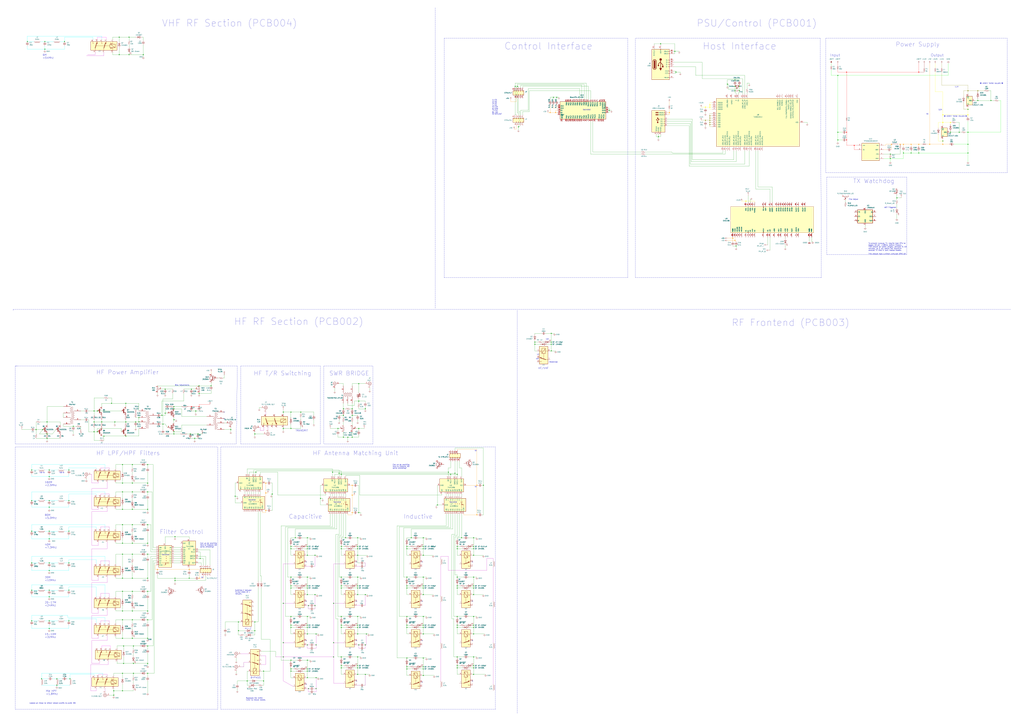
<source format=kicad_sch>
(kicad_sch (version 20211123) (generator eeschema)
  (paper "A0")
  (title_block (title "tinytrx") (date "2023-06-26"))
  (junction (at 57.15 685.8))
  (junction (at 171.45 571.5))
  (junction (at 523.24 551.18))
  (junction (at 491.49 764.54))
  (junction (at 356.87 787.4))
  (junction (at 171.45 561.34))
  (junction (at 356.87 683.26))
  (junction (at 416.56 749.3))
  (junction (at 153.67 609.6))
  (junction (at 171.45 591.82))
  (junction (at 153.67 671.83))
  (junction (at 991.87 168.91) (color 255 0 0 1))
  (junction (at 472.44 716.28))
  (junction (at 81.28 788.67))
  (junction (at 273.05 576.58))
  (junction (at 57.15 617.22))
  (junction (at 853.44 279.4) (color 255 153 0 1))
  (junction (at 161.29 485.14))
  (junction (at 113.03 501.65))
  (junction (at 161.29 490.22))
  (junction (at 1033.78 184.15))
  (junction (at 365.76 703.58))
  (junction (at 153.67 631.19))
  (junction (at 508 586.74))
  (junction (at 142.24 782.32))
  (junction (at 549.91 637.54))
  (junction (at -483.87 302.26))
  (junction (at 154.94 750.57))
  (junction (at 1057.91 167.64) (color 255 153 0 1))
  (junction (at 142.24 709.93))
  (junction (at -518.16 354.33))
  (junction (at 415.29 763.27))
  (junction (at 528.32 549.91))
  (junction (at 1094.74 163.83))
  (junction (at 48.26 788.67))
  (junction (at 549.91 624.84))
  (junction (at 408.94 508))
  (junction (at 358.14 800.1))
  (junction (at 113.03 477.52))
  (junction (at 972.82 162.56))
  (junction (at 416.56 466.09))
  (junction (at 356.87 690.88))
  (junction (at 415.29 635))
  (junction (at 328.93 497.84))
  (junction (at 824.23 124.46) (color 255 255 0 1))
  (junction (at 182.88 661.67) (color 255 153 0 1))
  (junction (at 132.08 807.72))
  (junction (at 396.24 680.72))
  (junction (at 367.03 787.4))
  (junction (at 530.86 670.56))
  (junction (at 276.86 732.79))
  (junction (at 520.7 548.64))
  (junction (at 1123.95 127))
  (junction (at 356.87 777.24))
  (junction (at -518.16 302.26))
  (junction (at 287.02 791.21))
  (junction (at 491.49 736.6))
  (junction (at 1066.8 83.82) (color 255 0 0 1))
  (junction (at 142.24 720.09))
  (junction (at 396.24 775.97))
  (junction (at 1049.02 177.8))
  (junction (at 356.87 728.98))
  (junction (at -518.16 361.95))
  (junction (at 166.37 63.5))
  (junction (at 598.17 100.33))
  (junction (at 477.52 624.84))
  (junction (at 866.14 233.68) (color 255 255 0 1))
  (junction (at 530.86 683.26))
  (junction (at 1123.95 167.64))
  (junction (at 858.52 100.33))
  (junction (at -518.16 351.79))
  (junction (at 549.91 670.56))
  (junction (at 853.44 92.71))
  (junction (at 408.94 595.63) (color 255 153 0 1))
  (junction (at 1123.95 177.8))
  (junction (at 66.04 788.67))
  (junction (at 1113.79 153.67))
  (junction (at 367.03 736.6))
  (junction (at 1094.74 167.64) (color 255 153 0 1))
  (junction (at 1123.95 105.41) (color 132 132 0 1))
  (junction (at 640.08 407.67))
  (junction (at 142.24 643.89))
  (junction (at 295.91 722.63))
  (junction (at 36.83 546.1))
  (junction (at 982.98 153.67) (color 255 0 0 1))
  (junction (at 358.14 703.58))
  (junction (at 31.75 48.26))
  (junction (at 118.11 490.22))
  (junction (at 1135.38 105.41) (color 132 132 0 1))
  (junction (at 80.01 617.22))
  (junction (at 854.71 285.75))
  (junction (at 553.72 598.17) (color 255 153 0 1))
  (junction (at 36.83 721.36))
  (junction (at 393.7 549.91))
  (junction (at 153.67 720.09))
  (junction (at 491.49 777.24))
  (junction (at 549.91 635))
  (junction (at 767.08 50.8))
  (junction (at 337.82 478.79))
  (junction (at 424.18 749.3))
  (junction (at 784.86 83.82))
  (junction (at 143.51 750.57))
  (junction (at -499.11 280.67))
  (junction (at 222.25 472.44) (color 255 0 0 1))
  (junction (at 408.94 482.6))
  (junction (at 142.24 631.19))
  (junction (at 645.16 130.81) (color 255 153 0 1))
  (junction (at 142.24 539.75))
  (junction (at 356.87 680.72))
  (junction (at 367.03 749.3))
  (junction (at -518.16 341.63))
  (junction (at 491.49 635))
  (junction (at 372.11 579.12))
  (junction (at 824.23 137.16) (color 132 132 0 1))
  (junction (at -499.11 302.26))
  (junction (at 328.93 763.27))
  (junction (at 142.24 561.34))
  (junction (at 640.08 387.35))
  (junction (at 982.98 162.56) (color 255 0 0 1))
  (junction (at 415.29 670.56))
  (junction (at 143.51 770.89))
  (junction (at 120.65 506.73))
  (junction (at 819.15 139.7) (color 132 132 0 1))
  (junction (at 549.91 773.43))
  (junction (at 356.87 645.16))
  (junction (at 415.29 728.98))
  (junction (at 415.29 773.43))
  (junction (at 57.15 553.72))
  (junction (at -537.21 351.79))
  (junction (at 80.01 546.1))
  (junction (at 415.29 775.97))
  (junction (at 109.22 501.65))
  (junction (at 201.93 487.68))
  (junction (at 858.52 105.41))
  (junction (at 424.18 474.98))
  (junction (at 1033.78 179.07))
  (junction (at 982.98 83.82) (color 255 0 0 1))
  (junction (at 191.77 480.06))
  (junction (at 472.44 764.54))
  (junction (at 138.43 63.5))
  (junction (at 231.14 671.83) (color 255 153 0 1))
  (junction (at 824.23 139.7) (color 132 132 0 1))
  (junction (at 491.49 716.28))
  (junction (at 308.61 561.34) (color 255 153 0 1))
  (junction (at 491.49 774.7))
  (junction (at 220.98 504.19))
  (junction (at 36.83 654.05))
  (junction (at 1049.02 167.64) (color 255 153 0 1))
  (junction (at 530.86 728.98))
  (junction (at 530.86 726.44))
  (junction (at 1066.8 177.8))
  (junction (at 549.91 645.16))
  (junction (at 356.87 726.44))
  (junction (at 153.67 561.34))
  (junction (at 1079.5 167.64) (color 255 153 0 1))
  (junction (at 530.86 716.28))
  (junction (at 824.23 142.24) (color 132 132 0 1))
  (junction (at 57.15 730.25))
  (junction (at 80.01 685.8))
  (junction (at 549.91 680.72))
  (junction (at 157.48 490.22))
  (junction (at 972.82 153.67))
  (junction (at 356.87 779.78))
  (junction (at 201.93 501.65))
  (junction (at 783.59 59.69))
  (junction (at 57.15 581.66))
  (junction (at 57.15 654.05))
  (junction (at 530.86 763.27))
  (junction (at 472.44 670.56))
  (junction (at 54.61 504.19))
  (junction (at 171.45 770.89))
  (junction (at 356.87 749.3))
  (junction (at 132.08 802.64))
  (junction (at 57.15 662.94))
  (junction (at 171.45 643.89))
  (junction (at 403.86 508))
  (junction (at 171.45 750.57))
  (junction (at 146.05 468.63))
  (junction (at 553.72 563.88) (color 255 153 0 1))
  (junction (at 337.82 680.72))
  (junction (at 337.82 726.44))
  (junction (at 1094.74 142.24) (color 255 255 0 1))
  (junction (at 491.49 624.84))
  (junction (at 138.43 43.18))
  (junction (at 707.39 128.27))
  (junction (at 171.45 609.6))
  (junction (at 308.61 572.77) (color 255 153 0 1))
  (junction (at 109.22 490.22))
  (junction (at 80.01 581.66))
  (junction (at 306.07 791.21))
  (junction (at 171.45 720.09))
  (junction (at 201.93 474.98))
  (junction (at 154.94 782.32))
  (junction (at 232.41 648.97))
  (junction (at 1103.63 153.67))
  (junction (at 171.45 782.32))
  (junction (at 171.45 671.83))
  (junction (at 398.78 474.98))
  (junction (at 415.29 783.59))
  (junction (at 472.44 680.72))
  (junction (at 1041.4 229.87))
  (junction (at -510.54 280.67))
  (junction (at 356.87 716.28))
  (junction (at 386.08 548.64))
  (junction (at 415.29 624.84))
  (junction (at 1123.95 133.35) (color 255 255 0 1))
  (junction (at 396.24 726.44))
  (junction (at 408.94 575.31) (color 255 153 0 1))
  (junction (at 153.67 539.75))
  (junction (at 356.87 635))
  (junction (at 530.86 773.43))
  (junction (at 646.43 113.03))
  (junction (at 337.82 716.28))
  (junction (at 142.24 802.64))
  (junction (at 396.24 551.18))
  (junction (at 530.86 775.97))
  (junction (at 142.24 609.6))
  (junction (at 201.93 504.19))
  (junction (at 853.44 100.33))
  (junction (at 149.86 43.18))
  (junction (at 1057.91 177.8))
  (junction (at 295.91 732.79))
  (junction (at -510.54 302.26))
  (junction (at 621.03 400.05))
  (junction (at 549.91 783.59))
  (junction (at 129.54 468.63))
  (junction (at 245.11 448.31))
  (junction (at 549.91 690.88))
  (junction (at 74.93 48.26))
  (junction (at 356.87 624.84))
  (junction (at 276.86 722.63))
  (junction (at 142.24 591.82))
  (junction (at 1135.38 116.84))
  (junction (at 408.94 563.88) (color 255 153 0 1))
  (junction (at 297.18 548.64))
  (junction (at 171.45 631.19))
  (junction (at 133.35 490.22))
  (junction (at 396.24 716.28))
  (junction (at 356.87 736.6))
  (junction (at 142.24 571.5))
  (junction (at 425.45 736.6))
  (junction (at 472.44 777.24))
  (junction (at 491.49 645.16))
  (junction (at 222.25 452.12))
  (junction (at 472.44 728.98))
  (junction (at 171.45 741.68))
  (junction (at 549.91 683.26))
  (junction (at 337.82 497.84))
  (junction (at 142.24 671.83))
  (junction (at 153.67 687.07))
  (junction (at 549.91 775.97))
  (junction (at 491.49 728.98))
  (junction (at 142.24 741.68))
  (junction (at 642.62 113.03))
  (junction (at 231.14 472.44) (color 255 0 0 1))
  (junction (at 530.86 680.72))
  (junction (at 85.09 495.3))
  (junction (at 356.87 637.54))
  (junction (at 415.29 680.72))
  (junction (at 621.03 397.51))
  (junction (at 415.29 645.16))
  (junction (at 356.87 670.56))
  (junction (at 365.76 690.88))
  (junction (at 142.24 687.07))
  (junction (at 337.82 777.24))
  (junction (at 36.83 685.8))
  (junction (at 57.15 721.36))
  (junction (at 549.91 728.98))
  (junction (at 972.82 87.63))
  (junction (at 472.44 683.26))
  (junction (at 171.45 687.07))
  (junction (at 316.23 574.04))
  (junction (at 295.91 504.19))
  (junction (at 219.71 661.67) (color 255 153 0 1))
  (junction (at 824.23 144.78) (color 132 132 0 1))
  (junction (at 153.67 591.82))
  (junction (at 549.91 716.28))
  (junction (at 396.24 683.26))
  (junction (at 1094.74 133.35) (color 255 255 0 1))
  (junction (at 387.35 746.76))
  (junction (at 153.67 643.89))
  (junction (at 1103.63 142.24) (color 255 255 0 1))
  (junction (at 337.82 779.78))
  (junction (at 387.35 701.04))
  (junction (at 49.53 499.11))
  (junction (at 777.24 130.81) (color 255 153 0 1))
  (junction (at 387.35 763.27))
  (junction (at 231.14 457.2))
  (junction (at 203.2 671.83))
  (junction (at 638.81 130.81) (color 255 153 0 1))
  (junction (at 306.07 779.78))
  (junction (at 365.76 645.16))
  (junction (at 52.07 48.26))
  (junction (at 416.56 595.63))
  (junction (at 396.24 728.98))
  (junction (at 408.94 474.98))
  (junction (at 41.91 499.11))
  (junction (at 844.55 97.79))
  (junction (at 398.78 482.6))
  (junction (at 203.2 623.57))
  (junction (at 601.98 147.32))
  (junction (at 416.56 497.84))
  (junction (at 1035.05 167.64) (color 255 153 0 1))
  (junction (at 57.15 589.28))
  (junction (at 356.87 767.08))
  (junction (at 398.78 508))
  (junction (at 396.24 637.54))
  (junction (at 415.29 736.6))
  (junction (at 66.04 796.29))
  (junction (at 1045.21 167.64) (color 255 153 0 1))
  (junction (at 227.33 477.52))
  (junction (at 415.29 683.26))
  (junction (at 549.91 726.44))
  (junction (at 415.29 637.54))
  (junction (at 530.86 551.18))
  (junction (at 187.96 482.6))
  (junction (at 561.34 563.88))
  (junction (at 154.94 770.89))
  (junction (at 191.77 452.12))
  (junction (at 54.61 490.22))
  (junction (at 328.93 478.79))
  (junction (at 349.25 478.79))
  (junction (at 491.49 637.54))
  (junction (at 491.49 680.72))
  (junction (at 337.82 635))
  (junction (at 328.93 701.04))
  (junction (at 189.23 492.76))
  (junction (at 337.82 767.08))
  (junction (at 153.67 571.5))
  (junction (at 850.9 276.86) (color 255 153 0 1))
  (junction (at 1066.8 167.64) (color 255 153 0 1))
  (junction (at 764.54 158.75))
  (junction (at 491.49 726.44))
  (junction (at 146.05 506.73))
  (junction (at 171.45 709.93))
  (junction (at -537.21 354.33))
  (junction (at 401.32 624.84))
  (junction (at 171.45 539.75))
  (junction (at 396.24 635))
  (junction (at 229.87 504.19))
  (junction (at 392.43 497.84))
  (junction (at 472.44 635))
  (junction (at 109.22 477.52))
  (junction (at 824.23 121.92) (color 255 255 0 1))
  (junction (at 396.24 670.56))
  (junction (at 853.44 105.41))
  (junction (at 146.05 490.22))
  (junction (at 337.82 683.26))
  (junction (at 57.15 626.11))
  (junction (at 337.82 728.98))
  (junction (at 424.18 783.59))
  (junction (at 328.93 746.76))
  (junction (at 530.86 637.54))
  (junction (at 415.29 716.28))
  (junction (at 80.01 654.05))
  (junction (at 640.08 400.05))
  (junction (at 415.29 690.88))
  (junction (at 530.86 635))
  (junction (at 416.56 445.77))
  (junction (at 153.67 709.93))
  (junction (at 308.61 593.09) (color 255 153 0 1))
  (junction (at 149.86 63.5))
  (junction (at 396.24 773.43))
  (junction (at 203.2 674.37))
  (junction (at 219.71 671.83))
  (junction (at 231.14 448.31))
  (junction (at 424.18 690.88))
  (junction (at 80.01 721.36))
  (junction (at 201.93 472.44))
  (junction (at 267.97 499.11))
  (junction (at 1123.95 153.67))
  (junction (at 54.61 509.27))
  (junction (at 57.15 693.42))
  (junction (at 472.44 774.7))
  (junction (at 491.49 670.56))
  (junction (at 535.94 624.84))
  (junction (at 342.9 624.84))
  (junction (at 153.67 741.68))
  (junction (at 396.24 763.27))
  (junction (at 36.83 617.22))
  (junction (at 472.44 726.44))
  (junction (at 819.15 124.46) (color 255 255 0 1))
  (junction (at 640.08 397.51))
  (junction (at 549.91 763.27))
  (junction (at 824.23 134.62) (color 132 132 0 1))
  (junction (at 52.07 57.15))
  (junction (at 472.44 637.54))
  (junction (at 600.71 100.33))
  (junction (at 415.29 726.44))
  (junction (at 491.49 784.86))
  (junction (at 337.82 670.56))
  (junction (at 1150.62 116.84))
  (junction (at 491.49 683.26))
  (junction (at 57.15 546.1))
  (junction (at 337.82 637.54))
  (junction (at 36.83 581.66))
  (junction (at 491.49 690.88))
  (junction (at 549.91 736.6))
  (junction (at 226.06 509.27))
  (junction (at 367.03 800.1))
  (no_connect (at 260.35 478.79))
  (no_connect (at 548.64 652.78))
  (no_connect (at 414.02 652.78))
  (no_connect (at 490.22 652.78))
  (no_connect (at 414.02 791.21))
  (no_connect (at 548.64 744.22))
  (no_connect (at 490.22 744.22))
  (no_connect (at 355.6 652.78))
  (no_connect (at 414.02 698.5))
  (no_connect (at 490.22 792.48))
  (no_connect (at 548.64 698.5))
  (no_connect (at 548.64 791.21))
  (no_connect (at 355.6 795.02))
  (no_connect (at 355.6 744.22))
  (no_connect (at 490.22 698.5))
  (no_connect (at 355.6 698.5))
  (no_connect (at 414.02 744.22))
  (no_connect (at 260.35 486.41))
  (wire (pts (xy 182.88 668.02) (xy 182.88 671.83)))
  (wire (pts (xy 109.22 490.22) (xy 109.22 491.49)))
  (wire (pts (xy 109.22 783.59) (xy 81.28 783.59)) (stroke (width 0) (color 0 255 255 1)))
  (wire (pts (xy 69.85 490.22) (xy 54.61 490.22)))
  (wire (pts (xy 640.08 387.35) (xy 640.08 397.51)))
  (wire (pts (xy 894.08 275.59) (xy 894.08 290.83)))
  (wire (pts (xy 80.01 730.25) (xy 57.15 730.25)) (stroke (width 0) (color 0 255 255 1)))
  (wire (pts (xy 538.48 598.17) (xy 553.72 598.17)) (stroke (width 0) (color 255 153 0 1)))
  (wire (pts (xy 520.7 548.64) (xy 520.7 553.72)))
  (wire (pts (xy 171.45 643.89) (xy 181.61 643.89)))
  (wire (pts (xy 789.94 85.09) (xy 789.94 83.82)))
  (wire (pts (xy 417.83 575.31) (xy 417.83 552.45)))
  (wire (pts (xy 349.25 495.3) (xy 349.25 497.84)))
  (wire (pts (xy 36.83 659.13) (xy 36.83 662.94)) (stroke (width 0) (color 0 255 255 1)))
  (wire (pts (xy 36.83 571.5) (xy 36.83 581.66)) (stroke (width 0) (color 0 255 255 1)))
  (wire (pts (xy 845.82 97.79) (xy 844.55 97.79)))
  (wire (pts (xy 1057.91 167.64) (xy 1066.8 167.64)) (stroke (width 0) (color 255 153 0 1)))
  (wire (pts (xy 120.65 462.28) (xy 109.22 462.28)))
  (wire (pts (xy 414.02 783.59) (xy 415.29 783.59)))
  (wire (pts (xy 201.93 638.81) (xy 209.55 638.81)))
  (wire (pts (xy 54.61 509.27) (xy 54.61 511.81)))
  (wire (pts (xy 45.72 504.19) (xy 49.53 499.11)))
  (wire (pts (xy 116.84 655.32) (xy 116.84 651.51)) (stroke (width 0) (color 194 0 194 1)))
  (wire (pts (xy 866.14 233.68) (xy 876.3 233.68)) (stroke (width 0) (color 255 255 0 1)))
  (wire (pts (xy 767.08 158.75) (xy 764.54 158.75)))
  (wire (pts (xy 231.14 455.93) (xy 231.14 457.2)))
  (wire (pts (xy 604.52 133.35) (xy 604.52 128.27)))
  (wire (pts (xy 176.53 571.5) (xy 176.53 638.81)))
  (wire (pts (xy 106.68 633.73) (xy 114.3 633.73)) (stroke (width 0) (color 194 0 194 1)))
  (wire (pts (xy 161.29 506.73) (xy 146.05 506.73)))
  (wire (pts (xy 153.67 687.07) (xy 162.56 687.07)))
  (wire (pts (xy 549.91 635) (xy 549.91 637.54)))
  (wire (pts (xy 231.14 448.31) (xy 245.11 448.31)))
  (wire (pts (xy 153.67 589.28) (xy 153.67 591.82)))
  (wire (pts (xy 153.67 609.6) (xy 162.56 609.6)))
  (wire (pts (xy 527.05 763.27) (xy 530.86 763.27)))
  (wire (pts (xy 132.08 802.64) (xy 132.08 807.72)))
  (wire (pts (xy 807.72 87.63) (xy 807.72 77.47)))
  (wire (pts (xy 405.13 726.44) (xy 406.4 726.44)))
  (wire (pts (xy 171.45 618.49) (xy 171.45 631.19)))
  (wire (pts (xy 105.41 551.18) (xy 106.68 551.18)) (stroke (width 0) (color 194 0 194 1)))
  (wire (pts (xy 194.31 480.06) (xy 191.77 480.06)))
  (wire (pts (xy 93.98 495.3) (xy 93.98 499.11)))
  (wire (pts (xy 396.24 635) (xy 400.05 635)))
  (wire (pts (xy 415.29 563.88) (xy 416.56 563.88)))
  (wire (pts (xy 561.34 520.7) (xy 561.34 563.88)))
  (wire (pts (xy 530.86 736.6) (xy 533.4 736.6)))
  (wire (pts (xy 396.24 773.43) (xy 400.05 773.43)))
  (wire (pts (xy 171.45 741.68) (xy 153.67 741.68)))
  (wire (pts (xy 181.61 648.97) (xy 176.53 648.97)))
  (wire (pts (xy 287.02 779.78) (xy 287.02 791.21)))
  (wire (pts (xy 518.16 596.9) (xy 518.16 610.87)))
  (wire (pts (xy 520.7 662.94) (xy 565.15 662.94)) (stroke (width 0) (color 194 0 194 1)))
  (polyline (pts (xy 256.54 519.43) (xy 256.54 824.23)))
  (polyline (pts (xy 728.98 322.58) (xy 728.98 44.45)))
  (wire (pts (xy 530.86 763.27) (xy 538.48 763.27)))
  (wire (pts (xy 201.93 646.43) (xy 209.55 646.43)))
  (wire (pts (xy 424.18 749.3) (xy 425.45 749.3)) (stroke (width 0) (color 194 0 194 1)))
  (wire (pts (xy 142.24 643.89) (xy 153.67 643.89)))
  (wire (pts (xy 414.02 703.58) (xy 417.83 703.58)) (stroke (width 0) (color 194 0 194 1)))
  (wire (pts (xy 472.44 777.24) (xy 478.79 777.24)))
  (wire (pts (xy 472.44 624.84) (xy 477.52 624.84)))
  (wire (pts (xy 171.45 720.09) (xy 176.53 720.09)))
  (wire (pts (xy 396.24 679.45) (xy 396.24 680.72)))
  (wire (pts (xy 396.24 717.55) (xy 396.24 716.28)))
  (wire (pts (xy 862.33 109.22) (xy 862.33 91.44)))
  (wire (pts (xy 415.29 683.26) (xy 415.29 690.88)))
  (wire (pts (xy 279.4 722.63) (xy 276.86 722.63)))
  (wire (pts (xy 142.24 539.75) (xy 153.67 539.75)))
  (wire (pts (xy 171.45 591.82) (xy 171.45 594.36)))
  (wire (pts (xy 767.08 50.8) (xy 759.46 50.8)))
  (wire (pts (xy 153.67 548.64) (xy 153.67 551.18)))
  (wire (pts (xy 181.61 656.59) (xy 180.34 656.59)) (stroke (width 0) (color 255 153 0 1)))
  (wire (pts (xy 854.71 175.26) (xy 854.71 187.96)))
  (polyline (pts (xy 958.85 44.45) (xy 958.85 200.66)))
  (wire (pts (xy 154.94 782.32) (xy 154.94 786.13)))
  (wire (pts (xy 113.03 497.84) (xy 140.97 497.84)))
  (wire (pts (xy 530.86 670.56) (xy 538.48 670.56)))
  (wire (pts (xy 642.62 121.92) (xy 642.62 125.73)) (stroke (width 0) (color 255 153 0 1)))
  (wire (pts (xy 1094.74 142.24) (xy 1103.63 142.24)) (stroke (width 0) (color 255 255 0 1)))
  (wire (pts (xy 181.61 638.81) (xy 176.53 638.81)))
  (wire (pts (xy 36.83 721.36) (xy 44.45 721.36)) (stroke (width 0) (color 0 255 255 1)))
  (wire (pts (xy 548.64 645.16) (xy 549.91 645.16)))
  (wire (pts (xy 36.83 730.25) (xy 57.15 730.25)) (stroke (width 0) (color 0 255 255 1)))
  (wire (pts (xy 642.62 116.84) (xy 642.62 113.03)))
  (wire (pts (xy 279.4 759.46) (xy 288.29 759.46)) (stroke (width 0) (color 194 0 194 1)))
  (wire (pts (xy 351.79 683.26) (xy 356.87 683.26)))
  (wire (pts (xy 337.82 728.98) (xy 344.17 728.98)))
  (wire (pts (xy 220.98 504.19) (xy 229.87 504.19)))
  (wire (pts (xy 41.91 509.27) (xy 54.61 509.27)))
  (wire (pts (xy 383.54 610.87) (xy 383.54 596.9)))
  (wire (pts (xy 869.95 193.04) (xy 800.1 193.04)))
  (wire (pts (xy 326.39 767.08) (xy 337.82 767.08)))
  (wire (pts (xy 675.64 115.57) (xy 675.64 99.06)))
  (wire (pts (xy 389.89 621.03) (xy 393.7 621.03)))
  (wire (pts (xy 554.99 598.17) (xy 553.72 598.17)) (stroke (width 0) (color 255 153 0 1)))
  (wire (pts (xy 858.52 100.33) (xy 858.52 99.06)))
  (wire (pts (xy 171.45 750.57) (xy 171.45 754.38)))
  (wire (pts (xy 302.26 500.38) (xy 306.07 500.38)) (stroke (width 0) (color 194 0 194 1)))
  (wire (pts (xy 274.32 779.78) (xy 274.32 782.32)))
  (wire (pts (xy 170.18 643.89) (xy 171.45 643.89)))
  (wire (pts (xy 124.46 594.36) (xy 106.68 594.36)) (stroke (width 0) (color 194 0 194 1)))
  (wire (pts (xy 328.93 791.21) (xy 340.36 797.56)) (stroke (width 0) (color 194 0 194 1)))
  (wire (pts (xy 598.17 133.35) (xy 599.44 133.35)))
  (wire (pts (xy 1094.74 167.64) (xy 1102.36 167.64)) (stroke (width 0) (color 255 153 0 1)))
  (wire (pts (xy 171.45 728.98) (xy 171.45 741.68)))
  (wire (pts (xy 427.99 736.6) (xy 425.45 736.6)))
  (wire (pts (xy 1094.74 133.35) (xy 1094.74 142.24)) (stroke (width 0) (color 255 255 0 1)))
  (wire (pts (xy 326.39 610.87) (xy 383.54 610.87)))
  (wire (pts (xy 171.45 720.09) (xy 171.45 723.9)))
  (wire (pts (xy 229.87 646.43) (xy 238.76 646.43)))
  (wire (pts (xy 365.76 707.39) (xy 365.76 703.58)) (stroke (width 0) (color 132 0 132 1)))
  (wire (pts (xy 260.35 491.49) (xy 262.89 491.49)))
  (wire (pts (xy 303.53 742.95) (xy 313.69 742.95)))
  (wire (pts (xy 824.23 142.24) (xy 824.23 139.7)) (stroke (width 0) (color 132 132 0 1)))
  (wire (pts (xy 153.67 741.68) (xy 142.24 741.68)))
  (wire (pts (xy 142.24 571.5) (xy 134.62 571.5)))
  (wire (pts (xy 539.75 680.72) (xy 541.02 680.72)))
  (wire (pts (xy 599.44 100.33) (xy 599.44 101.6)))
  (wire (pts (xy 261.62 722.63) (xy 261.62 730.25)))
  (wire (pts (xy 177.8 651.51) (xy 177.8 750.57)))
  (wire (pts (xy 93.98 477.52) (xy 97.79 477.52)))
  (wire (pts (xy 549.91 775.97) (xy 549.91 783.59)))
  (wire (pts (xy 149.86 43.18) (xy 157.48 43.18)))
  (wire (pts (xy 171.45 643.89) (xy 171.45 647.7)))
  (wire (pts (xy 308.61 572.77) (xy 308.61 593.09)) (stroke (width 0) (color 255 153 0 1)))
  (wire (pts (xy 548.64 726.44) (xy 549.91 726.44)))
  (wire (pts (xy 472.44 680.72) (xy 476.25 680.72)))
  (wire (pts (xy 826.77 132.08) (xy 824.23 132.08)) (stroke (width 0) (color 132 132 0 1)))
  (wire (pts (xy 166.37 63.5) (xy 149.86 63.5)))
  (wire (pts (xy 180.34 656.59) (xy 180.34 661.67)) (stroke (width 0) (color 255 153 0 1)))
  (wire (pts (xy 116.84 612.14) (xy 127 612.14)) (stroke (width 0) (color 194 0 194 1)))
  (wire (pts (xy 283.21 774.7) (xy 279.4 774.7)) (stroke (width 0) (color 132 0 132 1)))
  (wire (pts (xy 391.16 576.58) (xy 391.16 574.04)))
  (wire (pts (xy 396.24 725.17) (xy 396.24 726.44)))
  (wire (pts (xy 337.82 736.6) (xy 340.36 736.6)))
  (wire (pts (xy 182.88 671.83) (xy 203.2 671.83)))
  (wire (pts (xy 328.93 496.57) (xy 328.93 497.84)))
  (wire (pts (xy 490.22 774.7) (xy 491.49 774.7)))
  (wire (pts (xy 267.97 496.57) (xy 267.97 499.11)))
  (wire (pts (xy 485.14 716.28) (xy 491.49 716.28)))
  (wire (pts (xy 855.9898 103.7585) (xy 855.98 102.87)))
  (wire (pts (xy 1089.66 163.83) (xy 1094.74 163.83)) (stroke (width 0) (color 255 255 0 1)))
  (wire (pts (xy 572.77 648.97) (xy 572.77 651.51)) (stroke (width 0) (color 194 0 194 1)))
  (wire (pts (xy 911.86 275.59) (xy 911.86 276.86)))
  (wire (pts (xy 356.87 777.24) (xy 356.87 779.78)))
  (wire (pts (xy 157.48 495.3) (xy 157.48 497.84)))
  (wire (pts (xy 392.43 716.28) (xy 396.24 716.28)))
  (wire (pts (xy 303.53 683.26) (xy 303.53 742.95)))
  (wire (pts (xy 972.82 83.82) (xy 982.98 83.82)) (stroke (width 0) (color 255 0 0 1)))
  (polyline (pts (xy 952.5 44.45) (xy 953.77 322.58)))
  (wire (pts (xy 356.87 753.11) (xy 356.87 749.3)) (stroke (width 0) (color 194 0 194 1)))
  (wire (pts (xy 533.4 576.58) (xy 533.4 574.04)))
  (wire (pts (xy 149.86 63.5) (xy 138.43 63.5)))
  (wire (pts (xy 364.49 800.1) (xy 367.03 800.1)) (stroke (width 0) (color 194 0 194 1)))
  (wire (pts (xy 553.72 521.97) (xy 553.72 563.88)) (stroke (width 0) (color 255 153 0 1)))
  (wire (pts (xy 142.24 609.6) (xy 134.62 609.6)))
  (wire (pts (xy 539.75 635) (xy 541.02 635)))
  (wire (pts (xy 320.04 756.92) (xy 303.53 756.92)))
  (wire (pts (xy 599.44 114.3) (xy 599.44 118.11)) (stroke (width 0) (color 255 153 0 1)))
  (wire (pts (xy 303.53 669.29) (xy 302.26 669.29)))
  (wire (pts (xy 279.4 584.2) (xy 273.05 584.2)))
  (wire (pts (xy -483.87 302.26) (xy -499.11 302.26)))
  (wire (pts (xy 135.89 750.57) (xy 143.51 750.57)))
  (wire (pts (xy 54.61 472.44) (xy 54.61 490.22)))
  (wire (pts (xy 129.54 468.63) (xy 146.05 468.63)))
  (wire (pts (xy 530.86 683.26) (xy 530.86 690.88)))
  (wire (pts (xy 388.62 450.85) (xy 388.62 454.66)))
  (wire (pts (xy 801.37 143.51) (xy 774.7 143.51)))
  (wire (pts (xy 472.44 716.28) (xy 480.06 716.28)))
  (wire (pts (xy 411.48 466.09) (xy 416.56 466.09)))
  (wire (pts (xy 161.29 468.63) (xy 146.05 468.63)))
  (wire (pts (xy 640.08 400.05) (xy 640.08 407.67)))
  (wire (pts (xy -518.16 285.75) (xy -518.16 280.67)))
  (polyline (pts (xy 958.85 200.66) (xy 1169.67 200.66)))
  (wire (pts (xy 36.83 693.42) (xy 57.15 693.42)) (stroke (width 0) (color 0 255 255 1)))
  (wire (pts (xy 127 543.56) (xy 127 544.83)) (stroke (width 0) (color 194 0 194 1)))
  (wire (pts (xy 680.72 115.57) (xy 680.72 96.52)))
  (wire (pts (xy 337.82 683.26) (xy 337.82 680.72)))
  (wire (pts (xy 222.25 457.2) (xy 222.25 458.47)))
  (wire (pts (xy 356.87 726.44) (xy 356.87 728.98)))
  (wire (pts (xy 871.22 231.14) (xy 871.22 234.95)))
  (wire (pts (xy 1094.74 163.83) (xy 1094.74 167.64)) (stroke (width 0) (color 255 153 0 1)))
  (wire (pts (xy 142.24 703.58) (xy 142.24 709.93)))
  (wire (pts (xy 472.44 764.54) (xy 480.06 764.54)))
  (wire (pts (xy 297.18 548.64) (xy 297.18 547.37)))
  (wire (pts (xy -519.43 351.79) (xy -518.16 351.79)))
  (wire (pts (xy 300.99 496.57) (xy 302.26 496.57)) (stroke (width 0) (color 194 0 194 1)))
  (wire (pts (xy 153.67 631.19) (xy 142.24 631.19)))
  (wire (pts (xy 803.91 138.43) (xy 774.7 138.43)))
  (wire (pts (xy 982.98 140.97) (xy 982.98 153.67)) (stroke (width 0) (color 255 0 0 1)))
  (wire (pts (xy 161.29 477.52) (xy 161.29 468.63)))
  (wire (pts (xy 36.83 726.44) (xy 36.83 730.25)) (stroke (width 0) (color 0 255 255 1)))
  (wire (pts (xy 1057.91 175.26) (xy 1057.91 177.8)) (stroke (width 0) (color 0 255 0 1)))
  (wire (pts (xy 520.7 646.43) (xy 520.7 662.94)) (stroke (width 0) (color 194 0 194 1)))
  (wire (pts (xy 414.02 773.43) (xy 415.29 773.43)))
  (wire (pts (xy 965.2 73.66) (xy 965.2 76.2)) (stroke (width 0) (color 0 255 0 1)))
  (wire (pts (xy 364.49 707.39) (xy 365.76 707.39)) (stroke (width 0) (color 132 0 132 1)))
  (wire (pts (xy 226.06 511.81) (xy 226.06 509.27)))
  (wire (pts (xy 146.05 490.22) (xy 146.05 491.49)))
  (wire (pts (xy 783.59 50.8) (xy 767.08 50.8)))
  (wire (pts (xy 52.07 721.36) (xy 57.15 721.36)) (stroke (width 0) (color 0 255 255 1)))
  (wire (pts (xy -510.54 302.26) (xy -518.16 302.26)))
  (wire (pts (xy 544.83 683.26) (xy 549.91 683.26)))
  (wire (pts (xy 461.01 610.87) (xy 461.01 764.54)))
  (wire (pts (xy 599.44 118.11) (xy 593.09 118.11)) (stroke (width 0) (color 255 153 0 1)))
  (wire (pts (xy 387.35 793.75) (xy 398.78 793.75)) (stroke (width 0) (color 194 0 194 1)))
  (wire (pts (xy 171.45 539.75) (xy 177.8 539.75)))
  (wire (pts (xy 707.39 128.27) (xy 709.93 128.27)))
  (wire (pts (xy 415.29 670.56) (xy 419.1 670.56)))
  (wire (pts (xy 549.91 728.98) (xy 549.91 736.6)))
  (wire (pts (xy 36.83 626.11) (xy 57.15 626.11)) (stroke (width 0) (color 0 255 255 1)))
  (wire (pts (xy 102.87 487.68) (xy 102.87 501.65)))
  (wire (pts (xy 530.86 775.97) (xy 537.21 775.97)))
  (wire (pts (xy 759.46 50.8) (xy 759.46 52.07)))
  (wire (pts (xy 858.52 100.33) (xy 858.52 105.41)))
  (wire (pts (xy 337.82 637.54) (xy 344.17 637.54)))
  (wire (pts (xy 683.26 115.57) (xy 683.26 100.33)))
  (wire (pts (xy 491.49 764.54) (xy 495.3 764.54)))
  (wire (pts (xy 161.29 490.22) (xy 157.48 490.22)))
  (wire (pts (xy 170.18 782.32) (xy 171.45 782.32)))
  (wire (pts (xy 133.35 490.22) (xy 146.05 490.22)))
  (wire (pts (xy 398.78 508) (xy 403.86 508)))
  (wire (pts (xy 472.44 670.56) (xy 480.06 670.56)))
  (wire (pts (xy 869.95 96.52) (xy 869.95 97.79)))
  (wire (pts (xy 175.26 641.35) (xy 175.26 609.6)))
  (wire (pts (xy 472.44 784.86) (xy 474.98 784.86)))
  (wire (pts (xy 154.94 750.57) (xy 162.56 750.57)))
  (wire (pts (xy 372.11 586.74) (xy 372.11 579.12)))
  (wire (pts (xy 106.68 591.82) (xy 114.3 591.82)) (stroke (width 0) (color 194 0 194 1)))
  (wire (pts (xy 490.22 680.72) (xy 491.49 680.72)))
  (wire (pts (xy 472.44 637.54) (xy 478.79 637.54)))
  (wire (pts (xy 1121.41 153.67) (xy 1123.95 153.67)) (stroke (width 0) (color 0 255 0 1)))
  (wire (pts (xy 414.02 690.88) (xy 415.29 690.88)))
  (wire (pts (xy 387.35 746.76) (xy 387.35 701.04)) (stroke (width 0) (color 194 0 194 1)))
  (wire (pts (xy 154.94 750.57) (xy 154.94 754.38)))
  (wire (pts (xy -535.94 285.75) (xy -535.94 284.48)))
  (wire (pts (xy 864.87 87.63) (xy 807.72 87.63)))
  (wire (pts (xy 403.86 471.17) (xy 411.48 471.17)))
  (wire (pts (xy 350.52 767.08) (xy 356.87 767.08)))
  (wire (pts (xy 52.07 617.22) (xy 57.15 617.22)) (stroke (width 0) (color 0 255 255 1)))
  (wire (pts (xy 304.8 796.29) (xy 306.07 796.29)))
  (wire (pts (xy 398.78 482.6) (xy 398.78 485.14)))
  (wire (pts (xy 111.76 544.83) (xy 111.76 543.56)) (stroke (width 0) (color 0 255 255 1)))
  (wire (pts (xy 153.67 558.8) (xy 153.67 561.34)))
  (wire (pts (xy 134.62 739.14) (xy 134.62 741.68)))
  (wire (pts (xy -537.21 350.52) (xy -537.21 351.79)))
  (wire (pts (xy 767.08 156.21) (xy 767.08 158.75)))
  (wire (pts (xy 405.13 773.43) (xy 406.4 773.43)))
  (wire (pts (xy 853.44 280.67) (xy 854.71 280.67)) (stroke (width 0) (color 255 153 0 1)))
  (wire (pts (xy 182.88 661.67) (xy 219.71 661.67)) (stroke (width 0) (color 255 153 0 1)))
  (wire (pts (xy 396.24 683.26) (xy 396.24 690.88)))
  (wire (pts (xy 621.03 400.05) (xy 627.38 400.05)))
  (wire (pts (xy 472.44 626.11) (xy 472.44 624.84)))
  (wire (pts (xy 391.16 614.68) (xy 342.9 614.68)))
  (wire (pts (xy 416.56 455.93) (xy 416.56 445.77)))
  (wire (pts (xy 303.53 473.71) (xy 300.99 473.71)))
  (wire (pts (xy 142.24 586.74) (xy 142.24 591.82)))
  (wire (pts (xy 1150.62 105.41) (xy 1150.62 116.84)))
  (wire (pts (xy 647.7 128.27) (xy 645.16 128.27)) (stroke (width 0) (color 255 153 0 1)))
  (wire (pts (xy 355.6 657.86) (xy 359.41 657.86)) (stroke (width 0) (color 194 0 194 1)))
  (wire (pts (xy 1049.02 184.15) (xy 1033.78 184.15)) (stroke (width 0) (color 0 255 0 1)))
  (wire (pts (xy 153.67 654.05) (xy 153.67 656.59)))
  (wire (pts (xy 826.77 124.46) (xy 824.23 124.46)) (stroke (width 0) (color 255 255 0 1)))
  (wire (pts (xy 273.05 576.58) (xy 275.59 576.58)))
  (wire (pts (xy 642.62 113.03) (xy 646.43 113.03)))
  (wire (pts (xy 337.82 728.98) (xy 337.82 726.44)))
  (wire (pts (xy 544.83 775.97) (xy 549.91 775.97)))
  (wire (pts (xy 57.15 627.38) (xy 57.15 626.11)) (stroke (width 0) (color 0 255 255 1)))
  (wire (pts (xy 220.98 509.27) (xy 226.06 509.27)))
  (wire (pts (xy 530.86 637.54) (xy 530.86 635)))
  (wire (pts (xy 328.93 701.04) (xy 340.36 701.04)) (stroke (width 0) (color 194 0 194 1)))
  (wire (pts (xy 824.23 134.62) (xy 824.23 137.16)) (stroke (width 0) (color 132 132 0 1)))
  (wire (pts (xy 1057.91 177.8) (xy 1066.8 177.8)) (stroke (width 0) (color 0 255 0 1)))
  (wire (pts (xy 408.94 716.28) (xy 415.29 716.28)))
  (wire (pts (xy 530.86 764.54) (xy 530.86 763.27)))
  (wire (pts (xy 80.01 553.72) (xy 57.15 553.72)) (stroke (width 0) (color 0 255 255 1)))
  (wire (pts (xy 518.16 576.58) (xy 518.16 574.04)))
  (wire (pts (xy -518.16 341.63) (xy -514.35 341.63)))
  (wire (pts (xy 764.54 158.75) (xy 764.54 161.29)))
  (wire (pts (xy 1028.7 167.64) (xy 1028.7 168.91)) (stroke (width 0) (color 255 153 0 1)))
  (wire (pts (xy 1094.74 106.68) (xy 1085.85 106.68)) (stroke (width 0) (color 255 255 0 1)))
  (polyline (pts (xy -685.8 664.21) (xy -54.61 664.21)))
  (wire (pts (xy 52.07 53.34) (xy 52.07 57.15)) (stroke (width 0) (color 0 255 255 1)))
  (wire (pts (xy 386.08 576.58) (xy 386.08 574.04)))
  (wire (pts (xy 572.77 706.12) (xy 572.77 746.76)) (stroke (width 0) (color 194 0 194 1)))
  (wire (pts (xy 278.13 737.87) (xy 276.86 737.87)))
  (wire (pts (xy 170.18 750.57) (xy 171.45 750.57)))
  (wire (pts (xy 80.01 693.42) (xy 57.15 693.42)) (stroke (width 0) (color 0 255 255 1)))
  (wire (pts (xy 124.46 783.59) (xy 124.46 784.86)) (stroke (width 0) (color 194 0 194 1)))
  (wire (pts (xy 530.86 773.43) (xy 534.67 773.43)))
  (wire (pts (xy 972.82 81.28) (xy 972.82 83.82)) (stroke (width 0) (color 255 0 0 1)))
  (wire (pts (xy 707.39 125.73) (xy 707.39 128.27)))
  (wire (pts (xy 1085.85 73.66) (xy 1085.85 78.74)) (stroke (width 0) (color 255 255 0 1)))
  (wire (pts (xy 800.1 193.04) (xy 800.1 146.05)))
  (wire (pts (xy 861.06 233.68) (xy 866.14 233.68)) (stroke (width 0) (color 255 255 0 1)))
  (wire (pts (xy 636.27 130.81) (xy 638.81 130.81)) (stroke (width 0) (color 255 153 0 1)))
  (wire (pts (xy 260.35 439.42) (xy 259.08 439.42)))
  (wire (pts (xy -537.21 341.63) (xy -529.59 341.63)))
  (wire (pts (xy 481.33 635) (xy 482.6 635)))
  (wire (pts (xy 472.44 645.16) (xy 474.98 645.16)))
  (wire (pts (xy 572.77 659.13) (xy 572.77 698.5)) (stroke (width 0) (color 194 0 194 1)))
  (wire (pts (xy 991.87 168.91) (xy 982.98 168.91)) (stroke (width 0) (color 255 0 0 1)))
  (wire (pts (xy 995.68 168.91) (xy 991.87 168.91)) (stroke (width 0) (color 255 0 0 1)))
  (wire (pts (xy 288.29 769.62) (xy 283.21 769.62)) (stroke (width 0) (color 194 0 194 1)))
  (wire (pts (xy 645.16 128.27) (xy 645.16 130.81)) (stroke (width 0) (color 255 153 0 1)))
  (wire (pts (xy 364.49 749.3) (xy 367.03 749.3)) (stroke (width 0) (color 194 0 194 1)))
  (wire (pts (xy 331.47 612.14) (xy 331.47 716.28)))
  (wire (pts (xy 106.68 744.22) (xy 106.68 770.89)) (stroke (width 0) (color 194 0 194 1)))
  (wire (pts (xy 60.96 504.19) (xy 64.77 499.11)))
  (wire (pts (xy 548.64 680.72) (xy 549.91 680.72)))
  (wire (pts (xy 213.36 457.2) (xy 213.36 466.09)))
  (polyline (pts (xy 1052.83 295.91) (xy 1052.83 205.74)))
  (wire (pts (xy 134.62 643.89) (xy 134.62 655.32)))
  (wire (pts (xy 638.81 130.81) (xy 645.16 130.81)) (stroke (width 0) (color 255 153 0 1)))
  (wire (pts (xy 74.93 721.36) (xy 80.01 721.36)) (stroke (width 0) (color 0 255 255 1)))
  (wire (pts (xy 491.49 690.88) (xy 502.92 690.88)))
  (wire (pts (xy 351.79 779.78) (xy 356.87 779.78)))
  (wire (pts (xy 410.21 683.26) (xy 415.29 683.26)))
  (wire (pts (xy 337.82 775.97) (xy 337.82 777.24)))
  (wire (pts (xy 511.81 699.77) (xy 511.81 746.76)) (stroke (width 0) (color 194 0 194 1)))
  (wire (pts (xy 134.62 609.6) (xy 134.62 614.68)))
  (wire (pts (xy 191.77 492.76) (xy 194.31 496.57)))
  (wire (pts (xy 201.93 654.05) (xy 209.55 654.05)))
  (wire (pts (xy 621.03 388.62) (xy 621.03 387.35)))
  (wire (pts (xy 57.15 622.3) (xy 57.15 626.11)) (stroke (width 0) (color 0 255 255 1)))
  (wire (pts (xy 425.45 749.3) (xy 425.45 736.6)) (stroke (width 0) (color 194 0 194 1)))
  (wire (pts (xy 408.94 598.17) (xy 408.94 595.63)) (stroke (width 0) (color 255 153 0 1)))
  (wire (pts (xy 113.03 497.84) (xy 113.03 501.65)))
  (wire (pts (xy 415.29 645.16) (xy 426.72 645.16)))
  (wire (pts (xy 175.26 646.43) (xy 175.26 687.07)))
  (wire (pts (xy 527.05 718.82) (xy 524.51 718.82)))
  (wire (pts (xy 355.6 680.72) (xy 356.87 680.72)))
  (wire (pts (xy 219.71 671.83) (xy 203.2 671.83)))
  (wire (pts (xy 100.33 556.26) (xy 100.33 557.53)))
  (wire (pts (xy 231.14 469.9) (xy 231.14 472.44)) (stroke (width 0) (color 255 0 0 1)))
  (wire (pts (xy 1026.16 173.99) (xy 1029.97 173.99)) (stroke (width 0) (color 255 153 0 1)))
  (polyline (pts (xy 433.07 425.45) (xy 433.07 515.62)))
  (wire (pts (xy 171.45 591.82) (xy 153.67 591.82)))
  (wire (pts (xy 408.94 468.63) (xy 408.94 474.98)))
  (wire (pts (xy 530.86 728.98) (xy 530.86 736.6)))
  (wire (pts (xy 201.93 487.68) (xy 204.47 487.68)))
  (wire (pts (xy 119.38 784.86) (xy 119.38 782.32)) (stroke (width 0) (color 0 255 255 1)))
  (wire (pts (xy 378.46 575.31) (xy 322.58 575.31)))
  (wire (pts (xy 472.44 773.43) (xy 472.44 774.7)))
  (wire (pts (xy 490.22 784.86) (xy 491.49 784.86)))
  (wire (pts (xy 549.91 690.88) (xy 561.34 690.88)))
  (wire (pts (xy 124.46 715.01) (xy 106.68 715.01)) (stroke (width 0) (color 194 0 194 1)))
  (wire (pts (xy 331.47 716.28) (xy 337.82 716.28)))
  (wire (pts (xy 57.15 685.8) (xy 67.31 685.8)) (stroke (width 0) (color 0 255 255 1)))
  (wire (pts (xy 1150.62 116.84) (xy 1154.43 116.84)))
  (wire (pts (xy 355.6 787.4) (xy 356.87 787.4)))
  (wire (pts (xy 383.54 576.58) (xy 383.54 574.04)))
  (wire (pts (xy 1066.8 167.64) (xy 1070.61 167.64)) (stroke (width 0) (color 255 153 0 1)))
  (wire (pts (xy 472.44 671.83) (xy 472.44 670.56)))
  (wire (pts (xy 1066.8 177.8) (xy 1123.95 177.8)) (stroke (width 0) (color 0 255 0 1)))
  (wire (pts (xy 408.94 490.22) (xy 408.94 494.03)))
  (wire (pts (xy 138.43 43.18) (xy 138.43 48.26)))
  (wire (pts (xy 134.62 708.66) (xy 134.62 709.93)))
  (wire (pts (xy 41.91 490.22) (xy 41.91 499.11)))
  (wire (pts (xy 130.81 63.5) (xy 138.43 63.5)))
  (wire (pts (xy 106.68 567.69) (xy 106.68 591.82)) (stroke (width 0) (color 194 0 194 1)))
  (wire (pts (xy 358.14 707.39) (xy 358.14 703.58)) (stroke (width 0) (color 132 0 132 1)))
  (wire (pts (xy 415.29 716.28) (xy 419.1 716.28)))
  (wire (pts (xy 73.66 495.3) (xy 85.09 495.3)))
  (polyline (pts (xy 17.78 425.45) (xy 20.32 425.45)))
  (wire (pts (xy 153.67 571.5) (xy 153.67 574.04)))
  (wire (pts (xy 1118.87 105.41) (xy 1123.95 105.41)) (stroke (width 0) (color 132 132 0 1)))
  (wire (pts (xy 351.79 728.98) (xy 356.87 728.98)))
  (wire (pts (xy 25.4 499.11) (xy 35.56 499.11)))
  (wire (pts (xy 106.68 741.68) (xy 114.3 741.68)) (stroke (width 0) (color 194 0 194 1)))
  (wire (pts (xy 513.08 575.31) (xy 417.83 575.31)))
  (wire (pts (xy 142.24 571.5) (xy 142.24 579.12)))
  (wire (pts (xy 824.23 147.32) (xy 824.23 144.78)) (stroke (width 0) (color 132 132 0 1)))
  (wire (pts (xy 138.43 55.88) (xy 138.43 63.5)))
  (wire (pts (xy 490.22 736.6) (xy 491.49 736.6)))
  (wire (pts (xy 678.18 97.79) (xy 600.71 97.79)))
  (wire (pts (xy 153.67 671.83) (xy 142.24 671.83)))
  (wire (pts (xy 337.82 680.72) (xy 341.63 680.72)))
  (wire (pts (xy 57.15 721.36) (xy 67.31 721.36)) (stroke (width 0) (color 0 255 255 1)))
  (wire (pts (xy 171.45 687.07) (xy 175.26 687.07)))
  (wire (pts (xy 815.34 72.39) (xy 782.32 72.39)))
  (wire (pts (xy 391.16 596.9) (xy 391.16 614.68)))
  (wire (pts (xy 52.07 58.42) (xy 52.07 57.15)) (stroke (width 0) (color 0 255 255 1)))
  (wire (pts (xy 365.76 645.16) (xy 356.87 645.16)))
  (wire (pts (xy 227.33 477.52) (xy 231.14 477.52)))
  (wire (pts (xy 309.88 593.09) (xy 308.61 593.09)) (stroke (width 0) (color 255 153 0 1)))
  (wire (pts (xy 646.43 123.19) (xy 646.43 121.92)) (stroke (width 0) (color 255 153 0 1)))
  (wire (pts (xy 853.44 93.98) (xy 853.44 92.71)))
  (wire (pts (xy 640.08 397.51) (xy 640.08 400.05)))
  (wire (pts (xy 784.86 83.82) (xy 784.86 85.09)))
  (wire (pts (xy 601.98 129.54) (xy 603.25 129.54)))
  (wire (pts (xy 106.68 637.54) (xy 106.68 674.37)) (stroke (width 0) (color 194 0 194 1)))
  (wire (pts (xy 408.94 624.84) (xy 415.29 624.84)))
  (wire (pts (xy 991.87 173.99) (xy 991.87 168.91)) (stroke (width 0) (color 255 0 0 1)))
  (wire (pts (xy 826.77 142.24) (xy 824.23 142.24)) (stroke (width 0) (color 132 132 0 1)))
  (wire (pts (xy 844.55 279.4) (xy 853.44 279.4)) (stroke (width 0) (color 255 153 0 1)))
  (wire (pts (xy 1162.05 153.67) (xy 1123.95 153.67)) (stroke (width 0) (color 0 255 0 1)))
  (wire (pts (xy 424.18 753.11) (xy 424.18 749.3)) (stroke (width 0) (color 194 0 194 1)))
  (wire (pts (xy 46.99 490.22) (xy 54.61 490.22)))
  (wire (pts (xy 424.18 690.88) (xy 415.29 690.88)))
  (wire (pts (xy -499.11 280.67) (xy -499.11 284.48)))
  (wire (pts (xy 134.62 590.55) (xy 134.62 591.82)))
  (wire (pts (xy 106.68 594.36) (xy 106.68 633.73)) (stroke (width 0) (color 194 0 194 1)))
  (wire (pts (xy 415.29 487.68) (xy 415.29 490.22)))
  (wire (pts (xy 337.82 717.55) (xy 337.82 716.28)))
  (wire (pts (xy 57.15 586.74) (xy 57.15 589.28)) (stroke (width 0) (color 0 255 255 1)))
  (wire (pts (xy 219.71 626.11) (xy 219.71 623.57)))
  (wire (pts (xy 850.9 285.75) (xy 854.71 285.75)))
  (wire (pts (xy 1045.21 179.07) (xy 1033.78 179.07)))
  (wire (pts (xy 311.15 496.57) (xy 311.15 499.11)) (stroke (width 0) (color 194 0 194 1)))
  (wire (pts (xy -518.16 280.67) (xy -510.54 280.67)))
  (wire (pts (xy 170.18 720.09) (xy 171.45 720.09)))
  (wire (pts (xy 528.32 523.24) (xy 528.32 520.7)))
  (wire (pts (xy 530.86 637.54) (xy 530.86 645.16)))
  (wire (pts (xy 177.8 636.27) (xy 181.61 636.27)))
  (wire (pts (xy 472.44 765.81) (xy 472.44 764.54)))
  (wire (pts (xy 477.52 614.68) (xy 477.52 624.84)))
  (wire (pts (xy 142.24 591.82) (xy 134.62 591.82)))
  (wire (pts (xy 530.86 645.16) (xy 533.4 645.16)))
  (wire (pts (xy 491.49 624.84) (xy 491.49 635)))
  (wire (pts (xy 186.69 492.76) (xy 189.23 492.76)))
  (wire (pts (xy 424.18 690.88) (xy 424.18 703.58)) (stroke (width 0) (color 194 0 194 1)))
  (wire (pts (xy 408.94 482.6) (xy 408.94 485.14)))
  (wire (pts (xy 819.15 124.46) (xy 814.07 124.46)) (stroke (width 0) (color 255 255 0 1)))
  (wire (pts (xy 782.32 59.69) (xy 783.59 59.69)))
  (wire (pts (xy 142.24 571.5) (xy 153.67 571.5)))
  (polyline (pts (xy 515.62 44.45) (xy 728.98 44.45)))
  (wire (pts (xy 171.45 742.95) (xy 171.45 741.68)))
  (wire (pts (xy 530.86 551.18) (xy 530.86 553.72)))
  (wire (pts (xy 392.43 508) (xy 398.78 508)))
  (wire (pts (xy 365.76 690.88) (xy 356.87 690.88)))
  (wire (pts (xy 896.62 217.17) (xy 896.62 234.95)))
  (wire (pts (xy 541.02 563.88) (xy 553.72 563.88)) (stroke (width 0) (color 255 153 0 1)))
  (wire (pts (xy 530.86 680.72) (xy 534.67 680.72)))
  (wire (pts (xy 113.03 43.18) (xy 113.03 45.72)) (stroke (width 0) (color 255 0 255 1)))
  (wire (pts (xy -537.21 354.33) (xy -537.21 361.95)))
  (wire (pts (xy 142.24 561.34) (xy 134.62 561.34)))
  (wire (pts (xy 685.8 179.07) (xy 744.22 179.07)))
  (wire (pts (xy 548.64 736.6) (xy 549.91 736.6)))
  (wire (pts (xy 422.91 753.11) (xy 424.18 753.11)) (stroke (width 0) (color 194 0 194 1)))
  (wire (pts (xy 530.86 535.94) (xy 530.86 551.18)))
  (wire (pts (xy 972.82 153.67) (xy 972.82 87.63)) (stroke (width 0) (color 0 255 0 1)))
  (wire (pts (xy 621.03 400.05) (xy 621.03 397.51)))
  (wire (pts (xy 513.08 574.04) (xy 513.08 575.31)))
  (wire (pts (xy 80.01 574.04) (xy 80.01 581.66)) (stroke (width 0) (color 0 255 255 1)))
  (wire (pts (xy 153.67 643.89) (xy 162.56 643.89)))
  (wire (pts (xy 355.6 749.3) (xy 356.87 749.3)) (stroke (width 0) (color 194 0 194 1)))
  (wire (pts (xy 78.74 715.01) (xy 36.83 715.01)) (stroke (width 0) (color 0 255 255 1)))
  (wire (pts (xy 535.94 624.84) (xy 538.48 624.84)))
  (wire (pts (xy 485.14 670.56) (xy 491.49 670.56)))
  (wire (pts (xy 121.92 544.83) (xy 121.92 539.75)) (stroke (width 0) (color 0 255 255 1)))
  (wire (pts (xy 349.25 485.14) (xy 349.25 487.68)))
  (wire (pts (xy 276.86 732.79) (xy 276.86 722.63)))
  (wire (pts (xy 472.44 633.73) (xy 472.44 635)))
  (wire (pts (xy 523.24 576.58) (xy 523.24 574.04)))
  (wire (pts (xy 292.1 732.79) (xy 295.91 732.79)))
  (wire (pts (xy 342.9 624.84) (xy 345.44 624.84)))
  (polyline (pts (xy 375.92 425.45) (xy 433.07 425.45)))
  (wire (pts (xy 337.82 626.11) (xy 337.82 624.84)))
  (wire (pts (xy 1042.67 167.64) (xy 1045.21 167.64)) (stroke (width 0) (color 255 153 0 1)))
  (wire (pts (xy 525.78 596.9) (xy 525.78 614.68)))
  (wire (pts (xy 154.94 802.64) (xy 142.24 802.64)))
  (wire (pts (xy 461.01 764.54) (xy 472.44 764.54)))
  (wire (pts (xy 415.29 670.56) (xy 415.29 680.72)))
  (wire (pts (xy 844.55 92.71) (xy 853.44 92.71)))
  (wire (pts (xy 308.61 561.34) (xy 308.61 572.77)) (stroke (width 0) (color 255 153 0 1)))
  (wire (pts (xy 1026.16 168.91) (xy 1028.7 168.91)) (stroke (width 0) (color 255 153 0 1)))
  (wire (pts (xy 416.56 595.63) (xy 419.1 595.63)))
  (wire (pts (xy 118.11 45.72) (xy 118.11 41.91)) (stroke (width 0) (color 0 255 255 1)))
  (wire (pts (xy 853.44 279.4) (xy 853.44 280.67)) (stroke (width 0) (color 255 153 0 1)))
  (wire (pts (xy 528.32 621.03) (xy 528.32 596.9)))
  (wire (pts (xy 491.49 736.6) (xy 504.19 736.6)))
  (wire (pts (xy 416.56 497.84) (xy 422.91 497.84)))
  (wire (pts (xy 549.91 645.16) (xy 561.34 645.16)))
  (wire (pts (xy 1107.44 167.64) (xy 1123.95 167.64)) (stroke (width 0) (color 0 255 0 1)))
  (wire (pts (xy 356.87 767.08) (xy 356.87 777.24)))
  (wire (pts (xy 800.1 146.05) (xy 774.7 146.05)))
  (wire (pts (xy 116.84 689.61) (xy 127 689.61)) (stroke (width 0) (color 194 0 194 1)))
  (wire (pts (xy 530.86 521.97) (xy 553.72 521.97)) (stroke (width 0) (color 255 153 0 1)))
  (wire (pts (xy 328.93 478.79) (xy 328.93 481.33)))
  (wire (pts (xy 685.8 115.57) (xy 685.8 105.41)))
  (wire (pts (xy 530.86 523.24) (xy 530.86 521.97)) (stroke (width 0) (color 255 153 0 1)))
  (wire (pts (xy 182.88 448.31) (xy 231.14 448.31)))
  (wire (pts (xy 826.77 134.62) (xy 824.23 134.62)) (stroke (width 0) (color 132 132 0 1)))
  (wire (pts (xy 109.22 487.68) (xy 109.22 490.22)))
  (wire (pts (xy 153.67 571.5) (xy 162.56 571.5)))
  (wire (pts (xy 408.94 575.31) (xy 411.48 575.31)) (stroke (width 0) (color 255 153 0 1)))
  (polyline (pts (xy 505.46 358.14) (xy 505.46 8.89)))
  (wire (pts (xy 306.07 500.38) (xy 306.07 496.57)) (stroke (width 0) (color 194 0 194 1)))
  (wire (pts (xy 314.96 575.31) (xy 314.96 574.04)))
  (wire (pts (xy 116.84 543.56) (xy 127 543.56)) (stroke (width 0) (color 194 0 194 1)))
  (wire (pts (xy 356.87 635) (xy 356.87 637.54)))
  (wire (pts (xy 36.83 654.05) (xy 44.45 654.05)) (stroke (width 0) (color 0 255 255 1)))
  (wire (pts (xy 398.78 474.98) (xy 401.32 474.98)))
  (wire (pts (xy 511.81 648.97) (xy 511.81 646.43)) (stroke (width 0) (color 194 0 194 1)))
  (wire (pts (xy 1109.98 142.24) (xy 1113.79 142.24)))
  (wire (pts (xy 142.24 802.64) (xy 132.08 802.64)))
  (wire (pts (xy 182.88 662.94) (xy 182.88 661.67)) (stroke (width 0) (color 255 153 0 1)))
  (wire (pts (xy 320.04 763.27) (xy 328.93 763.27)) (stroke (width 0) (color 194 0 194 1)))
  (wire (pts (xy 543.56 716.28) (xy 549.91 716.28)))
  (wire (pts (xy 149.86 52.07) (xy 149.86 54.61)))
  (wire (pts (xy 299.72 722.63) (xy 295.91 722.63)))
  (wire (pts (xy 486.41 637.54) (xy 491.49 637.54)))
  (wire (pts (xy 289.56 796.29) (xy 287.02 796.29)))
  (wire (pts (xy 177.8 539.75) (xy 177.8 636.27)))
  (wire (pts (xy 396.24 736.6) (xy 398.78 736.6)))
  (wire (pts (xy 523.24 535.94) (xy 523.24 543.56)))
  (wire (pts (xy 355.6 736.6) (xy 356.87 736.6)))
  (wire (pts (xy 486.41 777.24) (xy 491.49 777.24)))
  (wire (pts (xy 398.78 623.57) (xy 393.7 623.57)))
  (wire (pts (xy 1057.91 170.18) (xy 1057.91 167.64)) (stroke (width 0) (color 255 153 0 1)))
  (wire (pts (xy 613.41 102.87) (xy 673.1 102.87)))
  (wire (pts (xy 355.6 703.58) (xy 358.14 703.58)) (stroke (width 0) (color 194 0 194 1)))
  (wire (pts (xy 143.51 750.57) (xy 154.94 750.57)))
  (wire (pts (xy 1113.79 153.67) (xy 1103.63 153.67)))
  (wire (pts (xy 127 651.51) (xy 127 655.32)) (stroke (width 0) (color 194 0 194 1)))
  (wire (pts (xy 142.24 671.83) (xy 134.62 671.83)))
  (wire (pts (xy 638.81 130.81) (xy 638.81 121.92)) (stroke (width 0) (color 255 153 0 1)))
  (wire (pts (xy 491.49 683.26) (xy 491.49 690.88)))
  (wire (pts (xy 120.65 506.73) (xy 146.05 506.73)))
  (wire (pts (xy 1045.21 172.72) (xy 1045.21 179.07)))
  (wire (pts (xy -487.68 280.67) (xy -483.87 280.67)))
  (wire (pts (xy -537.21 342.9) (xy -537.21 341.63)))
  (wire (pts (xy 403.86 471.17) (xy 403.86 468.63)))
  (wire (pts (xy 142.24 741.68) (xy 134.62 741.68)))
  (wire (pts (xy 523.24 596.9) (xy 523.24 613.41)))
  (wire (pts (xy 410.21 775.97) (xy 415.29 775.97)))
  (wire (pts (xy 171.45 709.93) (xy 153.67 709.93)))
  (wire (pts (xy 171.45 782.32) (xy 179.07 782.32)))
  (wire (pts (xy 153.67 720.09) (xy 162.56 720.09)))
  (wire (pts (xy 544.83 728.98) (xy 549.91 728.98)))
  (wire (pts (xy 191.77 452.12) (xy 200.66 452.12)))
  (wire (pts (xy 1093.47 83.82) (xy 1093.47 99.06)) (stroke (width 0) (color 132 132 0 1)))
  (wire (pts (xy 783.59 59.69) (xy 783.59 50.8)))
  (wire (pts (xy 308.61 772.16) (xy 303.53 772.16)) (stroke (width 0) (color 194 0 194 1)))
  (wire (pts (xy 201.93 472.44) (xy 201.93 474.98)))
  (wire (pts (xy 1123.95 133.35) (xy 1094.74 133.35)) (stroke (width 0) (color 255 255 0 1)))
  (wire (pts (xy 132.08 807.72) (xy 132.08 808.99)))
  (wire (pts (xy 337.82 725.17) (xy 337.82 726.44)))
  (wire (pts (xy 80.01 681.99) (xy 80.01 685.8)) (stroke (width 0) (color 0 255 255 1)))
  (wire (pts (xy 1079.5 73.66) (xy 1079.5 167.64)) (stroke (width 0) (color 255 153 0 1)))
  (polyline (pts (xy -685.8 119.38) (xy -54.61 119.38)))
  (wire (pts (xy 210.82 501.65) (xy 201.93 501.65)))
  (wire (pts (xy 965.2 81.28) (xy 965.2 87.63)) (stroke (width 0) (color 0 255 0 1)))
  (wire (pts (xy 549.91 624.84) (xy 549.91 635)))
  (wire (pts (xy 396.24 670.56) (xy 403.86 670.56)))
  (wire (pts (xy 260.35 499.11) (xy 267.97 499.11)))
  (wire (pts (xy 130.81 60.96) (xy 130.81 63.5)))
  (wire (pts (xy 393.7 623.57) (xy 393.7 670.56)))
  (wire (pts (xy 533.4 623.57) (xy 528.32 623.57)))
  (wire (pts (xy -524.51 341.63) (xy -518.16 341.63)))
  (wire (pts (xy 410.21 563.88) (xy 408.94 563.88)) (stroke (width 0) (color 255 153 0 1)))
  (wire (pts (xy 744.22 176.53) (xy 688.34 176.53)))
  (wire (pts (xy 328.93 701.04) (xy 328.93 746.76)) (stroke (width 0) (color 194 0 194 1)))
  (wire (pts (xy 415.29 624.84) (xy 419.1 624.84)))
  (wire (pts (xy 170.18 539.75) (xy 171.45 539.75)))
  (wire (pts (xy 134.62 560.07) (xy 134.62 561.34)))
  (wire (pts (xy 132.08 784.86) (xy 132.08 782.32)))
  (wire (pts (xy 125.73 462.28) (xy 129.54 462.28)))
  (wire (pts (xy 189.23 492.76) (xy 189.23 499.11)))
  (wire (pts (xy 549.91 736.6) (xy 562.61 736.6)))
  (wire (pts (xy 398.78 490.22) (xy 398.78 494.03)))
  (wire (pts (xy 1035.05 173.99) (xy 1035.05 167.64)) (stroke (width 0) (color 255 153 0 1)))
  (wire (pts (xy 367.03 749.3) (xy 367.03 736.6)) (stroke (width 0) (color 194 0 194 1)))
  (wire (pts (xy 416.56 749.3) (xy 417.83 749.3)) (stroke (width 0) (color 194 0 194 1)))
  (wire (pts (xy 36.83 551.18) (xy 36.83 553.72)) (stroke (width 0) (color 0 255 255 1)))
  (wire (pts (xy 408.94 575.31) (xy 408.94 595.63)) (stroke (width 0) (color 255 153 0 1)))
  (wire (pts (xy 396.24 680.72) (xy 400.05 680.72)))
  (wire (pts (xy 213.36 466.09) (xy 187.96 466.09)))
  (wire (pts (xy 549.91 716.28) (xy 553.72 716.28)))
  (wire (pts (xy 416.56 466.09) (xy 424.18 466.09)))
  (wire (pts (xy 824.23 137.16) (xy 824.23 139.7)) (stroke (width 0) (color 132 132 0 1)))
  (wire (pts (xy 124.46 676.91) (xy 106.68 676.91)) (stroke (width 0) (color 194 0 194 1)))
  (wire (pts (xy 200.66 463.55) (xy 189.23 463.55)))
  (wire (pts (xy 789.94 83.82) (xy 784.86 83.82)))
  (wire (pts (xy 276.86 732.79) (xy 276.86 737.87)))
  (wire (pts (xy 1118.87 119.38) (xy 1118.87 127)) (stroke (width 0) (color 132 132 0 1)))
  (wire (pts (xy 520.7 596.9) (xy 520.7 612.14)))
  (wire (pts (xy 688.34 176.53) (xy 688.34 140.97)))
  (wire (pts (xy 111.76 723.9) (xy 111.76 718.82)) (stroke (width 0) (color 0 255 255 1)))
  (wire (pts (xy 294.64 574.04) (xy 294.64 571.5)))
  (wire (pts (xy 109.22 511.81) (xy 109.22 501.65)))
  (wire (pts (xy 565.15 648.97) (xy 572.77 648.97)) (stroke (width 0) (color 194 0 194 1)))
  (wire (pts (xy -537.21 361.95) (xy -534.67 361.95)))
  (wire (pts (xy 171.45 652.78) (xy 171.45 671.83)))
  (wire (pts (xy 1159.51 116.84) (xy 1162.05 116.84)) (stroke (width 0) (color 0 255 0 1)))
  (polyline (pts (xy 1173.48 359.41) (xy 15.24 359.41)))
  (wire (pts (xy 116.84 574.04) (xy 127 574.04)) (stroke (width 0) (color 194 0 194 1)))
  (wire (pts (xy 227.33 480.06) (xy 227.33 477.52)))
  (wire (pts (xy 388.62 576.58) (xy 388.62 574.04)))
  (wire (pts (xy 154.94 769.62) (xy 154.94 770.89)))
  (wire (pts (xy 1150.62 116.84) (xy 1135.38 116.84)))
  (wire (pts (xy 472.44 777.24) (xy 472.44 774.7)))
  (wire (pts (xy 528.32 520.7) (xy 561.34 520.7)))
  (wire (pts (xy 1148.08 105.41) (xy 1150.62 105.41)))
  (polyline (pts (xy 252.73 519.43) (xy 252.73 824.23)))
  (wire (pts (xy 337.82 497.84) (xy 349.25 497.84)))
  (wire (pts (xy 824.23 127) (xy 824.23 124.46)) (stroke (width 0) (color 255 255 0 1)))
  (wire (pts (xy 387.35 701.04) (xy 398.78 701.04)) (stroke (width 0) (color 194 0 194 1)))
  (wire (pts (xy 106.68 676.91) (xy 106.68 712.47)) (stroke (width 0) (color 194 0 194 1)))
  (polyline (pts (xy 953.77 322.58) (xy 737.87 322.58)))
  (wire (pts (xy 171.45 687.07) (xy 171.45 690.88)))
  (wire (pts (xy 322.58 548.64) (xy 302.26 548.64)))
  (wire (pts (xy 52.07 546.1) (xy 57.15 546.1)) (stroke (width 0) (color 0 255 255 1)))
  (wire (pts (xy 116.84 651.51) (xy 127 651.51)) (stroke (width 0) (color 194 0 194 1)))
  (wire (pts (xy 396.24 596.9) (xy 396.24 622.3)))
  (wire (pts (xy 74.93 617.22) (xy 80.01 617.22)) (stroke (width 0) (color 0 255 255 1)))
  (wire (pts (xy 415.29 763.27) (xy 415.29 773.43)))
  (wire (pts (xy 171.45 671.83) (xy 153.67 671.83)))
  (wire (pts (xy 490.22 690.88) (xy 491.49 690.88)))
  (wire (pts (xy 1041.4 248.92) (xy 1041.4 254)))
  (wire (pts (xy 638.81 397.51) (xy 640.08 397.51)))
  (wire (pts (xy 646.43 116.84) (xy 646.43 113.03)))
  (wire (pts (xy 415.29 680.72) (xy 415.29 683.26)))
  (wire (pts (xy 599.44 149.86) (xy 596.9 149.86)) (stroke (width 0) (color 255 153 0 1)))
  (wire (pts (xy 530.86 679.45) (xy 530.86 680.72)))
  (wire (pts (xy 191.77 623.57) (xy 203.2 623.57)))
  (wire (pts (xy 36.83 586.74) (xy 36.83 589.28)) (stroke (width 0) (color 0 255 255 1)))
  (wire (pts (xy 118.11 472.44) (xy 118.11 468.63)))
  (wire (pts (xy 289.56 551.18) (xy 289.56 548.64)))
  (wire (pts (xy 1103.63 152.4) (xy 1103.63 153.67)))
  (wire (pts (xy 614.68 129.54) (xy 607.06 129.54)))
  (wire (pts (xy 866.14 234.95) (xy 866.14 233.68)) (stroke (width 0) (color 255 255 0 1)))
  (wire (pts (xy 229.87 641.35) (xy 232.41 641.35)))
  (wire (pts (xy 560.07 563.88) (xy 561.34 563.88)))
  (wire (pts (xy 472.44 683.26) (xy 478.79 683.26)))
  (wire (pts (xy 303.53 762) (xy 308.61 762)) (stroke (width 0) (color 194 0 194 1)))
  (wire (pts (xy 523.24 551.18) (xy 530.86 551.18)))
  (wire (pts (xy 491.49 764.54) (xy 491.49 774.7)))
  (wire (pts (xy 852.17 185.42) (xy 803.91 185.42)))
  (wire (pts (xy 191.77 472.44) (xy 191.77 480.06)))
  (wire (pts (xy 127 689.61) (xy 127 693.42)) (stroke (width 0) (color 194 0 194 1)))
  (wire (pts (xy 186.69 452.12) (xy 191.77 452.12)))
  (wire (pts (xy 121.92 571.5) (xy 121.92 575.31)) (stroke (width 0) (color 0 255 255 1)))
  (wire (pts (xy 36.83 589.28) (xy 57.15 589.28)) (stroke (width 0) (color 0 255 255 1)))
  (wire (pts (xy 762 156.21) (xy 762 158.75)))
  (wire (pts (xy 392.43 622.3) (xy 392.43 716.28)))
  (wire (pts (xy 80.01 718.82) (xy 80.01 721.36)) (stroke (width 0) (color 0 255 255 1)))
  (wire (pts (xy 396.24 551.18) (xy 523.24 551.18)))
  (wire (pts (xy 411.48 471.17) (xy 411.48 466.09)))
  (wire (pts (xy 80.01 690.88) (xy 80.01 693.42)) (stroke (width 0) (color 0 255 255 1)))
  (wire (pts (xy 613.41 128.27) (xy 613.41 102.87)))
  (wire (pts (xy 114.3 674.37) (xy 114.3 670.56)) (stroke (width 0) (color 194 0 194 1)))
  (wire (pts (xy 219.71 671.83) (xy 226.06 671.83)))
  (wire (pts (xy 530.86 626.11) (xy 530.86 624.84)))
  (wire (pts (xy 523.24 543.56) (xy 520.7 543.56)))
  (wire (pts (xy 356.87 728.98) (xy 356.87 736.6)))
  (wire (pts (xy 111.76 802.64) (xy 111.76 800.1)) (stroke (width 0) (color 194 0 194 1)))
  (wire (pts (xy 142.24 643.89) (xy 134.62 643.89)))
  (wire (pts (xy 210.82 483.87) (xy 210.82 474.98)))
  (wire (pts (xy 54.61 490.22) (xy 54.61 494.03)))
  (wire (pts (xy 707.39 130.81) (xy 707.39 128.27)))
  (wire (pts (xy 824.23 124.46) (xy 819.15 124.46)) (stroke (width 0) (color 255 255 0 1)))
  (wire (pts (xy 601.98 147.32) (xy 601.98 146.05)))
  (wire (pts (xy 302.26 574.04) (xy 302.26 571.5)))
  (wire (pts (xy 364.49 753.11) (xy 367.03 753.11)) (stroke (width 0) (color 194 0 194 1)))
  (wire (pts (xy 844.55 276.86) (xy 850.9 276.86)) (stroke (width 0) (color 255 153 0 1)))
  (wire (pts (xy 334.01 613.41) (xy 334.01 670.56)))
  (wire (pts (xy 322.58 575.31) (xy 322.58 548.64)))
  (wire (pts (xy 607.06 129.54) (xy 607.06 133.35)))
  (wire (pts (xy 337.82 637.54) (xy 337.82 645.16)))
  (wire (pts (xy 392.43 497.84) (xy 392.43 500.38)))
  (wire (pts (xy 1066.8 83.82) (xy 1066.8 73.66)) (stroke (width 0) (color 255 0 0 1)))
  (wire (pts (xy 254 439.42) (xy 252.73 439.42)))
  (wire (pts (xy 105.41 802.64) (xy 111.76 802.64)) (stroke (width 0) (color 194 0 194 1)))
  (wire (pts (xy 372.11 563.88) (xy 372.11 579.12)))
  (wire (pts (xy 57.15 546.1) (xy 67.31 546.1)) (stroke (width 0) (color 0 255 255 1)))
  (wire (pts (xy 201.93 648.97) (xy 209.55 648.97)))
  (wire (pts (xy 982.98 168.91) (xy 982.98 162.56)) (stroke (width 0) (color 255 0 0 1)))
  (polyline (pts (xy 960.12 205.74) (xy 1052.83 205.74)))
  (wire (pts (xy 491.49 784.86) (xy 504.19 784.86)))
  (wire (pts (xy 1094.74 106.68) (xy 1094.74 133.35)) (stroke (width 0) (color 255 255 0 1)))
  (wire (pts (xy 233.68 654.05) (xy 233.68 656.59)))
  (wire (pts (xy 408.94 482.6) (xy 415.29 482.6)))
  (wire (pts (xy 396.24 775.97) (xy 402.59 775.97)))
  (wire (pts (xy 337.82 492.76) (xy 337.82 497.84)))
  (wire (pts (xy 306.07 796.29) (xy 306.07 791.21)))
  (wire (pts (xy 238.76 674.37) (xy 203.2 674.37)))
  (wire (pts (xy 170.18 687.07) (xy 171.45 687.07)))
  (wire (pts (xy -499.11 299.72) (xy -499.11 302.26)))
  (wire (pts (xy 107.95 43.18) (xy 74.93 43.18)) (stroke (width 0) (color 0 255 255 1)))
  (wire (pts (xy 408.94 563.88) (xy 408.94 575.31)) (stroke (width 0) (color 255 153 0 1)))
  (wire (pts (xy 858.52 92.71) (xy 853.44 92.71)))
  (wire (pts (xy 346.71 777.24) (xy 347.98 777.24)))
  (wire (pts (xy 369.57 787.4) (xy 367.03 787.4)))
  (wire (pts (xy 802.64 140.97) (xy 774.7 140.97)))
  (wire (pts (xy 528.32 668.02) (xy 530.86 668.02)))
  (wire (pts (xy 528.32 576.58) (xy 528.32 574.04)))
  (wire (pts (xy 275.59 791.21) (xy 275.59 795.02)))
  (wire (pts (xy -483.87 302.26) (xy -483.87 303.53)))
  (wire (pts (xy 393.7 553.72) (xy 393.7 549.91)))
  (wire (pts (xy 392.43 718.82) (xy 392.43 763.27)))
  (wire (pts (xy 210.82 474.98) (xy 201.93 474.98)))
  (wire (pts (xy 154.94 791.21) (xy 154.94 793.75)))
  (wire (pts (xy 304.8 595.63) (xy 308.61 595.63)) (stroke (width 0) (color 255 153 0 1)))
  (wire (pts (xy 171.45 539.75) (xy 171.45 543.56)))
  (wire (pts (xy 143.51 750.57) (xy 143.51 755.65)))
  (wire (pts (xy 398.78 655.32) (xy 387.35 655.32)) (stroke (width 0) (color 194 0 194 1)))
  (wire (pts (xy 855.9898 103.7585) (xy 845.8298 103.7585)))
  (polyline (pts (xy 17.78 425.45) (xy 17.78 515.62)))
  (polyline (pts (xy -685.8 119.38) (xy -685.8 664.21)))
  (wire (pts (xy 396.24 576.58) (xy 396.24 574.04)))
  (wire (pts (xy 102.87 477.52) (xy 109.22 477.52)))
  (wire (pts (xy 424.18 657.86) (xy 424.18 654.05)) (stroke (width 0) (color 132 0 132 1)))
  (wire (pts (xy 601.98 100.33) (xy 601.98 101.6)))
  (polyline (pts (xy 279.4 425.45) (xy 372.11 425.45)))
  (wire (pts (xy 393.7 487.68) (xy 393.7 490.22)))
  (wire (pts (xy 356.87 716.28) (xy 356.87 726.44)))
  (wire (pts (xy 867.41 107.95) (xy 867.41 109.22)))
  (wire (pts (xy 201.93 472.44) (xy 210.82 472.44)))
  (wire (pts (xy 304.8 594.36) (xy 304.8 595.63)) (stroke (width 0) (color 255 153 0 1)))
  (wire (pts (xy 530.86 668.02) (xy 530.86 670.56)))
  (wire (pts (xy 603.25 129.54) (xy 603.25 147.32)))
  (wire (pts (xy 57.15 581.66) (xy 67.31 581.66)) (stroke (width 0) (color 0 255 255 1)))
  (wire (pts (xy 396.24 772.16) (xy 396.24 773.43)))
  (polyline (pts (xy 17.78 515.62) (xy 274.32 515.62)))
  (wire (pts (xy 118.11 41.91) (xy 31.75 41.91)) (stroke (width 0) (color 0 255 255 1)))
  (polyline (pts (xy 275.59 425.45) (xy 20.32 425.45)))
  (wire (pts (xy -537.21 354.33) (xy -537.21 351.79)))
  (wire (pts (xy 826.77 127) (xy 824.23 127)) (stroke (width 0) (color 255 255 0 1)))
  (wire (pts (xy 415.29 635) (xy 415.29 637.54)))
  (wire (pts (xy 201.93 487.68) (xy 201.93 491.49)))
  (wire (pts (xy 784.86 85.09) (xy 782.32 85.09)))
  (wire (pts (xy 638.81 113.03) (xy 642.62 113.03)))
  (wire (pts (xy 275.59 577.85) (xy 275.59 576.58)))
  (wire (pts (xy 401.32 624.84) (xy 403.86 624.84)))
  (wire (pts (xy 187.96 466.09) (xy 187.96 482.6)))
  (wire (pts (xy 328.93 478.79) (xy 337.82 478.79)))
  (wire (pts (xy 138.43 43.18) (xy 149.86 43.18)))
  (wire (pts (xy 114.3 784.86) (xy 114.3 783.59)) (stroke (width 0) (color 194 0 194 1)))
  (wire (pts (xy 328.93 746.76) (xy 340.36 746.76)) (stroke (width 0) (color 194 0 194 1)))
  (wire (pts (xy 1162.05 116.84) (xy 1162.05 153.67)) (stroke (width 0) (color 0 255 0 1)))
  (wire (pts (xy 415.29 773.43) (xy 415.29 775.97)))
  (wire (pts (xy 334.01 670.56) (xy 337.82 670.56)))
  (wire (pts (xy 1094.74 142.24) (xy 1094.74 146.05)) (stroke (width 0) (color 255 255 0 1)))
  (wire (pts (xy 121.92 800.1) (xy 121.92 802.64)) (stroke (width 0) (color 194 0 194 1)))
  (wire (pts (xy 528.32 535.94) (xy 528.32 549.91)))
  (wire (pts (xy 236.22 648.97) (xy 236.22 656.59)))
  (wire (pts (xy 186.69 482.6) (xy 187.96 482.6)))
  (wire (pts (xy 231.14 661.67) (xy 219.71 661.67)) (stroke (width 0) (color 255 153 0 1)))
  (wire (pts (xy 113.03 477.52) (xy 140.97 477.52)))
  (wire (pts (xy 401.32 596.9) (xy 401.32 624.84)))
  (wire (pts (xy 422.91 796.29) (xy 424.18 796.29)) (stroke (width 0) (color 132 0 132 1)))
  (wire (pts (xy 819.15 139.7) (xy 814.07 139.7)) (stroke (width 0) (color 132 132 0 1)))
  (wire (pts (xy 530.86 728.98) (xy 537.21 728.98)))
  (wire (pts (xy 1123.95 127) (xy 1123.95 133.35)) (stroke (width 0) (color 255 255 0 1)))
  (wire (pts (xy 1094.74 161.29) (xy 1094.74 163.83)) (stroke (width 0) (color 255 153 0 1)))
  (wire (pts (xy 364.49 657.86) (xy 365.76 657.86)) (stroke (width 0) (color 194 0 194 1)))
  (wire (pts (xy 231.14 457.2) (xy 231.14 458.47)))
  (wire (pts (xy 134.62 670.56) (xy 134.62 671.83)))
  (wire (pts (xy 388.62 553.72) (xy 388.62 551.18)))
  (wire (pts (xy 396.24 624.84) (xy 401.32 624.84)))
  (wire (pts (xy 604.52 99.06) (xy 604.52 101.6)))
  (wire (pts (xy 549.91 683.26) (xy 549.91 690.88)))
  (wire (pts (xy 621.03 407.67) (xy 623.57 407.67)))
  (wire (pts (xy 290.83 791.21) (xy 287.02 791.21)))
  (wire (pts (xy 153.67 664.21) (xy 153.67 671.83)))
  (wire (pts (xy 189.23 492.76) (xy 191.77 492.76)))
  (wire (pts (xy 398.78 501.65) (xy 398.78 508)))
  (wire (pts (xy 491.49 716.28) (xy 495.3 716.28)))
  (wire (pts (xy 328.93 476.25) (xy 328.93 478.79)))
  (wire (pts (xy 229.87 654.05) (xy 233.68 654.05)))
  (wire (pts (xy 864.87 175.26) (xy 864.87 190.5)))
  (polyline (pts (xy 17.78 519.43) (xy 17.78 824.23)))
  (wire (pts (xy 1103.63 142.24) (xy 1104.9 142.24)) (stroke (width 0) (color 255 255 0 1)))
  (wire (pts (xy -537.21 351.79) (xy -533.4 351.79)))
  (wire (pts (xy 424.18 472.44) (xy 424.18 474.98)))
  (wire (pts (xy 396.24 728.98) (xy 396.24 736.6)))
  (wire (pts (xy 412.75 497.84) (xy 416.56 497.84)))
  (wire (pts (xy 965.2 87.63) (xy 972.82 87.63)) (stroke (width 0) (color 0 255 0 1)))
  (wire (pts (xy 549.91 763.27) (xy 553.72 763.27)))
  (wire (pts (xy -499.11 289.56) (xy -499.11 292.1)))
  (wire (pts (xy 80.01 586.74) (xy 80.01 589.28)) (stroke (width 0) (color 0 255 255 1)))
  (wire (pts (xy 491.49 637.54) (xy 491.49 645.16)))
  (wire (pts (xy 80.01 626.11) (xy 57.15 626.11)) (stroke (width 0) (color 0 255 255 1)))
  (wire (pts (xy 530.86 690.88) (xy 533.4 690.88)))
  (wire (pts (xy 36.83 646.43) (xy 36.83 654.05)) (stroke (width 0) (color 0 255 255 1)))
  (wire (pts (xy 416.56 497.84) (xy 416.56 500.38)))
  (wire (pts (xy 942.34 280.67) (xy 943.61 280.67)))
  (wire (pts (xy 134.62 539.75) (xy 142.24 539.75)))
  (wire (pts (xy 303.53 779.78) (xy 306.07 779.78)))
  (wire (pts (xy 121.92 614.68) (xy 121.92 609.6)) (stroke (width 0) (color 0 255 255 1)))
  (polyline (pts (xy 375.92 425.45) (xy 375.92 515.62)))
  (polyline (pts (xy 372.11 515.62) (xy 372.11 425.45)))
  (wire (pts (xy 894.08 219.71) (xy 877.57 219.71)))
  (wire (pts (xy 486.41 683.26) (xy 491.49 683.26)))
  (wire (pts (xy 142.24 687.07) (xy 142.24 695.96)))
  (wire (pts (xy 685.8 105.41) (xy 614.68 105.41)))
  (wire (pts (xy 154.94 759.46) (xy 154.94 762)))
  (wire (pts (xy 121.92 693.42) (xy 121.92 679.45)) (stroke (width 0) (color 0 255 255 1)))
  (wire (pts (xy 182.88 455.93) (xy 182.88 458.47)))
  (wire (pts (xy 777.24 127) (xy 777.24 130.81)) (stroke (width 0) (color 255 153 0 1)))
  (wire (pts (xy 646.43 113.03) (xy 648.97 113.03)))
  (wire (pts (xy 328.93 763.27) (xy 387.35 763.27)) (stroke (width 0) (color 194 0 194 1)))
  (wire (pts (xy 972.82 162.56) (xy 972.82 165.1)) (stroke (width 0) (color 0 255 0 1)))
  (wire (pts (xy 387.35 655.32) (xy 387.35 701.04)) (stroke (width 0) (color 194 0 194 1)))
  (wire (pts (xy 777.24 130.81) (xy 774.7 130.81)) (stroke (width 0) (color 255 153 0 1)))
  (wire (pts (xy 73.66 472.44) (xy 54.61 472.44)))
  (wire (pts (xy 364.49 478.79) (xy 364.49 482.6)))
  (wire (pts (xy 880.11 175.26) (xy 880.11 217.17)))
  (wire (pts (xy 491.49 670.56) (xy 495.3 670.56)))
  (wire (pts (xy 530.86 725.17) (xy 530.86 726.44)))
  (wire (pts (xy 607.06 100.33) (xy 607.06 101.6)))
  (wire (pts (xy 972.82 162.56) (xy 972.82 153.67)) (stroke (width 0) (color 0 255 0 1)))
  (wire (pts (xy 1101.09 87.63) (xy 972.82 87.63)) (stroke (width 0) (color 0 255 0 1)))
  (wire (pts (xy 415.29 595.63) (xy 416.56 595.63)))
  (wire (pts (xy 548.64 635) (xy 549.91 635)))
  (wire (pts (xy 387.35 763.27) (xy 387.35 793.75)) (stroke (width 0) (color 194 0 194 1)))
  (wire (pts (xy 604.52 128.27) (xy 613.41 128.27)))
  (wire (pts (xy 403.86 598.17) (xy 408.94 598.17)) (stroke (width 0) (color 255 153 0 1)))
  (wire (pts (xy 530.86 728.98) (xy 530.86 726.44)))
  (wire (pts (xy 109.22 496.57) (xy 109.22 501.65)))
  (polyline (pts (xy 256.54 519.43) (xy 575.31 519.43)))
  (wire (pts (xy 393.7 445.77) (xy 398.78 445.77)))
  (wire (pts (xy 110.49 63.5) (xy 110.49 60.96)) (stroke (width 0) (color 194 0 194 1)))
  (wire (pts (xy 142.24 631.19) (xy 134.62 631.19)))
  (wire (pts (xy 284.48 732.79) (xy 276.86 732.79)))
  (wire (pts (xy 135.89 770.89) (xy 143.51 770.89)))
  (wire (pts (xy 219.71 623.57) (xy 203.2 623.57)))
  (wire (pts (xy 864.87 109.22) (xy 864.87 87.63)))
  (wire (pts (xy 392.43 763.27) (xy 396.24 763.27)))
  (wire (pts (xy 153.67 687.07) (xy 153.67 690.88)))
  (wire (pts (xy 261.62 722.63) (xy 276.86 722.63)))
  (wire (pts (xy 819.15 146.05) (xy 819.15 147.32)))
  (wire (pts (xy 142.24 609.6) (xy 153.67 609.6)))
  (wire (pts (xy 273.05 561.34) (xy 273.05 576.58)))
  (wire (pts (xy 153.67 709.93) (xy 142.24 709.93)))
  (wire (pts (xy 48.26 788.67) (xy 55.88 788.67)) (stroke (width 0) (color 0 255 255 1)))
  (wire (pts (xy 57.15 591.82) (xy 57.15 589.28)) (stroke (width 0) (color 0 255 255 1)))
  (wire (pts (xy 1123.95 187.96) (xy 1123.95 177.8)) (stroke (width 0) (color 0 255 0 1)))
  (wire (pts (xy 393.7 546.1) (xy 393.7 549.91)))
  (wire (pts (xy -483.87 289.56) (xy -483.87 302.26)))
  (polyline (pts (xy 279.4 515.62) (xy 372.11 515.62)))
  (wire (pts (xy 153.67 643.89) (xy 153.67 648.97)))
  (wire (pts (xy 134.62 720.09) (xy 134.62 723.9)))
  (wire (pts (xy 549.91 670.56) (xy 549.91 680.72)))
  (wire (pts (xy 36.83 581.66) (xy 44.45 581.66)) (stroke (width 0) (color 0 255 255 1)))
  (wire (pts (xy 153.67 561.34) (xy 142.24 561.34)))
  (polyline (pts (xy 252.73 824.23) (xy 170.18 824.23)))
  (wire (pts (xy 393.7 576.58) (xy 393.7 574.04)))
  (wire (pts (xy 236.22 671.83) (xy 231.14 671.83)) (stroke (width 0) (color 255 153 0 1)))
  (wire (pts (xy 472.44 728.98) (xy 472.44 736.6)))
  (wire (pts (xy 1123.95 167.64) (xy 1123.95 177.8)) (stroke (width 0) (color 0 255 0 1)))
  (wire (pts (xy 850.9 275.59) (xy 850.9 276.86)) (stroke (width 0) (color 255 153 0 1)))
  (wire (pts (xy 396.24 683.26) (xy 402.59 683.26)))
  (wire (pts (xy 107.95 45.72) (xy 107.95 43.18)) (stroke (width 0) (color 0 255 255 1)))
  (wire (pts (xy 530.86 683.26) (xy 530.86 680.72)))
  (wire (pts (xy 982.98 162.56) (xy 982.98 153.67)) (stroke (width 0) (color 255 0 0 1)))
  (wire (pts (xy 219.71 668.02) (xy 219.71 671.83)))
  (wire (pts (xy 511.81 656.59) (xy 511.81 692.15)) (stroke (width 0) (color 194 0 194 1)))
  (wire (pts (xy 472.44 725.17) (xy 472.44 726.44)))
  (wire (pts (xy 355.6 726.44) (xy 356.87 726.44)))
  (wire (pts (xy 520.7 612.14) (xy 463.55 612.14)))
  (wire (pts (xy 530.86 716.28) (xy 538.48 716.28)))
  (wire (pts (xy 417.83 552.45) (xy 401.32 552.45)))
  (wire (pts (xy 396.24 783.59) (xy 398.78 783.59)))
  (wire (pts (xy 356.87 624.84) (xy 356.87 635)))
  (wire (pts (xy 472.44 637.54) (xy 472.44 635)))
  (wire (pts (xy 142.24 720.09) (xy 153.67 720.09)))
  (wire (pts (xy 826.77 144.78) (xy 824.23 144.78)) (stroke (width 0) (color 132 132 0 1)))
  (wire (pts (xy 116.84 723.9) (xy 116.84 721.36)) (stroke (width 0) (color 194 0 194 1)))
  (wire (pts (xy 52.07 48.26) (xy 62.23 48.26)) (stroke (width 0) (color 0 255 255 1)))
  (wire (pts (xy 424.18 466.09) (xy 424.18 467.36)))
  (wire (pts (xy 819.15 124.46) (xy 819.15 125.73)) (stroke (width 0) (color 255 255 0 1)))
  (wire (pts (xy 396.24 637.54) (xy 396.24 645.16)))
  (wire (pts (xy 415.29 624.84) (xy 415.29 635)))
  (wire (pts (xy 535.94 576.58) (xy 535.94 574.04)))
  (wire (pts (xy 295.91 722.63) (xy 295.91 732.79)))
  (wire (pts (xy 535.94 543.56) (xy 535.94 553.72)))
  (wire (pts (xy 675.64 99.06) (xy 604.52 99.06)))
  (wire (pts (xy 415.29 654.05) (xy 415.29 645.16)))
  (wire (pts (xy 549.91 624.84) (xy 553.72 624.84)))
  (wire (pts (xy 408.94 763.27) (xy 415.29 763.27)))
  (wire (pts (xy 41.91 499.11) (xy 49.53 499.11)))
  (wire (pts (xy 387.35 746.76) (xy 387.35 763.27)) (stroke (width 0) (color 194 0 194 1)))
  (wire (pts (xy 114.3 741.68) (xy 114.3 739.14)) (stroke (width 0) (color 194 0 194 1)))
  (wire (pts (xy 337.82 637.54) (xy 337.82 635)))
  (wire (pts (xy 36.83 622.3) (xy 36.83 626.11)) (stroke (width 0) (color 0 255 255 1)))
  (wire (pts (xy 93.98 487.68) (xy 97.79 487.68)))
  (wire (pts (xy 601.98 147.32) (xy 601.98 151.13)))
  (wire (pts (xy 299.72 594.36) (xy 299.72 675.64)))
  (wire (pts (xy 408.94 445.77) (xy 416.56 445.77)))
  (wire (pts (xy 297.18 547.37) (xy 396.24 547.37)))
  (wire (pts (xy 219.71 662.94) (xy 219.71 661.67)) (stroke (width 0) (color 255 153 0 1)))
  (wire (pts (xy 408.94 501.65) (xy 408.94 508)))
  (wire (pts (xy 142.24 720.09) (xy 134.62 720.09)))
  (wire (pts (xy 393.7 482.6) (xy 398.78 482.6)))
  (wire (pts (xy 513.08 586.74) (xy 508 586.74)))
  (wire (pts (xy 1103.63 142.24) (xy 1103.63 144.78)) (stroke (width 0) (color 255 255 0 1)))
  (wire (pts (xy 415.29 716.28) (xy 415.29 726.44)))
  (wire (pts (xy 548.64 773.43) (xy 549.91 773.43)))
  (wire (pts (xy 328.93 746.76) (xy 328.93 763.27)) (stroke (width 0) (color 194 0 194 1)))
  (wire (pts (xy 520.7 543.56) (xy 520.7 548.64)))
  (wire (pts (xy 120.65 506.73) (xy 120.65 511.81)))
  (wire (pts (xy 561.34 563.88) (xy 561.34 598.17)))
  (wire (pts (xy 48.26 796.29) (xy 66.04 796.29)) (stroke (width 0) (color 0 255 255 1)))
  (wire (pts (xy 109.22 783.59) (xy 109.22 784.86)) (stroke (width 0) (color 0 255 255 1)))
  (wire (pts (xy 396.24 671.83) (xy 396.24 670.56)))
  (wire (pts (xy 393.7 670.56) (xy 396.24 670.56)))
  (polyline (pts (xy 600.71 360.68) (xy 600.71 829.31)))
  (wire (pts (xy 201.93 504.19) (xy 209.55 504.19)))
  (wire (pts (xy 638.81 116.84) (xy 638.81 113.03)))
  (wire (pts (xy 356.87 680.72) (xy 356.87 683.26)))
  (wire (pts (xy 530.86 775.97) (xy 530.86 773.43)))
  (wire (pts (xy 307.34 561.34) (xy 308.61 561.34)) (stroke (width 0) (color 255 153 0 1)))
  (wire (pts (xy 364.49 803.91) (xy 367.03 803.91)) (stroke (width 0) (color 194 0 194 1)))
  (wire (pts (xy 287.02 791.21) (xy 287.02 796.29)))
  (wire (pts (xy 398.78 445.77) (xy 398.78 448.31)))
  (wire (pts (xy 396.24 637.54) (xy 396.24 635)))
  (wire (pts (xy 201.93 504.19) (xy 196.85 504.19)))
  (wire (pts (xy 367.03 753.11) (xy 367.03 749.3)) (stroke (width 0) (color 194 0 194 1)))
  (wire (pts (xy 429.26 450.85) (xy 429.26 453.39)))
  (wire (pts (xy 346.71 726.44) (xy 347.98 726.44)))
  (wire (pts (xy 337.82 716.28) (xy 345.44 716.28)))
  (wire (pts (xy 1085.85 83.82) (xy 1085.85 106.68)) (stroke (width 0) (color 255 255 0 1)))
  (wire (pts (xy 142.24 687.07) (xy 134.62 687.07)))
  (wire (pts (xy 337.82 777.24) (xy 341.63 777.24)))
  (wire (pts (xy 201.93 651.51) (xy 209.55 651.51)))
  (wire (pts (xy 468.63 613.41) (xy 468.63 670.56)))
  (wire (pts (xy 355.6 777.24) (xy 356.87 777.24)))
  (wire (pts (xy 52.07 654.05) (xy 57.15 654.05)) (stroke (width 0) (color 0 255 255 1)))
  (wire (pts (xy 1041.4 237.49) (xy 1041.4 241.3)))
  (wire (pts (xy 803.91 185.42) (xy 803.91 138.43)))
  (wire (pts (xy 114.3 629.92) (xy 114.3 633.73)) (stroke (width 0) (color 194 0 194 1)))
  (wire (pts (xy 229.87 504.19) (xy 234.95 504.19)))
  (wire (pts (xy 124.46 670.56) (xy 124.46 676.91)) (stroke (width 0) (color 194 0 194 1)))
  (wire (pts (xy 201.93 636.27) (xy 209.55 636.27)))
  (wire (pts (xy 1123.95 124.46) (xy 1123.95 127)) (stroke (width 0) (color 255 255 0 1)))
  (wire (pts (xy 36.83 609.6) (xy 36.83 617.22)) (stroke (width 0) (color 0 255 255 1)))
  (wire (pts (xy 314.96 561.34) (xy 316.23 561.34)))
  (wire (pts (xy 57.15 617.22) (xy 67.31 617.22)) (stroke (width 0) (color 0 255 255 1)))
  (wire (pts (xy 673.1 102.87) (xy 673.1 115.57)))
  (wire (pts (xy 364.49 703.58) (xy 365.76 703.58)) (stroke (width 0) (color 194 0 194 1)))
  (wire (pts (xy 328.93 497.84) (xy 328.93 500.38)))
  (wire (pts (xy 530.86 683.26) (xy 537.21 683.26)))
  (wire (pts (xy 218.44 472.44) (xy 222.25 472.44)) (stroke (width 0) (color 255 0 0 1)))
  (wire (pts (xy 525.78 614.68) (xy 477.52 614.68)))
  (wire (pts (xy 549.91 763.27) (xy 549.91 773.43)))
  (wire (pts (xy 356.87 637.54) (xy 356.87 645.16)))
  (wire (pts (xy 124.46 590.55) (xy 124.46 594.36)) (stroke (width 0) (color 194 0 194 1)))
  (wire (pts (xy 600.71 130.81) (xy 601.98 130.81)))
  (wire (pts (xy 995.68 173.99) (xy 991.87 173.99)) (stroke (width 0) (color 255 0 0 1)))
  (wire (pts (xy 819.15 139.7) (xy 819.15 140.97)) (stroke (width 0) (color 132 132 0 1)))
  (wire (pts (xy 118.11 506.73) (xy 120.65 506.73)))
  (wire (pts (xy 81.28 783.59) (xy 81.28 788.67)) (stroke (width 0) (color 0 255 255 1)))
  (wire (pts (xy 680.72 96.52) (xy 598.17 96.52)))
  (wire (pts (xy 853.44 275.59) (xy 853.44 279.4)) (stroke (width 0) (color 255 153 0 1)))
  (wire (pts (xy 123.19 45.72) (xy 123.19 43.18)) (stroke (width 0) (color 255 0 255 1)))
  (wire (pts (xy 153.67 539.75) (xy 153.67 543.56)))
  (wire (pts (xy 142.24 782.32) (xy 142.24 787.4)))
  (wire (pts (xy 530.86 671.83) (xy 530.86 670.56)))
  (wire (pts (xy 601.98 114.3) (xy 601.98 129.54)))
  (wire (pts (xy 273.05 584.2) (xy 273.05 576.58)))
  (wire (pts (xy 398.78 746.76) (xy 387.35 746.76)) (stroke (width 0) (color 194 0 194 1)))
  (wire (pts (xy 600.71 97.79) (xy 600.71 100.33)))
  (wire (pts (xy 539.75 773.43) (xy 541.02 773.43)))
  (wire (pts (xy 337.82 726.44) (xy 341.63 726.44)))
  (wire (pts (xy 171.45 571.5) (xy 171.45 575.31)))
  (wire (pts (xy 124.46 744.22) (xy 106.68 744.22)) (stroke (width 0) (color 194 0 194 1)))
  (wire (pts (xy 777.24 133.35) (xy 777.24 130.81)) (stroke (width 0) (color 255 153 0 1)))
  (wire (pts (xy 274.32 764.54) (xy 274.32 768.35)))
  (wire (pts (xy 543.56 624.84) (xy 549.91 624.84)))
  (wire (pts (xy 599.44 146.05) (xy 599.44 149.86)) (stroke (width 0) (color 255 153 0 1)))
  (wire (pts (xy 171.45 673.1) (xy 171.45 671.83)))
  (wire (pts (xy 491.49 645.16) (xy 502.92 645.16)))
  (wire (pts (xy 153.67 720.09) (xy 153.67 723.9)))
  (wire (pts (xy 396.24 764.54) (xy 396.24 763.27)))
  (wire (pts (xy 868.68 234.95) (xy 868.68 227.33)))
  (wire (pts (xy 232.41 648.97) (xy 236.22 648.97)))
  (wire (pts (xy 396.24 645.16) (xy 398.78 645.16)))
  (wire (pts (xy 142.24 687.07) (xy 153.67 687.07)))
  (wire (pts (xy 36.83 679.45) (xy 36.83 685.8)) (stroke (width 0) (color 0 255 255 1)))
  (wire (pts (xy 80.01 612.14) (xy 80.01 617.22)) (stroke (width 0) (color 0 255 255 1)))
  (wire (pts (xy 240.03 494.03) (xy 210.82 494.03)))
  (wire (pts (xy 408.94 670.56) (xy 415.29 670.56)))
  (wire (pts (xy 416.56 508) (xy 416.56 505.46)))
  (wire (pts (xy 472.44 679.45) (xy 472.44 680.72)))
  (wire (pts (xy 767.08 50.8) (xy 767.08 52.07)))
  (wire (pts (xy 288.29 779.78) (xy 287.02 779.78)))
  (wire (pts (xy 880.11 217.17) (xy 896.62 217.17)))
  (wire (pts (xy 146.05 468.63) (xy 146.05 472.44)))
  (wire (pts (xy 405.13 680.72) (xy 406.4 680.72)))
  (wire (pts (xy 350.52 716.28) (xy 356.87 716.28)))
  (wire (pts (xy 368.3 690.88) (xy 365.76 690.88)))
  (wire (pts (xy 645.16 130.81) (xy 647.7 130.81)) (stroke (width 0) (color 255 153 0 1)))
  (wire (pts (xy 598.17 100.33) (xy 598.17 133.35)))
  (wire (pts (xy 864.87 190.5) (xy 801.37 190.5)))
  (polyline (pts (xy 515.62 322.58) (xy 728.98 322.58)))
  (wire (pts (xy 398.78 596.9) (xy 398.78 623.57)))
  (wire (pts (xy 481.33 680.72) (xy 482.6 680.72)))
  (wire (pts (xy 166.37 43.18) (xy 166.37 46.99)))
  (wire (pts (xy 283.21 769.62) (xy 283.21 774.7)) (stroke (width 0) (color 132 0 132 1)))
  (wire (pts (xy 213.36 452.12) (xy 222.25 452.12)))
  (wire (pts (xy 342.9 614.68) (xy 342.9 624.84)))
  (wire (pts (xy 506.73 586.74) (xy 508 586.74)))
  (wire (pts (xy 530.86 783.59) (xy 533.4 783.59)))
  (wire (pts (xy 356.87 624.84) (xy 360.68 624.84)))
  (wire (pts (xy 275.59 791.21) (xy 287.02 791.21)))
  (wire (pts (xy 109.22 477.52) (xy 113.03 477.52)))
  (wire (pts (xy 1057.91 177.8) (xy 1049.02 177.8)) (stroke (width 0) (color 0 255 0 1)))
  (wire (pts (xy 1035.05 167.64) (xy 1028.7 167.64)) (stroke (width 0) (color 255 153 0 1)))
  (wire (pts (xy 1135.38 116.84) (xy 1131.57 116.84)))
  (wire (pts (xy 118.11 487.68) (xy 118.11 490.22)))
  (polyline (pts (xy 433.07 515.62) (xy 375.92 515.62)))
  (wire (pts (xy 356.87 767.08) (xy 360.68 767.08)))
  (wire (pts (xy 424.18 796.29) (xy 424.18 783.59)) (stroke (width 0) (color 132 0 132 1)))
  (wire (pts (xy 405.13 635) (xy 406.4 635)))
  (wire (pts (xy 337.82 779.78) (xy 337.82 777.24)))
  (wire (pts (xy 171.45 571.5) (xy 176.53 571.5)))
  (wire (pts (xy 57.15 654.05) (xy 67.31 654.05)) (stroke (width 0) (color 0 255 255 1)))
  (wire (pts (xy 549.91 726.44) (xy 549.91 728.98)))
  (wire (pts (xy 1033.78 184.15) (xy 1033.78 187.96)) (stroke (width 0) (color 0 255 0 1)))
  (wire (pts (xy 119.38 782.32) (xy 48.26 782.32)) (stroke (width 0) (color 0 255 255 1)))
  (wire (pts (xy 1118.87 111.76) (xy 1118.87 105.41)) (stroke (width 0) (color 132 132 0 1)))
  (wire (pts (xy 121.92 717.55) (xy 78.74 717.55)) (stroke (width 0) (color 0 255 255 1)))
  (wire (pts (xy 171.45 750.57) (xy 177.8 750.57)))
  (wire (pts (xy 388.62 596.9) (xy 388.62 613.41)))
  (wire (pts (xy 118.11 490.22) (xy 118.11 491.49)))
  (wire (pts (xy -518.16 351.79) (xy -518.16 354.33)))
  (wire (pts (xy 683.26 100.33) (xy 607.06 100.33)))
  (wire (pts (xy 359.41 803.91) (xy 358.14 803.91)) (stroke (width 0) (color 194 0 194 1)))
  (wire (pts (xy 824.23 144.78) (xy 824.23 142.24)) (stroke (width 0) (color 132 132 0 1)))
  (wire (pts (xy 858.52 105.41) (xy 858.52 107.95)))
  (wire (pts (xy 491.49 624.84) (xy 495.3 624.84)))
  (wire (pts (xy 287.02 544.83) (xy 386.08 544.83)))
  (wire (pts (xy 111.76 543.56) (xy 80.01 543.56)) (stroke (width 0) (color 0 255 255 1)))
  (wire (pts (xy 638.81 407.67) (xy 640.08 407.67)))
  (wire (pts (xy 77.47 788.67) (xy 81.28 788.67)) (stroke (width 0) (color 0 255 255 1)))
  (wire (pts (xy 106.68 712.47) (xy 114.3 712.47)) (stroke (width 0) (color 194 0 194 1)))
  (wire (pts (xy 260.35 435.61) (xy 260.35 439.42)))
  (wire (pts (xy 179.07 654.05) (xy 181.61 654.05)))
  (wire (pts (xy 408.94 508) (xy 416.56 508)))
  (wire (pts (xy 57.15 551.18) (xy 57.15 553.72)) (stroke (width 0) (color 0 255 255 1)))
  (wire (pts (xy 326.39 767.08) (xy 326.39 610.87)))
  (wire (pts (xy 226.06 509.27) (xy 229.87 509.27)))
  (wire (pts (xy 635 400.05) (xy 640.08 400.05)))
  (wire (pts (xy 530.86 633.73) (xy 530.86 635)))
  (wire (pts (xy 621.03 387.35) (xy 628.65 387.35)))
  (wire (pts (xy 295.91 732.79) (xy 295.91 737.87)))
  (wire (pts (xy 52.07 581.66) (xy 57.15 581.66)) (stroke (width 0) (color 0 255 255 1)))
  (wire (pts (xy 181.61 646.43) (xy 175.26 646.43)))
  (wire (pts (xy 530.86 635) (xy 534.67 635)))
  (wire (pts (xy 157.48 490.22) (xy 146.05 490.22)))
  (wire (pts (xy 36.83 685.8) (xy 44.45 685.8)) (stroke (width 0) (color 0 255 255 1)))
  (wire (pts (xy 393.7 621.03) (xy 393.7 596.9)))
  (wire (pts (xy 124.46 629.92) (xy 124.46 637.54)) (stroke (width 0) (color 194 0 194 1)))
  (wire (pts (xy 548.64 690.88) (xy 549.91 690.88)))
  (wire (pts (xy 527.05 622.3) (xy 527.05 716.28)))
  (wire (pts (xy 853.44 100.33) (xy 853.44 105.41)))
  (wire (pts (xy 572.77 754.38) (xy 572.77 795.02)) (stroke (width 0) (color 194 0 194 1)))
  (wire (pts (xy 414.02 680.72) (xy 415.29 680.72)))
  (wire (pts (xy 783.59 62.23) (xy 783.59 59.69)))
  (wire (pts (xy 826.77 119.38) (xy 824.23 119.38)) (stroke (width 0) (color 255 255 0 1)))
  (wire (pts (xy 289.56 574.04) (xy 289.56 571.5)))
  (wire (pts (xy 530.86 624.84) (xy 535.94 624.84)))
  (wire (pts (xy 416.56 445.77) (xy 424.18 445.77)))
  (wire (pts (xy 302.26 496.57) (xy 302.26 500.38)) (stroke (width 0) (color 194 0 194 1)))
  (wire (pts (xy 853.44 105.41) (xy 853.44 107.95)))
  (wire (pts (xy 422.91 749.3) (xy 424.18 749.3)) (stroke (width 0) (color 194 0 194 1)))
  (wire (pts (xy 1073.15 73.66) (xy 1073.15 78.74)) (stroke (width 0) (color 132 0 0 1)))
  (wire (pts (xy 977.9 153.67) (xy 972.82 153.67)) (stroke (width 0) (color 0 255 0 1)))
  (wire (pts (xy 1049.02 170.18) (xy 1049.02 167.64)) (stroke (width 0) (color 255 153 0 1)))
  (polyline (pts (xy 15.24 359.41) (xy 15.24 360.68)))
  (wire (pts (xy 549.91 716.28) (xy 549.91 726.44)))
  (wire (pts (xy 57.15 731.52) (xy 57.15 730.25)) (stroke (width 0) (color 0 255 255 1)))
  (wire (pts (xy 134.62 544.83) (xy 134.62 539.75)))
  (wire (pts (xy 416.56 466.09) (xy 416.56 468.63)))
  (wire (pts (xy 142.24 556.26) (xy 142.24 561.34)))
  (wire (pts (xy -528.32 351.79) (xy -527.05 351.79)))
  (wire (pts (xy 302.26 669.29) (xy 302.26 594.36)))
  (wire (pts (xy 106.68 551.18) (xy 106.68 561.34)) (stroke (width 0) (color 194 0 194 1)))
  (wire (pts (xy -499.11 302.26) (xy -510.54 302.26)))
  (wire (pts (xy 245.11 453.39) (xy 245.11 457.2)))
  (wire (pts (xy 157.48 485.14) (xy 161.29 485.14)))
  (wire (pts (xy 396.24 775.97) (xy 396.24 773.43)))
  (wire (pts (xy -518.16 354.33) (xy -518.16 361.95)))
  (wire (pts (xy 124.46 567.69) (xy 106.68 567.69)) (stroke (width 0) (color 194 0 194 1)))
  (wire (pts (xy 388.62 613.41) (xy 334.01 613.41)))
  (wire (pts (xy 419.1 596.9) (xy 419.1 595.63)))
  (wire (pts (xy 134.62 629.92) (xy 134.62 631.19)))
  (wire (pts (xy 350.52 624.84) (xy 356.87 624.84)))
  (wire (pts (xy 124.46 739.14) (xy 124.46 744.22)) (stroke (width 0) (color 194 0 194 1)))
  (wire (pts (xy 396.24 633.73) (xy 396.24 635)))
  (wire (pts (xy 1045.21 167.64) (xy 1049.02 167.64)) (stroke (width 0) (color 255 153 0 1)))
  (wire (pts (xy 142.24 624.84) (xy 142.24 631.19)))
  (wire (pts (xy 777.24 118.11) (xy 777.24 121.92)) (stroke (width 0) (color 255 153 0 1)))
  (wire (pts (xy 1049.02 167.64) (xy 1057.91 167.64)) (stroke (width 0) (color 255 153 0 1)))
  (wire (pts (xy 80.01 662.94) (xy 57.15 662.94)) (stroke (width 0) (color 0 255 255 1)))
  (wire (pts (xy 852.17 175.26) (xy 852.17 185.42)))
  (wire (pts (xy 245.11 457.2) (xy 231.14 457.2)))
  (wire (pts (xy 472.44 637.54) (xy 472.44 645.16)))
  (wire (pts (xy 538.48 596.9) (xy 538.48 598.17)) (stroke (width 0) (color 255 153 0 1)))
  (wire (pts (xy 396.24 690.88) (xy 398.78 690.88)))
  (wire (pts (xy 386.08 596.9) (xy 386.08 612.14)))
  (wire (pts (xy 66.04 796.29) (xy 81.28 796.29)) (stroke (width 0) (color 0 255 255 1)))
  (wire (pts (xy 217.17 504.19) (xy 220.98 504.19)))
  (wire (pts (xy 520.7 576.58) (xy 520.7 574.04)))
  (wire (pts (xy 1123.95 133.35) (xy 1123.95 135.89)) (stroke (width 0) (color 255 255 0 1)))
  (wire (pts (xy 121.92 539.75) (xy 36.83 539.75)) (stroke (width 0) (color 0 255 255 1)))
  (wire (pts (xy 824.23 132.08) (xy 824.23 134.62)) (stroke (width 0) (color 132 132 0 1)))
  (wire (pts (xy 424.18 654.05) (xy 422.91 654.05)) (stroke (width 0) (color 132 0 132 1)))
  (wire (pts (xy 328.93 497.84) (xy 337.82 497.84)))
  (wire (pts (xy 115.57 770.89) (xy 115.57 768.35)) (stroke (width 0) (color 194 0 194 1)))
  (wire (pts (xy -510.54 297.18) (xy -510.54 302.26)))
  (wire (pts (xy 472.44 728.98) (xy 478.79 728.98)))
  (polyline (pts (xy -54.61 664.21) (xy -54.61 119.38)))
  (wire (pts (xy 535.94 596.9) (xy 535.94 624.84)))
  (wire (pts (xy 356.87 683.26) (xy 356.87 690.88)))
  (wire (pts (xy 472.44 690.88) (xy 474.98 690.88)))
  (wire (pts (xy 525.78 576.58) (xy 525.78 574.04)))
  (wire (pts (xy 824.23 121.92) (xy 824.23 124.46)) (stroke (width 0) (color 255 255 0 1)))
  (wire (pts (xy 530.86 772.16) (xy 530.86 773.43)))
  (wire (pts (xy 294.64 551.18) (xy 294.64 546.1)))
  (wire (pts (xy 386.08 544.83) (xy 386.08 548.64)))
  (wire (pts (xy 41.91 504.19) (xy 41.91 499.11)))
  (wire (pts (xy 116.84 721.36) (xy 127 721.36)) (stroke (width 0) (color 194 0 194 1)))
  (wire (pts (xy 135.89 750.57) (xy 135.89 753.11)))
  (wire (pts (xy 111.76 718.82) (xy 80.01 718.82)) (stroke (width 0) (color 0 255 255 1)))
  (wire (pts (xy 368.3 645.16) (xy 365.76 645.16)))
  (wire (pts (xy 54.61 509.27) (xy 69.85 509.27)))
  (wire (pts (xy 201.93 501.65) (xy 201.93 504.19)))
  (wire (pts (xy 299.72 683.26) (xy 299.72 722.63)))
  (wire (pts (xy 1113.79 142.24) (xy 1113.79 153.67)))
  (wire (pts (xy 706.12 125.73) (xy 707.39 125.73)))
  (wire (pts (xy 80.01 726.44) (xy 80.01 730.25)) (stroke (width 0) (color 0 255 255 1)))
  (wire (pts (xy 1049.02 175.26) (xy 1049.02 177.8)) (stroke (width 0) (color 0 255 0 1)))
  (wire (pts (xy -525.78 284.48) (xy -525.78 285.75)))
  (wire (pts (xy 472.44 683.26) (xy 472.44 690.88)))
  (wire (pts (xy 337.82 485.14) (xy 337.82 478.79)))
  (wire (pts (xy 415.29 775.97) (xy 415.29 783.59)))
  (wire (pts (xy 346.71 680.72) (xy 347.98 680.72)))
  (wire (pts (xy 46.99 48.26) (xy 52.07 48.26)) (stroke (width 0) (color 0 255 255 1)))
  (wire (pts (xy 127 574.04) (xy 127 575.31)) (stroke (width 0) (color 194 0 194 1)))
  (wire (pts (xy 549.91 637.54) (xy 549.91 645.16)))
  (wire (pts (xy -518.16 302.26) (xy -518.16 303.53)))
  (wire (pts (xy 839.47 177.8) (xy 781.05 177.8)))
  (wire (pts (xy 57.15 690.88) (xy 57.15 693.42)) (stroke (width 0) (color 0 255 255 1)))
  (wire (pts (xy 530.86 726.44) (xy 534.67 726.44)))
  (wire (pts (xy 31.75 53.34) (xy 31.75 57.15)) (stroke (width 0) (color 0 255 255 1)))
  (wire (pts (xy 111.76 650.24) (xy 80.01 650.24)) (stroke (width 0) (color 0 255 255 1)))
  (wire (pts (xy 171.45 782.32) (xy 171.45 786.13)))
  (wire (pts (xy 1101.09 73.66) (xy 1101.09 87.63)) (stroke (width 0) (color 0 255 0 1)))
  (wire (pts (xy 1118.87 127) (xy 1123.95 127)) (stroke (width 0) (color 132 132 0 1)))
  (wire (pts (xy 201.93 485.14) (xy 201.93 487.68)))
  (wire (pts (xy 337.82 728.98) (xy 337.82 736.6)))
  (wire (pts (xy 548.64 783.59) (xy 549.91 783.59)))
  (wire (pts (xy 337.82 767.08) (xy 345.44 767.08)))
  (wire (pts (xy 1066.8 175.26) (xy 1066.8 177.8)) (stroke (width 0) (color 0 255 0 1)))
  (wire (pts (xy 359.41 707.39) (xy 358.14 707.39)) (stroke (width 0) (color 132 0 132 1)))
  (wire (pts (xy 337.82 779.78) (xy 337.82 787.4)))
  (wire (pts (xy 171.45 631.19) (xy 153.67 631.19)))
  (wire (pts (xy -510.54 280.67) (xy -510.54 289.56)))
  (wire (pts (xy 933.45 142.24) (xy 937.26 142.24)))
  (wire (pts (xy 238.76 669.29) (xy 238.76 674.37)))
  (wire (pts (xy 130.81 43.18) (xy 138.43 43.18)))
  (wire (pts (xy 911.86 284.48) (xy 911.86 288.29)))
  (wire (pts (xy 350.52 670.56) (xy 356.87 670.56)))
  (wire (pts (xy 468.63 670.56) (xy 472.44 670.56)))
  (wire (pts (xy 74.93 581.66) (xy 80.01 581.66)) (stroke (width 0) (color 0 255 255 1)))
  (wire (pts (xy 358.14 703.58) (xy 359.41 703.58)) (stroke (width 0) (color 194 0 194 1)))
  (polyline (pts (xy 960.12 205.74) (xy 960.12 295.91)))
  (wire (pts (xy 508 563.88) (xy 508 586.74)))
  (wire (pts (xy 365.76 690.88) (xy 365.76 703.58)) (stroke (width 0) (color 194 0 194 1)))
  (wire (pts (xy 982.98 83.82) (xy 982.98 135.89)) (stroke (width 0) (color 255 0 0 1)))
  (wire (pts (xy 189.23 463.55) (xy 189.23 492.76)))
  (wire (pts (xy 491.49 680.72) (xy 491.49 683.26)))
  (wire (pts (xy 171.45 548.64) (xy 171.45 561.34)))
  (wire (pts (xy 111.76 650.24) (xy 111.76 655.32)) (stroke (width 0) (color 0 255 255 1)))
  (wire (pts (xy 106.68 561.34) (xy 114.3 561.34)) (stroke (width 0) (color 194 0 194 1)))
  (wire (pts (xy 854.71 187.96) (xy 802.64 187.96)))
  (wire (pts (xy 472.44 717.55) (xy 472.44 716.28)))
  (wire (pts (xy 351.79 637.54) (xy 356.87 637.54)))
  (wire (pts (xy 678.18 115.57) (xy 678.18 97.79)))
  (wire (pts (xy 299.72 574.04) (xy 299.72 571.5)))
  (wire (pts (xy 481.33 726.44) (xy 482.6 726.44)))
  (wire (pts (xy 491.49 635) (xy 491.49 637.54)))
  (wire (pts (xy 389.89 718.82) (xy 389.89 621.03)))
  (wire (pts (xy 171.45 770.89) (xy 171.45 773.43)))
  (wire (pts (xy 134.62 687.07) (xy 134.62 693.42)))
  (wire (pts (xy 826.77 137.16) (xy 824.23 137.16)) (stroke (width 0) (color 132 132 0 1)))
  (wire (pts (xy 764.54 156.21) (xy 764.54 158.75)))
  (wire (pts (xy 222.25 472.44) (xy 231.14 472.44)) (stroke (width 0) (color 255 0 0 1)))
  (wire (pts (xy 74.93 654.05) (xy 80.01 654.05)) (stroke (width 0) (color 0 255 255 1)))
  (wire (pts (xy 106.68 770.89) (xy 115.57 770.89)) (stroke (width 0) (color 194 0 194 1)))
  (wire (pts (xy 511.81 646.43) (xy 520.7 646.43)) (stroke (width 0) (color 194 0 194 1)))
  (wire (pts (xy 491.49 726.44) (xy 491.49 728.98)))
  (wire (pts (xy 80.01 622.3) (xy 80.01 626.11)) (stroke (width 0) (color 0 255 255 1)))
  (wire (pts (xy 614.68 105.41) (xy 614.68 129.54)))
  (wire (pts (xy 642.62 125.73) (xy 647.7 125.73)) (stroke (width 0) (color 255 153 0 1)))
  (wire (pts (xy 472.44 683.26) (xy 472.44 680.72)))
  (wire (pts (xy 477.52 624.84) (xy 480.06 624.84)))
  (wire (pts (xy 80.01 589.28) (xy 57.15 589.28)) (stroke (width 0) (color 0 255 255 1)))
  (wire (pts (xy 36.83 553.72) (xy 57.15 553.72)) (stroke (width 0) (color 0 255 255 1)))
  (wire (pts (xy 118.11 468.63) (xy 129.54 468.63)))
  (wire (pts (xy 171.45 561.34) (xy 171.45 562.61)))
  (wire (pts (xy 337.82 635) (xy 341.63 635)))
  (wire (pts (xy 398.78 468.63) (xy 398.78 474.98)))
  (wire (pts (xy 201.93 643.89) (xy 209.55 643.89)))
  (wire (pts (xy 166.37 52.07) (xy 166.37 63.5)))
  (wire (pts (xy 414.02 657.86) (xy 417.83 657.86)) (stroke (width 0) (color 194 0 194 1)))
  (wire (pts (xy 101.6 63.5) (xy 110.49 63.5)) (stroke (width 0) (color 194 0 194 1)))
  (wire (pts (xy 121.92 723.9) (xy 121.92 717.55)) (stroke (width 0) (color 0 255 255 1)))
  (wire (pts (xy 48.26 782.32) (xy 48.26 788.67)) (stroke (width 0) (color 0 255 255 1)))
  (wire (pts (xy 127 807.72) (xy 132.08 807.72)))
  (wire (pts (xy 392.43 505.46) (xy 392.43 508)))
  (wire (pts (xy 355.6 645.16) (xy 356.87 645.16)))
  (wire (pts (xy 853.44 100.33) (xy 853.44 99.06)))
  (wire (pts (xy 300.99 473.71) (xy 300.99 474.98)))
  (wire (pts (xy 313.69 742.95) (xy 313.69 779.78)))
  (wire (pts (xy 844.55 97.79) (xy 844.55 92.71)))
  (wire (pts (xy 127 721.36) (xy 127 723.9)) (stroke (width 0) (color 194 0 194 1)))
  (polyline (pts (xy 960.12 295.91) (xy 1052.83 295.91)))
  (wire (pts (xy 530.86 576.58) (xy 530.86 574.04)))
  (wire (pts (xy 80.01 551.18) (xy 80.01 553.72)) (stroke (width 0) (color 0 255 255 1)))
  (wire (pts (xy 396.24 763.27) (xy 403.86 763.27)))
  (wire (pts (xy 85.09 500.38) (xy 85.09 504.19)))
  (wire (pts (xy 819.15 132.08) (xy 819.15 130.81)))
  (wire (pts (xy 1075.69 167.64) (xy 1079.5 167.64)) (stroke (width 0) (color 255 153 0 1)))
  (wire (pts (xy 1135.38 114.3) (xy 1135.38 116.84)))
  (wire (pts (xy 132.08 800.1) (xy 132.08 802.64)))
  (wire (pts (xy 401.32 552.45) (xy 401.32 553.72)))
  (wire (pts (xy 36.83 715.01) (xy 36.83 721.36)) (stroke (width 0) (color 0 255 255 1)))
  (wire (pts (xy 267.97 499.11) (xy 267.97 501.65)))
  (wire (pts (xy 393.7 549.91) (xy 528.32 549.91)))
  (wire (pts (xy -513.08 361.95) (xy -518.16 361.95)))
  (wire (pts (xy -518.16 341.63) (xy -518.16 351.79)))
  (wire (pts (xy 599.44 100.33) (xy 598.17 100.33)))
  (wire (pts (xy 524.51 621.03) (xy 528.32 621.03)))
  (wire (pts (xy -510.54 280.67) (xy -499.11 280.67)))
  (wire (pts (xy 490.22 635) (xy 491.49 635)))
  (wire (pts (xy 414.02 645.16) (xy 415.29 645.16)))
  (wire (pts (xy 261.62 735.33) (xy 261.62 736.6)))
  (wire (pts (xy 314.96 593.09) (xy 316.23 593.09)))
  (wire (pts (xy 337.82 787.4) (xy 340.36 787.4)))
  (wire (pts (xy 349.25 480.06) (xy 349.25 478.79)))
  (wire (pts (xy 306.07 791.21) (xy 306.07 779.78)))
  (polyline (pts (xy 17.78 425.45) (xy 20.32 425.45)))
  (wire (pts (xy 121.92 679.45) (xy 36.83 679.45)) (stroke (width 0) (color 0 255 255 1)))
  (wire (pts (xy 358.14 800.1) (xy 359.41 800.1)) (stroke (width 0) (color 194 0 194 1)))
  (wire (pts (xy 111.76 612.14) (xy 80.01 612.14)) (stroke (width 0) (color 0 255 255 1)))
  (wire (pts (xy 142.24 795.02) (xy 142.24 802.64)))
  (wire (pts (xy 240.03 483.87) (xy 210.82 483.87)))
  (wire (pts (xy 422.91 703.58) (xy 424.18 703.58)) (stroke (width 0) (color 194 0 194 1)))
  (wire (pts (xy 367.03 803.91) (xy 367.03 800.1)) (stroke (width 0) (color 194 0 194 1)))
  (wire (pts (xy 31.75 57.15) (xy 52.07 57.15)) (stroke (width 0) (color 0 255 255 1)))
  (wire (pts (xy 316.23 574.04) (xy 314.96 574.04)))
  (wire (pts (xy 406.4 563.88) (xy 408.94 563.88)) (stroke (width 0) (color 255 153 0 1)))
  (wire (pts (xy 396.24 622.3) (xy 392.43 622.3)))
  (wire (pts (xy 633.73 387.35) (xy 640.08 387.35)))
  (wire (pts (xy 337.82 683.26) (xy 337.82 690.88)))
  (wire (pts (xy 80.01 543.56) (xy 80.01 546.1)) (stroke (width 0) (color 0 255 255 1)))
  (wire (pts (xy 403.86 511.81) (xy 403.86 508)))
  (wire (pts (xy 69.85 48.26) (xy 74.93 48.26)) (stroke (width 0) (color 0 255 255 1)))
  (wire (pts (xy 826.77 147.32) (xy 824.23 147.32)) (stroke (width 0) (color 132 132 0 1)))
  (wire (pts (xy 57.15 664.21) (xy 57.15 662.94)) (stroke (width 0) (color 0 255 255 1)))
  (wire (pts (xy 356.87 749.3) (xy 359.41 749.3)) (stroke (width 0) (color 194 0 194 1)))
  (wire (pts (xy 316.23 574.04) (xy 316.23 593.09)))
  (wire (pts (xy 472.44 635) (xy 476.25 635)))
  (wire (pts (xy 544.83 637.54) (xy 549.91 637.54)))
  (wire (pts (xy 386.08 553.72) (xy 386.08 548.64)))
  (wire (pts (xy -535.94 284.48) (xy -525.78 284.48)))
  (wire (pts (xy 69.85 494.03) (xy 69.85 490.22)))
  (wire (pts (xy 114.3 591.82) (xy 114.3 590.55)) (stroke (width 0) (color 194 0 194 1)))
  (wire (pts (xy 187.96 482.6) (xy 191.77 482.6)))
  (wire (pts (xy 1066.8 167.64) (xy 1066.8 170.18)) (stroke (width 0) (color 255 153 0 1)))
  (wire (pts (xy 414.02 726.44) (xy 415.29 726.44)))
  (wire (pts (xy 782.32 82.55) (xy 784.86 82.55)))
  (wire (pts (xy 543.56 763.27) (xy 549.91 763.27)))
  (wire (pts (xy 511.81 754.38) (xy 511.81 791.21)) (stroke (width 0) (color 194 0 194 1)))
  (wire (pts (xy 1103.63 153.67) (xy 1102.36 153.67)))
  (wire (pts (xy 60.96 788.67) (xy 66.04 788.67)) (stroke (width 0) (color 0 255 255 1)))
  (wire (pts (xy 337.82 679.45) (xy 337.82 680.72)))
  (wire (pts (xy 124.46 637.54) (xy 106.68 637.54)) (stroke (width 0) (color 194 0 194 1)))
  (wire (pts (xy 506.73 588.01) (xy 506.73 586.74)))
  (wire (pts (xy 340.36 655.32) (xy 328.93 655.32)) (stroke (width 0) (color 194 0 194 1)))
  (wire (pts (xy -523.24 354.33) (xy -518.16 354.33)))
  (wire (pts (xy 839.47 175.26) (xy 839.47 177.8)))
  (wire (pts (xy 621.03 397.51) (xy 624.84 397.51)))
  (wire (pts (xy 749.3 179.07) (xy 842.01 179.07)))
  (wire (pts (xy 143.51 763.27) (xy 143.51 770.89)))
  (wire (pts (xy 372.11 579.12) (xy 374.65 579.12)))
  (wire (pts (xy 154.94 782.32) (xy 162.56 782.32)))
  (wire (pts (xy 784.86 82.55) (xy 784.86 83.82)))
  (wire (pts (xy 161.29 485.14) (xy 161.29 490.22)))
  (wire (pts (xy 396.24 775.97) (xy 396.24 783.59)))
  (wire (pts (xy 414.02 736.6) (xy 415.29 736.6)))
  (wire (pts (xy 36.83 662.94) (xy 57.15 662.94)) (stroke (width 0) (color 0 255 255 1)))
  (wire (pts (xy 308.61 572.77) (xy 311.15 572.77)) (stroke (width 0) (color 255 153 0 1)))
  (wire (pts (xy 981.71 232.41) (xy 981.71 234.95)))
  (wire (pts (xy 867.41 102.87) (xy 867.41 96.52)))
  (wire (pts (xy 337.82 670.56) (xy 345.44 670.56)))
  (wire (pts (xy 629.92 397.51) (xy 631.19 397.51)))
  (wire (pts (xy 133.35 492.76) (xy 133.35 490.22)))
  (wire (pts (xy 166.37 63.5) (xy 166.37 66.04)))
  (wire (pts (xy 359.41 753.11) (xy 356.87 753.11)) (stroke (width 0) (color 194 0 194 1)))
  (wire (pts (xy 130.81 43.18) (xy 130.81 45.72)))
  (wire (pts (xy 396.24 683.26) (xy 396.24 680.72)))
  (wire (pts (xy 858.52 107.95) (xy 857.25 107.95)))
  (wire (pts (xy 153.67 591.82) (xy 142.24 591.82)))
  (wire (pts (xy 1113.79 153.67) (xy 1116.33 153.67)))
  (wire (pts (xy 229.87 648.97) (xy 232.41 648.97)))
  (wire (pts (xy 392.43 497.84) (xy 394.97 497.84)))
  (wire (pts (xy 123.19 43.18) (xy 113.03 43.18)) (stroke (width 0) (color 255 0 255 1)))
  (wire (pts (xy 518.16 610.87) (xy 461.01 610.87)))
  (wire (pts (xy 66.04 796.29) (xy 66.04 797.56)) (stroke (width 0) (color 0 255 255 1)))
  (wire (pts (xy 109.22 462.28) (xy 109.22 477.52)))
  (wire (pts (xy 313.69 779.78) (xy 306.07 779.78)))
  (wire (pts (xy 396.24 726.44) (xy 400.05 726.44)))
  (wire (pts (xy 386.08 612.14) (xy 331.47 612.14)))
  (wire (pts (xy 858.52 93.98) (xy 858.52 92.71)))
  (wire (pts (xy 543.56 670.56) (xy 549.91 670.56)))
  (wire (pts (xy 783.59 59.69) (xy 788.67 59.69)))
  (wire (pts (xy 179.07 782.32) (xy 179.07 654.05)))
  (wire (pts (xy 73.66 480.06) (xy 73.66 485.14)))
  (wire (pts (xy 603.25 147.32) (xy 601.98 147.32)))
  (wire (pts (xy 396.24 728.98) (xy 396.24 726.44)))
  (wire (pts (xy 876.3 233.68) (xy 876.3 234.95)) (stroke (width 0) (color 255 255 0 1)))
  (wire (pts (xy 424.18 783.59) (xy 429.26 783.59)))
  (wire (pts (xy 245.11 431.8) (xy 245.11 434.34)) (stroke (width 0) (color 255 153 0 1)))
  (wire (pts (xy 289.56 548.64) (xy 297.18 548.64)))
  (wire (pts (xy 337.82 690.88) (xy 340.36 690.88)))
  (wire (pts (xy 1041.4 229.87) (xy 1046.48 229.87)))
  (wire (pts (xy 154.94 801.37) (xy 154.94 802.64)))
  (wire (pts (xy 297.18 551.18) (xy 297.18 548.64)))
  (wire (pts (xy 850.9 276.86) (xy 850.9 280.67)) (stroke (width 0) (color 255 153 0 1)))
  (wire (pts (xy 31.75 41.91) (xy 31.75 48.26)) (stroke (width 0) (color 0 255 255 1)))
  (wire (pts (xy 142.24 734.06) (xy 142.24 741.68)))
  (wire (pts (xy 410.21 595.63) (xy 408.94 595.63)) (stroke (width 0) (color 255 153 0 1)))
  (wire (pts (xy 74.93 685.8) (xy 80.01 685.8)) (stroke (width 0) (color 0 255 255 1)))
  (wire (pts (xy 706.12 130.81) (xy 707.39 130.81)))
  (wire (pts (xy 171.45 711.2) (xy 171.45 709.93)))
  (wire (pts (xy 337.82 645.16) (xy 340.36 645.16)))
  (wire (pts (xy 57.15 694.69) (xy 57.15 693.42)) (stroke (width 0) (color 0 255 255 1)))
  (wire (pts (xy 982.98 83.82) (xy 1066.8 83.82)) (stroke (width 0) (color 255 0 0 1)))
  (wire (pts (xy 116.84 614.68) (xy 116.84 612.14)) (stroke (width 0) (color 194 0 194 1)))
  (wire (pts (xy 472.44 736.6) (xy 474.98 736.6)))
  (polyline (pts (xy 256.54 824.23) (xy 575.31 824.23)))
  (wire (pts (xy 523.24 613.41) (xy 468.63 613.41)))
  (wire (pts (xy 706.12 128.27) (xy 707.39 128.27)))
  (wire (pts (xy 396.24 716.28) (xy 403.86 716.28)))
  (wire (pts (xy 530.86 622.3) (xy 527.05 622.3)))
  (wire (pts (xy 415.29 726.44) (xy 415.29 728.98)))
  (wire (pts (xy 862.33 91.44) (xy 815.34 91.44)))
  (wire (pts (xy 308.61 762) (xy 308.61 772.16)) (stroke (width 0) (color 194 0 194 1)))
  (polyline (pts (xy 279.4 425.45) (xy 279.4 515.62)))
  (wire (pts (xy 121.92 609.6) (xy 36.83 609.6)) (stroke (width 0) (color 0 255 255 1)))
  (wire (pts (xy 210.82 494.03) (xy 210.82 501.65)))
  (wire (pts (xy 128.27 750.57) (xy 118.11 750.57)) (stroke (width 0) (color 255 0 255 1)))
  (wire (pts (xy 549.91 783.59) (xy 563.88 783.59)))
  (wire (pts (xy 472.44 774.7) (xy 476.25 774.7)))
  (wire (pts (xy 36.83 690.88) (xy 36.83 693.42)) (stroke (width 0) (color 0 255 255 1)))
  (wire (pts (xy 424.18 474.98) (xy 424.18 476.25)))
  (wire (pts (xy 154.94 770.89) (xy 143.51 770.89)))
  (wire (pts (xy 355.6 635) (xy 356.87 635)))
  (wire (pts (xy 171.45 609.6) (xy 175.26 609.6)))
  (polyline (pts (xy 170.18 519.43) (xy 252.73 519.43)))
  (wire (pts (xy 491.49 670.56) (xy 491.49 680.72)))
  (wire (pts (xy 274.32 561.34) (xy 273.05 561.34)))
  (wire (pts (xy 782.32 62.23) (xy 783.59 62.23)))
  (wire (pts (xy 337.82 633.73) (xy 337.82 635)))
  (wire (pts (xy 374.65 580.39) (xy 374.65 579.12)))
  (wire (pts (xy 165.1 43.18) (xy 166.37 43.18)))
  (wire (pts (xy 472.44 726.44) (xy 476.25 726.44)))
  (wire (pts (xy 416.56 473.71) (xy 416.56 474.98)))
  (wire (pts (xy 355.6 690.88) (xy 356.87 690.88)))
  (wire (pts (xy 408.94 474.98) (xy 406.4 474.98)))
  (wire (pts (xy 111.76 575.31) (xy 111.76 574.04)) (stroke (width 0) (color 0 255 255 1)))
  (wire (pts (xy 140.97 497.84) (xy 140.97 501.65)))
  (wire (pts (xy 191.77 631.19) (xy 191.77 623.57)))
  (wire (pts (xy 491.49 728.98) (xy 491.49 736.6)))
  (wire (pts (xy 530.86 637.54) (xy 537.21 637.54)))
  (wire (pts (xy 549.91 680.72) (xy 549.91 683.26)))
  (wire (pts (xy 229.87 638.81) (xy 243.84 638.81)))
  (wire (pts (xy 802.64 187.96) (xy 802.64 140.97)))
  (polyline (pts (xy 952.5 44.45) (xy 737.87 44.45)))
  (wire (pts (xy 171.45 695.96) (xy 171.45 709.93)))
  (wire (pts (xy 549.91 670.56) (xy 553.72 670.56)))
  (wire (pts (xy 171.45 791.21) (xy 171.45 805.18)))
  (wire (pts (xy 142.24 709.93) (xy 134.62 709.93)))
  (wire (pts (xy 36.83 546.1) (xy 44.45 546.1)) (stroke (width 0) (color 0 255 255 1)))
  (wire (pts (xy 416.56 463.55) (xy 416.56 466.09)))
  (wire (pts (xy 328.93 763.27) (xy 328.93 791.21)) (stroke (width 0) (color 194 0 194 1)))
  (wire (pts (xy 854.71 285.75) (xy 854.71 288.29)))
  (wire (pts (xy 472.44 728.98) (xy 472.44 726.44)))
  (wire (pts (xy 358.14 803.91) (xy 358.14 800.1)) (stroke (width 0) (color 194 0 194 1)))
  (wire (pts (xy 106.68 674.37) (xy 114.3 674.37)) (stroke (width 0) (color 194 0 194 1)))
  (wire (pts (xy 245.11 444.5) (xy 245.11 448.31)))
  (wire (pts (xy 285.75 737.87) (xy 283.21 737.87)))
  (wire (pts (xy 181.61 651.51) (xy 177.8 651.51)))
  (wire (pts (xy 367.03 787.4) (xy 356.87 787.4)))
  (wire (pts (xy 308.61 478.79) (xy 308.61 481.33)) (stroke (width 0) (color 194 0 194 1)))
  (wire (pts (xy 219.71 659.13) (xy 219.71 661.67)) (stroke (width 0) (color 255 153 0 1)))
  (wire (pts (xy 414.02 635) (xy 415.29 635)))
  (wire (pts (xy 153.67 579.12) (xy 153.67 581.66)))
  (wire (pts (xy 378.46 574.04) (xy 378.46 575.31)))
  (wire (pts (xy 142.24 643.89) (xy 142.24 659.13)))
  (wire (pts (xy 600.71 100.33) (xy 600.71 130.81)))
  (wire (pts (xy 302.26 548.64) (xy 302.26 551.18)))
  (wire (pts (xy 527.05 718.82) (xy 527.05 763.27)))
  (wire (pts (xy 337.82 768.35) (xy 337.82 767.08)))
  (wire (pts (xy 36.83 539.75) (xy 36.83 546.1)) (stroke (width 0) (color 0 255 255 1)))
  (wire (pts (xy 201.93 641.35) (xy 209.55 641.35)))
  (wire (pts (xy 337.82 779.78) (xy 344.17 779.78)))
  (wire (pts (xy 416.56 474.98) (xy 424.18 474.98)))
  (wire (pts (xy 57.15 726.44) (xy 57.15 730.25)) (stroke (width 0) (color 0 255 255 1)))
  (wire (pts (xy 142.24 671.83) (xy 142.24 666.75)))
  (wire (pts (xy 121.92 655.32) (xy 121.92 646.43)) (stroke (width 0) (color 0 255 255 1)))
  (wire (pts (xy 621.03 400.05) (xy 621.03 407.67)))
  (wire (pts (xy 316.23 561.34) (xy 316.23 574.04)))
  (wire (pts (xy 396.24 728.98) (xy 402.59 728.98)))
  (wire (pts (xy 57.15 659.13) (xy 57.15 662.94)) (stroke (width 0) (color 0 255 255 1)))
  (wire (pts (xy 1123.95 99.06) (xy 1123.95 105.41)) (stroke (width 0) (color 132 132 0 1)))
  (wire (pts (xy 36.83 571.5) (xy 121.92 571.5)) (stroke (width 0) (color 0 255 255 1)))
  (wire (pts (xy 779.78 176.53) (xy 749.3 176.53)))
  (wire (pts (xy -518.16 300.99) (xy -518.16 302.26)))
  (wire (pts (xy 189.23 504.19) (xy 191.77 504.19)))
  (wire (pts (xy 398.78 576.58) (xy 398.78 574.04)))
  (wire (pts (xy 1079.5 167.64) (xy 1094.74 167.64)) (stroke (width 0) (color 255 153 0 1)))
  (wire (pts (xy 114.3 712.47) (xy 114.3 708.66)) (stroke (width 0) (color 194 0 194 1)))
  (wire (pts (xy 171.45 561.34) (xy 153.67 561.34)))
  (wire (pts (xy 403.86 508) (xy 408.94 508)))
  (wire (pts (xy 125.73 772.16) (xy 105.41 772.16)) (stroke (width 0) (color 194 0 194 1)))
  (wire (pts (xy 422.91 657.86) (xy 424.18 657.86)) (stroke (width 0) (color 132 0 132 1)))
  (wire (pts (xy 383.54 497.84) (xy 392.43 497.84)))
  (wire (pts (xy 415.29 763.27) (xy 419.1 763.27)))
  (wire (pts (xy 1026.16 184.15) (xy 1033.78 184.15)) (stroke (width 0) (color 0 255 0 1)))
  (wire (pts (xy 1135.38 105.41) (xy 1135.38 106.68)) (stroke (width 0) (color 132 132 0 1)))
  (wire (pts (xy 364.49 487.68) (xy 364.49 492.76)))
  (wire (pts (xy 337.82 624.84) (xy 342.9 624.84)))
  (wire (pts (xy 180.34 661.67) (xy 182.88 661.67)) (stroke (width 0) (color 255 153 0 1)))
  (wire (pts (xy 74.93 53.34) (xy 74.93 57.15)) (stroke (width 0) (color 0 255 255 1)))
  (wire (pts (xy 346.71 635) (xy 347.98 635)))
  (wire (pts (xy 426.72 690.88) (xy 424.18 690.88)))
  (wire (pts (xy 102.87 501.65) (xy 109.22 501.65)))
  (wire (pts (xy 386.08 548.64) (xy 520.7 548.64)))
  (wire (pts (xy 356.87 779.78) (xy 356.87 787.4)))
  (wire (pts (xy 1041.4 226.06) (xy 1041.4 229.87)))
  (wire (pts (xy 243.84 469.9) (xy 231.14 469.9)) (stroke (width 0) (color 255 0 0 1)))
  (wire (pts (xy 129.54 462.28) (xy 129.54 468.63)))
  (wire (pts (xy 528.32 549.91) (xy 528.32 553.72)))
  (wire (pts (xy 1123.95 105.41) (xy 1123.95 109.22)) (stroke (width 0) (color 132 132 0 1)))
  (wire (pts (xy 36.83 617.22) (xy 44.45 617.22)) (stroke (width 0) (color 0 255 255 1)))
  (wire (pts (xy 106.68 715.01) (xy 106.68 741.68)) (stroke (width 0) (color 194 0 194 1)))
  (wire (pts (xy 78.74 717.55) (xy 78.74 715.01)) (stroke (width 0) (color 0 255 255 1)))
  (wire (pts (xy 1026.16 179.07) (xy 1033.78 179.07)))
  (wire (pts (xy 337.82 683.26) (xy 344.17 683.26)))
  (wire (pts (xy 396.24 626.11) (xy 396.24 624.84)))
  (wire (pts (xy 132.08 782.32) (xy 142.24 782.32)))
  (wire (pts (xy 1049.02 177.8) (xy 1049.02 184.15)) (stroke (width 0) (color 0 255 0 1)))
  (wire (pts (xy 425.45 736.6) (xy 415.29 736.6)))
  (wire (pts (xy 801.37 190.5) (xy 801.37 143.51)))
  (wire (pts (xy 41.91 499.11) (xy 40.64 499.11)))
  (wire (pts (xy 118.11 750.57) (xy 118.11 753.11)) (stroke (width 0) (color 255 0 255 1)))
  (wire (pts (xy 303.53 675.64) (xy 303.53 669.29)))
  (wire (pts (xy 153.67 609.6) (xy 153.67 613.41)))
  (wire (pts (xy 149.86 62.23) (xy 149.86 63.5)))
  (polyline (pts (xy 1169.67 200.66) (xy 1169.67 44.45)))
  (wire (pts (xy 74.93 57.15) (xy 52.07 57.15)) (stroke (width 0) (color 0 255 255 1)))
  (wire (pts (xy -537.21 354.33) (xy -530.86 354.33)))
  (wire (pts (xy 972.82 73.66) (xy 972.82 76.2)) (stroke (width 0) (color 255 0 0 1)))
  (wire (pts (xy 293.37 737.87) (xy 295.91 737.87)))
  (wire (pts (xy 826.77 139.7) (xy 824.23 139.7)) (stroke (width 0) (color 132 132 0 1)))
  (wire (pts (xy 153.67 539.75) (xy 162.56 539.75)))
  (wire (pts (xy 491.49 777.24) (xy 491.49 784.86)))
  (wire (pts (xy 191.77 457.2) (xy 191.77 458.47)))
  (polyline (pts (xy 274.32 515.62) (xy 275.59 425.45)))
  (wire (pts (xy 491.49 774.7) (xy 491.49 777.24)))
  (wire (pts (xy 1093.47 99.06) (xy 1123.95 99.06)) (stroke (width 0) (color 132 132 0 1)))
  (wire (pts (xy 1123.95 140.97) (xy 1123.95 153.67)) (stroke (width 0) (color 0 255 0 1)))
  (wire (pts (xy 73.66 492.76) (xy 73.66 495.3)))
  (wire (pts (xy 533.4 543.56) (xy 533.4 535.94)))
  (wire (pts (xy 161.29 497.84) (xy 161.29 506.73)))
  (wire (pts (xy 388.62 551.18) (xy 396.24 551.18)))
  (wire (pts (xy 894.08 234.95) (xy 894.08 219.71)))
  (wire (pts (xy 287.02 551.18) (xy 287.02 544.83)))
  (wire (pts (xy 845.8298 103.7585) (xy 845.82 97.79)))
  (wire (pts (xy 824.23 139.7) (xy 819.15 139.7)) (stroke (width 0) (color 132 132 0 1)))
  (wire (pts (xy 415.29 783.59) (xy 424.18 783.59)))
  (wire (pts (xy 128.27 753.11) (xy 128.27 750.57)) (stroke (width 0) (color 255 0 255 1)))
  (wire (pts (xy 403.86 596.9) (xy 403.86 598.17)) (stroke (width 0) (color 255 153 0 1)))
  (wire (pts (xy 109.22 511.81) (xy 115.57 511.81)))
  (wire (pts (xy 369.57 736.6) (xy 367.03 736.6)))
  (wire (pts (xy 120.65 64.77) (xy 100.33 64.77)) (stroke (width 0) (color 194 0 194 1)))
  (wire (pts (xy 124.46 560.07) (xy 124.46 567.69)) (stroke (width 0) (color 194 0 194 1)))
  (wire (pts (xy 146.05 487.68) (xy 146.05 490.22)))
  (wire (pts (xy 45.72 504.19) (xy 54.61 504.19)))
  (wire (pts (xy 401.32 576.58) (xy 401.32 574.04)))
  (wire (pts (xy 231.14 671.83) (xy 231.14 661.67)) (stroke (width 0) (color 255 153 0 1)))
  (wire (pts (xy 328.93 655.32) (xy 328.93 701.04)) (stroke (width 0) (color 194 0 194 1)))
  (wire (pts (xy 203.2 623.57) (xy 203.2 624.84)))
  (wire (pts (xy 111.76 614.68) (xy 111.76 612.14)) (stroke (width 0) (color 0 255 255 1)))
  (wire (pts (xy 463.55 716.28) (xy 472.44 716.28)))
  (wire (pts (xy 320.04 763.27) (xy 320.04 756.92)))
  (wire (pts (xy 490.22 645.16) (xy 491.49 645.16)))
  (wire (pts (xy 416.56 749.3) (xy 416.56 753.11)) (stroke (width 0) (color 194 0 194 1)))
  (wire (pts (xy 153.67 739.14) (xy 153.67 741.68)))
  (wire (pts (xy 297.18 796.29) (xy 299.72 796.29)))
  (polyline (pts (xy 17.78 519.43) (xy 170.18 519.43)))
  (wire (pts (xy 844.55 100.33) (xy 844.55 97.79)))
  (wire (pts (xy 52.07 685.8) (xy 57.15 685.8)) (stroke (width 0) (color 0 255 255 1)))
  (wire (pts (xy 367.03 736.6) (xy 356.87 736.6)))
  (wire (pts (xy 491.49 716.28) (xy 491.49 726.44)))
  (wire (pts (xy 120.65 60.96) (xy 120.65 64.77)) (stroke (width 0) (color 194 0 194 1)))
  (wire (pts (xy 308.61 595.63) (xy 308.61 593.09)) (stroke (width 0) (color 255 153 0 1)))
  (wire (pts (xy 171.45 631.19) (xy 171.45 632.46)))
  (wire (pts (xy 598.17 96.52) (xy 598.17 100.33)))
  (wire (pts (xy 294.64 546.1) (xy 393.7 546.1)))
  (wire (pts (xy 232.41 641.35) (xy 232.41 648.97)))
  (wire (pts (xy 222.25 452.12) (xy 227.33 452.12)))
  (wire (pts (xy 111.76 574.04) (xy 80.01 574.04)) (stroke (width 0) (color 0 255 255 1)))
  (wire (pts (xy 356.87 670.56) (xy 356.87 680.72)))
  (wire (pts (xy -499.11 280.67) (xy -495.3 280.67)))
  (wire (pts (xy 1089.66 148.59) (xy 1089.66 142.24)) (stroke (width 0) (color 255 255 0 1)))
  (wire (pts (xy 170.18 571.5) (xy 171.45 571.5)))
  (wire (pts (xy 410.21 637.54) (xy 415.29 637.54)))
  (wire (pts (xy 1093.47 73.66) (xy 1093.47 78.74)) (stroke (width 0) (color 132 132 0 1)))
  (wire (pts (xy 356.87 670.56) (xy 360.68 670.56)))
  (wire (pts (xy 392.43 718.82) (xy 389.89 718.82)))
  (wire (pts (xy 415.29 637.54) (xy 415.29 645.16)))
  (wire (pts (xy 523.24 551.18) (xy 523.24 553.72)))
  (wire (pts (xy 170.18 609.6) (xy 171.45 609.6)))
  (wire (pts (xy 463.55 612.14) (xy 463.55 716.28)))
  (wire (pts (xy 295.91 504.19) (xy 295.91 506.73)))
  (polyline (pts (xy 737.87 322.58) (xy 737.87 44.45)))
  (wire (pts (xy 774.7 133.35) (xy 777.24 133.35)) (stroke (width 0) (color 255 153 0 1)))
  (wire (pts (xy 414.02 796.29) (xy 417.83 796.29)) (stroke (width 0) (color 132 0 132 1)))
  (wire (pts (xy 142.24 609.6) (xy 142.24 617.22)))
  (wire (pts (xy 977.9 162.56) (xy 972.82 162.56)) (stroke (width 0) (color 0 255 0 1)))
  (wire (pts (xy 111.76 681.99) (xy 80.01 681.99)) (stroke (width 0) (color 0 255 255 1)))
  (wire (pts (xy 114.3 561.34) (xy 114.3 560.07)) (stroke (width 0) (color 194 0 194 1)))
  (wire (pts (xy 116.84 693.42) (xy 116.84 689.61)) (stroke (width 0) (color 194 0 194 1)))
  (wire (pts (xy 309.88 561.34) (xy 308.61 561.34)) (stroke (width 0) (color 255 153 0 1)))
  (wire (pts (xy 1143 105.41) (xy 1135.38 105.41)) (stroke (width 0) (color 132 132 0 1)))
  (wire (pts (xy 105.41 772.16) (xy 105.41 802.64)) (stroke (width 0) (color 194 0 194 1)))
  (wire (pts (xy 203.2 671.83) (xy 203.2 674.37)))
  (wire (pts (xy 114.3 783.59) (xy 124.46 783.59)) (stroke (width 0) (color 194 0 194 1)))
  (wire (pts (xy 337.82 478.79) (xy 349.25 478.79)))
  (wire (pts (xy 877.57 219.71) (xy 877.57 175.26)))
  (wire (pts (xy 171.45 609.6) (xy 171.45 613.41)))
  (wire (pts (xy 337.82 671.83) (xy 337.82 670.56)))
  (wire (pts (xy 116.84 575.31) (xy 116.84 574.04)) (stroke (width 0) (color 194 0 194 1)))
  (wire (pts (xy 601.98 100.33) (xy 600.71 100.33)))
  (wire (pts (xy 66.04 788.67) (xy 72.39 788.67)) (stroke (width 0) (color 0 255 255 1)))
  (wire (pts (xy 854.71 107.95) (xy 854.71 109.22)))
  (wire (pts (xy 243.84 638.81) (xy 243.84 656.59)))
  (wire (pts (xy 284.48 574.04) (xy 284.48 571.5)))
  (wire (pts (xy 142.24 720.09) (xy 142.24 726.44)))
  (wire (pts (xy 1066.8 83.82) (xy 1073.15 83.82)) (stroke (width 0) (color 132 0 0 1)))
  (wire (pts (xy 298.45 791.21) (xy 306.07 791.21)))
  (wire (pts (xy 191.77 482.6) (xy 191.77 480.06)))
  (wire (pts (xy 485.14 624.84) (xy 491.49 624.84)))
  (wire (pts (xy 378.46 586.74) (xy 372.11 586.74)))
  (wire (pts (xy 565.15 648.97) (xy 565.15 662.94)) (stroke (width 0) (color 194 0 194 1)))
  (wire (pts (xy 111.76 693.42) (xy 111.76 681.99)) (stroke (width 0) (color 0 255 255 1)))
  (wire (pts (xy 527.05 716.28) (xy 530.86 716.28)))
  (wire (pts (xy 287.02 574.04) (xy 287.02 571.5)))
  (wire (pts (xy -519.43 361.95) (xy -518.16 361.95)))
  (wire (pts (xy 490.22 726.44) (xy 491.49 726.44)))
  (wire (pts (xy 396.24 637.54) (xy 402.59 637.54)))
  (wire (pts (xy 153.67 695.96) (xy 153.67 698.5)))
  (wire (pts (xy 621.03 396.24) (xy 621.03 397.51)))
  (wire (pts (xy 118.11 490.22) (xy 133.35 490.22)))
  (polyline (pts (xy 958.85 44.45) (xy 1169.67 44.45)))
  (wire (pts (xy 125.73 768.35) (xy 125.73 772.16)) (stroke (width 0) (color 194 0 194 1)))
  (wire (pts (xy 530.86 596.9) (xy 530.86 622.3)))
  (wire (pts (xy 365.76 645.16) (xy 365.76 657.86)) (stroke (width 0) (color 194 0 194 1)))
  (wire (pts (xy 275.59 800.1) (xy 275.59 802.64)))
  (wire (pts (xy 560.07 598.17) (xy 561.34 598.17)))
  (wire (pts (xy 826.77 121.92) (xy 824.23 121.92)) (stroke (width 0) (color 255 255 0 1)))
  (wire (pts (xy 601.98 130.81) (xy 601.98 133.35)))
  (wire (pts (xy 135.89 768.35) (xy 135.89 770.89)))
  (wire (pts (xy 939.8 275.59) (xy 939.8 280.67)))
  (wire (pts (xy 1004.57 261.62) (xy 1004.57 264.16)))
  (wire (pts (xy 891.54 275.59) (xy 891.54 284.48)))
  (wire (pts (xy 109.22 490.22) (xy 118.11 490.22)))
  (wire (pts (xy 867.41 96.52) (xy 869.95 96.52)))
  (wire (pts (xy 349.25 478.79) (xy 364.49 478.79)))
  (wire (pts (xy 171.45 759.46) (xy 171.45 770.89)))
  (wire (pts (xy 149.86 43.18) (xy 149.86 46.99)))
  (wire (pts (xy 762 158.75) (xy 764.54 158.75)))
  (wire (pts (xy 807.72 77.47) (xy 782.32 77.47)))
  (wire (pts (xy 142.24 782.32) (xy 154.94 782.32)))
  (wire (pts (xy 200.66 457.2) (xy 200.66 463.55)))
  (wire (pts (xy 171.45 770.89) (xy 154.94 770.89)))
  (wire (pts (xy 297.18 574.04) (xy 297.18 571.5)))
  (wire (pts (xy 295.91 501.65) (xy 295.91 504.19)))
  (wire (pts (xy 80.01 650.24) (xy 80.01 654.05)) (stroke (width 0) (color 0 255 255 1)))
  (wire (pts (xy 367.03 800.1) (xy 367.03 787.4)) (stroke (width 0) (color 194 0 194 1)))
  (wire (pts (xy 222.25 477.52) (xy 227.33 477.52)))
  (wire (pts (xy 416.56 563.88) (xy 416.56 595.63)))
  (wire (pts (xy 481.33 774.7) (xy 482.6 774.7)))
  (wire (pts (xy 181.61 641.35) (xy 175.26 641.35)))
  (wire (pts (xy 153.67 618.49) (xy 153.67 621.03)))
  (wire (pts (xy 116.84 544.83) (xy 116.84 543.56)) (stroke (width 0) (color 194 0 194 1)))
  (wire (pts (xy -483.87 280.67) (xy -483.87 284.48)))
  (wire (pts (xy 238.76 646.43) (xy 238.76 656.59)))
  (wire (pts (xy 554.99 563.88) (xy 553.72 563.88)) (stroke (width 0) (color 255 153 0 1)))
  (wire (pts (xy 410.21 728.98) (xy 415.29 728.98)))
  (wire (pts (xy 292.1 574.04) (xy 292.1 571.5)))
  (wire (pts (xy 942.34 275.59) (xy 942.34 280.67)))
  (wire (pts (xy 373.38 563.88) (xy 372.11 563.88)))
  (wire (pts (xy 203.2 674.37) (xy 203.2 676.91)))
  (wire (pts (xy 153.67 628.65) (xy 153.67 631.19)))
  (wire (pts (xy 472.44 777.24) (xy 472.44 784.86)))
  (wire (pts (xy 127 612.14) (xy 127 614.68)) (stroke (width 0) (color 194 0 194 1)))
  (wire (pts (xy 74.93 546.1) (xy 80.01 546.1)) (stroke (width 0) (color 0 255 255 1)))
  (wire (pts (xy 414.02 749.3) (xy 416.56 749.3)) (stroke (width 0) (color 194 0 194 1)))
  (wire (pts (xy 824.23 119.38) (xy 824.23 121.92)) (stroke (width 0) (color 255 255 0 1)))
  (wire (pts (xy 121.92 646.43) (xy 36.83 646.43)) (stroke (width 0) (color 0 255 255 1)))
  (wire (pts (xy 171.45 580.39) (xy 171.45 591.82)))
  (wire (pts (xy 57.15 554.99) (xy 57.15 553.72)) (stroke (width 0) (color 0 255 255 1)))
  (wire (pts (xy 124.46 708.66) (xy 124.46 715.01)) (stroke (width 0) (color 194 0 194 1)))
  (polyline (pts (xy 575.31 824.23) (xy 575.31 519.43)))
  (wire (pts (xy 781.05 177.8) (xy 779.78 176.53)))
  (wire (pts (xy 553.72 563.88) (xy 553.72 598.17)) (stroke (width 0) (color 255 153 0 1)))
  (wire (pts (xy 396.24 547.37) (xy 396.24 551.18)))
  (wire (pts (xy 524.51 718.82) (xy 524.51 621.03)))
  (wire (pts (xy 1123.95 153.67) (xy 1123.95 167.64)) (stroke (width 0) (color 0 255 0 1)))
  (wire (pts (xy 109.22 477.52) (xy 109.22 482.6)))
  (wire (pts (xy 857.25 107.95) (xy 857.25 109.22)))
  (wire (pts (xy 533.4 543.56) (xy 535.94 543.56)))
  (wire (pts (xy 74.93 43.18) (xy 74.93 48.26)) (stroke (width 0) (color 0 255 255 1)))
  (wire (pts (xy 1089.66 156.21) (xy 1089.66 163.83)) (stroke (width 0) (color 255 255 0 1)))
  (wire (pts (xy 640.08 387.35) (xy 643.89 387.35)))
  (wire (pts (xy 85.09 495.3) (xy 88.9 495.3)))
  (wire (pts (xy 80.01 659.13) (xy 80.01 662.94)) (stroke (width 0) (color 0 255 255 1)))
  (wire (pts (xy 853.44 107.95) (xy 854.71 107.95)))
  (wire (pts (xy 236.22 671.83) (xy 236.22 669.29)) (stroke (width 0) (color 255 153 0 1)))
  (wire (pts (xy 417.83 654.05) (xy 415.29 654.05)))
  (wire (pts (xy 937.26 142.24) (xy 937.26 143.51)))
  (wire (pts (xy 54.61 504.19) (xy 60.96 504.19)))
  (wire (pts (xy 528.32 623.57) (xy 528.32 668.02)))
  (wire (pts (xy 1041.4 229.87) (xy 1041.4 232.41)))
  (wire (pts (xy 530.86 775.97) (xy 530.86 783.59)))
  (wire (pts (xy 645.16 407.67) (xy 640.08 407.67)))
  (wire (pts (xy 355.6 800.1) (xy 358.14 800.1)) (stroke (width 0) (color 194 0 194 1)))
  (wire (pts (xy 142.24 539.75) (xy 142.24 548.64)))
  (wire (pts (xy 530.86 717.55) (xy 530.86 716.28)))
  (polyline (pts (xy 17.78 824.23) (xy 170.18 824.23)))
  (wire (pts (xy 1135.38 105.41) (xy 1123.95 105.41)) (stroke (width 0) (color 132 132 0 1)))
  (wire (pts (xy 356.87 716.28) (xy 360.68 716.28)))
  (wire (pts (xy 153.67 706.12) (xy 153.67 709.93)))
  (wire (pts (xy 417.83 753.11) (xy 416.56 753.11)) (stroke (width 0) (color 194 0 194 1)))
  (wire (pts (xy 539.75 726.44) (xy 541.02 726.44)))
  (wire (pts (xy 153.67 728.98) (xy 153.67 731.52)))
  (wire (pts (xy 486.41 728.98) (xy 491.49 728.98)))
  (wire (pts (xy 533.4 596.9) (xy 533.4 623.57)))
  (wire (pts (xy 842.01 175.26) (xy 842.01 179.07)))
  (wire (pts (xy 647.7 123.19) (xy 646.43 123.19)) (stroke (width 0) (color 255 153 0 1)))
  (wire (pts (xy 109.22 501.65) (xy 113.03 501.65)))
  (wire (pts (xy 593.09 118.11) (xy 593.09 115.57)) (stroke (width 0) (color 255 153 0 1)))
  (wire (pts (xy 176.53 648.97) (xy 176.53 720.09)))
  (wire (pts (xy 1089.66 142.24) (xy 1094.74 142.24)) (stroke (width 0) (color 255 255 0 1)))
  (wire (pts (xy 408.94 448.31) (xy 408.94 445.77)))
  (wire (pts (xy 685.8 140.97) (xy 685.8 179.07)))
  (wire (pts (xy 549.91 773.43) (xy 549.91 775.97)))
  (wire (pts (xy 294.64 722.63) (xy 295.91 722.63)))
  (wire (pts (xy 415.29 728.98) (xy 415.29 736.6)))
  (wire (pts (xy 396.24 553.72) (xy 396.24 551.18)))
  (wire (pts (xy 134.62 571.5) (xy 134.62 575.31)))
  (wire (pts (xy 485.14 764.54) (xy 491.49 764.54)))
  (wire (pts (xy 295.91 504.19) (xy 306.07 504.19)))
  (wire (pts (xy 869.95 175.26) (xy 869.95 193.04)))
  (wire (pts (xy 815.34 91.44) (xy 815.34 72.39)))
  (polyline (pts (xy 515.62 44.45) (xy 515.62 322.58)))
  (wire (pts (xy 31.75 48.26) (xy 39.37 48.26)) (stroke (width 0) (color 0 255 255 1)))
  (text "HF RF Section (PCB002)" (at 271.78 378.46 0) (effects (font (size 8 8)) (justify left bottom)))
  (text "Can we do anything\nhere to improve the\nserial shielding?" (at 455.93 544.83 0) (effects (font (size 1.27 1.27)) (justify left bottom)))
  (text "Fine Adjust" (at 985.52 232.41 0) (effects (font (size 1.27 1.27)) (justify left bottom)))
  (text "HF Antenna Matching Unit" (at 363.22 529.59 0) (effects (font (size 5 5)) (justify left bottom)))
  (text "Socketed" (at 387.35 584.2 0) (effects (font (size 1.27 1.27)) (justify left bottom)))
  (text "Bypasses the entire\ntuner to reduce losses." (at 285.75 814.07 0) (effects (font (size 1.27 1.27)) (justify left bottom)))
  (text "40M\n<7.3Mhz" (at 52.07 637.54 0) (effects (font (size 2.1 2.1)) (justify left bottom)))
  (text "5V" (at 551.18 524.51 0) (effects (font (size 1.27 1.27)) (justify left bottom)))
  (text "Socketed" (at 521.97 584.2 0) (effects (font (size 1.27 1.27)) (justify left bottom)))
  (text "T30-6" (at 45.72 549.91 0) (effects (font (size 1.2 1.2)) (justify left bottom)))
  (text "1: CS\n2: NC\n3: OE\n4: NC\n5: CLR\n6: GND\n7: CLK\n8: +5V\n9: SER_OUT\n" (at 571.5 133.35 0) (effects (font (size 1.27 1.27)) (justify left bottom)))
  (text "15-10M\n<32Mhz" (at 52.07 741.68 0) (effects (font (size 2.1 2.1)) (justify left bottom)))
  (text "Can we do anything\nhere to improve the\nserial shielding?" (at 232.41 636.27 0) (effects (font (size 1.27 1.27)) (justify left bottom)))
  (text "HF/VHF" (at 624.84 429.26 0) (effects (font (size 2.1 2.1)) (justify left bottom)))
  (text "HF LPF/HPF Filters" (at 111.76 529.59 0) (effects (font (size 5 5)) (justify left bottom)))
  (text "5V" (at 551.18 566.42 0) (effects (font (size 1.27 1.27)) (justify left bottom)))
  (text "VHF" (at 622.3 417.83 0) (effects (font (size 1.27 1.27)) (justify left bottom)))
  (text "VHF RF Section (PCB004)" (at 187.96 31.75 0) (effects (font (size 8 8)) (justify left bottom)))
  (text "Power Supply" (at 1040.13 54.61 0) (effects (font (size 5 5)) (justify left bottom)))
  (text "TX Watchdog" (at 990.6 213.36 0) (effects (font (size 5 5)) (justify left bottom)))
  (text "80M\n<5.0Mhz" (at 52.07 603.25 0) (effects (font (size 2.1 2.1)) (justify left bottom)))
  (text "MW HPF\n>1.8Mhz" (at 53.34 807.72 0) (effects (font (size 2.1 2.1)) (justify left bottom)))
  (text "Output" (at 1080.77 66.04 0) (effects (font (size 3 3)) (justify left bottom)))
  (text "WDT Triggered" (at 1026.795 241.935 0) (effects (font (size 1.27 1.27)) (justify left bottom)))
  (text "Socketed" (at 288.29 581.66 0) (effects (font (size 1.27 1.27)) (justify left bottom)))
  (text "Switches C between\nin/out sides of L\nnetwork." (at 273.05 690.88 0) (effects (font (size 1.27 1.27)) (justify left bottom)))
  (text "3.3V" (at 1089.66 128.27 0) (effects (font (size 1.27 1.27)) (justify left bottom)))
  (text "TRANSMIT" (at 342.9 501.65 0) (effects (font (size 2.1 2.1)) (justify left bottom)))
  (text "To prevent runaway TX, require host CPU to \ntoggle WD pin >100ms, before timeout.\nThis should be rather lengthy, perhaps 5-10 \nminutes, as it will define the maximum\nallowed TX time in self-hosted modes.\n\nThis should have a direct unmuxed GPIO pin" (at 1008.38 295.91 0) (effects (font (size 1.27 1.27)) (justify left bottom)))
  (text "5V" (at 233.68 671.83 0) (effects (font (size 1.27 1.27)) (justify left bottom)))
  (text "SWR BRIDGE" (at 382.27 436.88 0) (effects (font (size 5 5)) (justify left bottom)))
  (text "!!! VERIFY THESE VALUES !!!" (at 1137.92 97.79 0) (effects (font (size 1.27 1.27)) (justify left bottom)))
  (text "T30-6" (at 68.58 549.91 0) (effects (font (size 1.2 1.2)) (justify left bottom)))
  (text "!!! VERIFY THESE VALUES !!!" (at 1096.01 135.89 0) (effects (font (size 1.27 1.27)) (justify left bottom)))
  (text "Input" (at 963.93 66.04 0) (effects (font (size 3 3)) (justify left bottom)))
  (text "Socketed" (at 187.8956 645.3985 0) (effects (font (size 1.27 1.27)) (justify left bottom)))
  (text "Inductive" (at 468.63 603.25 0) (effects (font (size 5 5)) (justify left bottom)))
  (text "Control Interface" (at 585.47 58.42 0) (effects (font (size 8 8)) (justify left bottom)))
  (text "Bias Adjustments" (at 203.2 448.31 0) (effects (font (size 1.27 1.27)) (justify left bottom)))
  (text "160M\n<2.5Mhz" (at 52.07 565.15 0) (effects (font (size 2.1 2.1)) (justify left bottom)))
  (text "Filter Control" (at 185.42 621.03 0) (effects (font (size 5 5)) (justify left bottom)))
  (text "30M\n<13Mhz" (at 52.07 675.64 0) (effects (font (size 2.1 2.1)) (justify left bottom)))
  (text "1.1V" (at 1108.71 101.6 0) (effects (font (size 1.27 1.27)) (justify left bottom)))
  (text "Capacitive" (at 335.28 603.25 0) (effects (font (size 5 5)) (justify left bottom)))
  (text "RF Frontend (PCB003)" (at 849.63 379.73 0) (effects (font (size 8 8)) (justify left bottom)))
  (text "GRAVEYARD" (at -405.13 149.86 0) (effects (font (size 15 15)) (justify left bottom)))
  (text "PSU/Control (PCB001)" (at 808.99 31.75 0) (effects (font (size 8 8)) (justify left bottom)))
  (text "TODO:\n\n* Fix relay coil 'polarities'\n* Verify component values\n* Move 6M filter to VHF section\n" (at 1207.77 139.7 0) (effects (font (size 15 15)) (justify left bottom)))
  (text "5V" (at 1075.69 133.35 0) (effects (font (size 1.27 1.27)) (justify left bottom)))
  (text "20-17M\n<24Mhz" (at 52.07 704.85 0) (effects (font (size 2.1 2.1)) (justify left bottom)))
  (text "FRONTEND" (at 637.54 421.64 0) (effects (font (size 1.27 1.27)) (justify left bottom)))
  (text "VHF" (at 633.73 394.97 0) (effects (font (size 1.27 1.27)) (justify left bottom)))
  (text "BYPASS" (at 290.83 788.67 0) (effects (font (size 2.1 2.1)) (justify left bottom)))
  (text "Update all these to reflect raised cutoffs to avoid IMD" (at 34.29 817.88 0) (effects (font (size 1.27 1.27)) (justify left bottom)))
  (text "HF Power Amplifier" (at 111.76 435.61 0) (effects (font (size 5 5)) (justify left bottom)))
  (text "HF" (at 623.57 412.75 0) (effects (font (size 1.27 1.27)) (justify left bottom)))
  (text "HI-Z" (at 292.1 731.52 180) (effects (font (size 2.1 2.1)) (justify right bottom)))
  (text "6M\n<54Mhz" (at 49.53 68.58 0) (effects (font (size 2.1 2.1)) (justify left bottom)))
  (text "Socketed" (at 676.91 128.27 0) (effects (font (size 1.27 1.27)) (justify left bottom)))
  (text "Host Interface" (at 901.7 58.42 180) (effects (font (size 8 8)) (justify right bottom)))
  (text "HF T/R Switching" (at 294.64 436.88 0) (effects (font (size 5 5)) (justify left bottom)))
  (symbol (lib_id "Connector_Generic:Conn_2Rows-09Pins") (at 528.32 530.86 90) (unit 1)
    (property "Reference" "J?" (at 520.7 528.32 90) (effects (justify left)))
    (property "Value" "To CTRL:ATU" (at 520.7 530.86 90) (effects (justify left)))
  )
  (symbol (lib_id "Device:R_Small_US") (at 118.11 511.81 90) (unit 1)
    (property "Reference" "R17" (at 118.11 509.27 90))
    (property "Value" "1K" (at 118.11 514.35 90))
    (property "Footprint" "Resistor_THT:R_Axial_DIN0207_L6.3mm_D2.5mm_P2.54mm_Vertical" (effects hide))
  )
  (symbol (lib_id "Device:C_Small") (at 1032.51 173.99 90) (unit 1)
    (property "Reference" "C47" (at 1032.5574 169.4676 90))
    (property "Value" "100n" (at 1032.51 171.45 90))
    (property "Footprint" "Capacitor_THT:C_Disc_D4.7mm_W2.5mm_P5.00mm" (effects hide))
  )
  (symbol (lib_id "Diode:1N4001") (at 337.82 488.95 90) (mirror x) (unit 1)
    (property "Reference" "D35" (at 340.36 486.41 90) (effects (justify right)))
    (property "Value" "1N4001" (at 340.36 488.95 90) (effects (justify right)))
    (property "Footprint" "Diode_THT:D_DO-41_SOD81_P10.16mm_Horizontal" (effects hide))
    (property "Datasheet" "http://www.vishay.com/docs/88503/1n4001.pdf" (effects hide))
  )
  (symbol (lib_id "power:GND") (at 426.72 645.16 0) (unit 1)
    (property "Reference" "#PWR?" (effects hide))
    (property "Value" "GND" (at 430.53 646.43 0))
  )
  (symbol (lib_id "Device:C_Small") (at 57.15 584.2 0) (unit 1)
    (property "Reference" "C17" (at 59.69 582.9362 0) (effects (justify left)))
    (property "Value" "1.6n" (at 59.69 585.4762 0) (effects (justify left)))
  )
  (symbol (lib_id "power:+12V") (at 1073.15 73.66 0) (unit 1)
    (property "Reference" "#PWR0157" (effects hide))
    (property "Value" "+12V" (at 1073.15 68.58 0))
  )
  (symbol (lib_id "Device:R_Small_US") (at 1033.78 181.61 180) (unit 1)
    (property "Reference" "R57" (at 1037.59 180.34 0))
    (property "Value" "10k" (at 1037.59 182.88 0))
    (property "Footprint" "Resistor_THT:R_Axial_DIN0207_L6.3mm_D2.5mm_P2.54mm_Vertical" (effects hide))
  )
  (symbol (lib_id "Relay:G6E") (at 482.6 650.24 270) (unit 1)
    (property "Reference" "K?" (at 482.6 661.67 90))
    (property "Value" "G6E" (effects hide))
    (property "Footprint" "Relay_THT:Relay_SPDT_Omron_G6E" (effects hide))
    (property "Datasheet" "https://www.omron.com/ecb/products/pdf/en-g6e.pdf" (effects hide))
  )
  (symbol (lib_id "Diode:1N4001") (at 406.4 683.26 0) (mirror x) (unit 1)
    (property "Reference" "D?" (at 419.1 683.26 0) (effects (justify right)))
    (property "Value" "1N4001" (at 427.99 683.26 0) (effects (justify right)))
    (property "Footprint" "Diode_THT:D_DO-41_SOD81_P10.16mm_Horizontal" (effects hide))
    (property "Datasheet" "http://www.vishay.com/docs/88503/1n4001.pdf" (effects hide))
  )
  (symbol (lib_id "Device:Fuse_Small") (at 965.2 78.74 270) (unit 1)
    (property "Reference" "F2" (at 966.47 77.4699 90) (effects (justify left)))
    (property "Value" "30A" (at 966.47 80.0099 90) (effects (justify left)))
    (property "Footprint" "Fuse:Fuseholder_Blade_Mini_Keystone_3568" (effects hide))
  )
  (symbol (lib_id "Device:LED") (at 410.21 635 180) (unit 1)
    (property "Reference" "D?" (at 416.56 635 0) (effects (justify right)))
    (property "Value" "AT-5pF" (at 420.37 635 0) (effects (justify right)))
  )
  (symbol (lib_id "Device:LED") (at 486.41 726.44 180) (unit 1)
    (property "Reference" "D?" (at 492.76 726.44 0) (effects (justify right)))
    (property "Value" "AT-220pF" (at 496.57 726.44 0) (effects (justify right)))
  )
  (symbol (lib_id "Diode:1N4001") (at 294.64 791.21 0) (mirror y) (unit 1)
    (property "Reference" "D37" (at 289.56 793.75 0) (effects (justify right)))
    (property "Value" "1N4001" (at 293.37 793.75 0) (effects (justify right)))
    (property "Footprint" "Diode_THT:D_DO-41_SOD81_P10.16mm_Horizontal" (effects hide))
    (property "Datasheet" "http://www.vishay.com/docs/88503/1n4001.pdf" (effects hide))
  )
  (symbol (lib_id "Device:C_Small") (at 171.45 577.85 0) (unit 1)
    (property "Reference" "C67" (at 166.37 576.58 0) (effects (justify left)))
    (property "Value" "100n" (at 164.9972 578.5128 0) (effects (justify left)))
  )
  (symbol (lib_id "Diode:1N4007") (at 396.24 721.36 90) (unit 1)
    (property "Reference" "D?" (at 400.05 718.82 90))
    (property "Value" "1N4007" (at 402.59 722.63 90))
    (property "Footprint" "Diode_THT:D_DO-41_SOD81_P10.16mm_Horizontal" (effects hide))
    (property "Datasheet" "http://www.vishay.com/docs/88503/1n4001.pdf" (effects hide))
  )
  (symbol (lib_id "Device:R_Small_US") (at 416.56 471.17 0) (unit 1)
    (property "Reference" "R?" (at 417.83 469.9 0) (effects (justify left)))
    (property "Value" "3.3k" (at 417.83 472.44 0) (effects (justify left)))
  )
  (symbol (lib_id "Device:LED") (at 544.83 680.72 180) (unit 1)
    (property "Reference" "D?" (at 551.18 680.72 0) (effects (justify right)))
    (property "Value" "AT-440pF" (at 554.99 680.72 0) (effects (justify right)))
  )
  (symbol (lib_id "Device:LED") (at 410.21 726.44 180) (unit 1)
    (property "Reference" "D?" (at 416.56 726.44 0) (effects (justify right)))
    (property "Value" "AT-20pF" (at 420.37 726.44 0) (effects (justify right)))
  )
  (symbol (lib_id "Device:LED") (at 486.41 680.72 180) (unit 1)
    (property "Reference" "D?" (at 492.76 680.72 0) (effects (justify right)))
    (property "Value" "AT-440pF" (at 496.57 680.72 0) (effects (justify right)))
  )
  (symbol (lib_id "CM119B:CM119B") (at 896.62 255.27 90) (mirror x) (unit 1)
    (property "Reference" "U9" (at 843.28 254 90))
    (property "Value" "CM119B" (at 843.28 256.54 90))
    (property "Footprint" "Package_QFP:TQFP-48_7x7mm_P0.5mm" (effects hide))
    (property "E1_MIN" "6.9" (effects hide))
    (property "B_NOM" "0.2" (effects hide))
    (property "D_MAX" "9.1" (effects hide))
    (property "D1_NOM" "7.0" (effects hide))
    (property "E1_NOM" "6.9" (effects hide))
    (property "A_MAX" "1.6" (effects hide))
    (property "B_MAX" "0.2" (effects hide))
    (property "ENOM" "0.5" (effects hide))
    (property "D_NOM" "9.0" (effects hide))
    (property "L_MAX" "0.75" (effects hide))
    (property "D1_MAX" "7.1" (effects hide))
    (property "D1_MIN" "6.9" (effects hide))
    (property "E2_NOM" "0.0" (effects hide))
    (property "D2_NOM" "0.0" (effects hide))
    (property "PARTREV" "1" (effects hide))
    (property "E_NOM" "9.0" (effects hide))
    (property "B_MIN" "0.2" (effects hide))
    (property "STANDARD" "IPC 7351B" (effects hide))
    (property "L_NOM" "0.6" (effects hide))
    (property "MANUFACTURER" "CMEDIA" (effects hide))
    (property "MAXIMUM_PACKAGE_HEIGHT" "1.6mm" (effects hide))
    (property "A1_MIN" "0.1" (effects hide))
    (property "E1_MAX" "6.9" (effects hide))
    (property "PIN_COUNT_E" "12.0" (effects hide))
    (property "PIN_COUNT_D" "12.0" (effects hide))
    (property "E_MIN" "8.9" (effects hide))
    (property "D_MIN" "8.9" (effects hide))
    (property "L_MIN" "0.45" (effects hide))
    (property "E_MAX" "9.1" (effects hide))
  )
  (symbol (lib_id "Device:L_Ferrite") (at 71.12 654.05 270) (unit 1)
    (property "Reference" "L15" (at 71.12 648.97 90))
    (property "Value" "1.3" (at 71.12 651.51 90))
  )
  (symbol (lib_id "power:GND") (at 643.89 387.35 0) (mirror y) (unit 1)
    (property "Reference" "#PWR?" (effects hide))
    (property "Value" "GND" (at 647.7 388.62 0))
  )
  (symbol (lib_id "power:Earth") (at 191.77 458.47 0) (unit 1)
    (property "Reference" "#PWR0145" (effects hide))
    (property "Value" "Earth" (effects hide))
  )
  (symbol (lib_id "Device:L_Ferrite") (at 511.81 652.78 0) (mirror x) (unit 1)
    (property "Reference" "L?" (at 516.89 651.51 0) (effects (justify right)))
    (property "Value" "3.3u" (at 518.16 654.05 0) (effects (justify right)))
  )
  (symbol (lib_id "Device:Transformer_1P_2S") (at 83.82 482.6 0) (mirror y) (unit 1)
    (property "Reference" "T1" (at 83.82 467.36 0))
    (property "Value" "Xformer" (at 83.82 469.9 0))
  )
  (symbol (lib_id "power:GND") (at 360.68 716.28 0) (mirror y) (unit 1)
    (property "Reference" "#PWR?" (effects hide))
    (property "Value" "GND" (at 364.49 717.55 0))
  )
  (symbol (lib_id "Connector:Conn_Coaxial") (at 267.97 491.49 0) (unit 1)
    (property "Reference" "J1" (at 267.97 485.14 0) (effects (justify left)))
    (property "Value" "TO FILTERS IN" (at 260.35 487.68 0) (effects (justify left)))
    (property "Datasheet" " ~" (effects hide))
  )
  (symbol (lib_id "Device:C_Small") (at 361.95 753.11 90) (unit 1)
    (property "Reference" "C?" (at 363.22 755.65 90) (effects (justify left)))
    (property "Value" "100p" (at 364.49 758.19 90) (effects (justify left)))
  )
  (symbol (lib_id "Device:L_Ferrite") (at 511.81 695.96 0) (mirror x) (unit 1)
    (property "Reference" "L?" (at 516.89 694.69 0) (effects (justify right)))
    (property "Value" "3.3u" (at 518.16 697.23 0) (effects (justify right)))
  )
  (symbol (lib_id "Device:LED") (at 544.83 635 180) (unit 1)
    (property "Reference" "D?" (at 551.18 635 0) (effects (justify right)))
    (property "Value" "AT-0.11uH" (at 554.99 635 0) (effects (justify right)))
  )
  (symbol (lib_id "Device:LED") (at 351.79 777.24 180) (unit 1)
    (property "Reference" "D?" (at 358.14 777.24 0) (effects (justify right)))
    (property "Value" "AT-642pF" (at 361.95 777.24 0) (effects (justify right)))
  )
  (symbol (lib_id "Device:C_Small") (at 184.15 492.76 90) (unit 1)
    (property "Reference" "C19" (at 184.15 495.3 90))
    (property "Value" "0.1u" (at 184.15 490.22 90))
    (property "Footprint" "Capacitor_THT:C_Disc_D4.7mm_W2.5mm_P5.00mm" (effects hide))
  )
  (symbol (lib_id "Device:C_Small") (at 541.02 763.27 90) (unit 1)
    (property "Reference" "C?" (at 542.29 758.19 90) (effects (justify left)))
    (property "Value" "100n" (at 543.56 760.73 90) (effects (justify left)))
  )
  (symbol (lib_id "power:Earth") (at 419.1 596.9 0) (unit 1)
    (property "Reference" "#PWR0144" (effects hide))
    (property "Value" "Earth" (effects hide))
  )
  (symbol (lib_id "74xx:74HC596") (at 391.16 563.88 270) (unit 1)
    (property "Reference" "U4" (at 387.35 563.88 90) (effects (justify left)))
    (property "Value" "74HC596" (at 384.81 566.42 90) (effects (justify left)))
    (property "Footprint" "Package_SO:TSSOP-16_4.4x5mm_P0.65mm" (effects hide))
    (property "Datasheet" "https://assets.nexperia.com/documents/data-sheet/74HC_HCT595.pdf" (effects hide))
  )
  (symbol (lib_id "Device:R_Small_US") (at 537.21 726.44 90) (unit 1)
    (property "Reference" "R?" (at 535.94 723.9 90) (effects (justify left)))
    (property "Value" "1K" (at 539.75 723.9 90) (effects (justify left)))
  )
  (symbol (lib_id "blackpill_stlink:BlackPill_STLINK") (at 678.18 128.27 90) (unit 1)
    (property "Reference" "U13" (at 677.6594 110.49 90) (effects (justify left)))
    (property "Value" "BlackPill_STLINK" (at 677.6594 113.03 90) (effects (justify left)))
    (property "Footprint" "blackpill:BlackPill_STLINK" (effects hide))
  )
  (symbol (lib_id "power:GND") (at 166.37 66.04 0) (unit 1)
    (property "Reference" "#PWR?" (effects hide))
    (property "Value" "GND" (at 163.83 66.04 0))
  )
  (symbol (lib_id "Diode:1N4001") (at 347.98 683.26 0) (mirror x) (unit 1)
    (property "Reference" "D?" (at 360.68 683.26 0) (effects (justify right)))
    (property "Value" "1N4001" (at 369.57 683.26 0) (effects (justify right)))
    (property "Footprint" "Diode_THT:D_DO-41_SOD81_P10.16mm_Horizontal" (effects hide))
    (property "Datasheet" "http://www.vishay.com/docs/88503/1n4001.pdf" (effects hide))
  )
  (symbol (lib_id "power:Earth") (at 506.73 588.01 0) (unit 1)
    (property "Reference" "#PWR?" (effects hide))
    (property "Value" "Earth" (effects hide))
  )
  (symbol (lib_id "power:+5V") (at 593.09 115.57 0) (unit 1)
    (property "Reference" "#PWR?" (effects hide))
    (property "Value" "+5V" (at 589.28 114.3 0))
  )
  (symbol (lib_id "Connector:TestPoint") (at 383.54 497.84 0) (unit 1)
    (property "Reference" "TP?" (at 382.27 490.22 0) (effects (justify left)))
    (property "Value" "FWD" (at 382.27 492.76 0) (effects (justify left)))
  )
  (symbol (lib_id "Diode:1N4007") (at 472.44 675.64 90) (unit 1)
    (property "Reference" "D?" (at 474.98 673.1 90))
    (property "Value" "1N4007" (at 477.52 675.64 90))
    (property "Footprint" "Diode_THT:D_DO-41_SOD81_P10.16mm_Horizontal" (effects hide))
    (property "Datasheet" "http://www.vishay.com/docs/88503/1n4001.pdf" (effects hide))
  )
  (symbol (lib_id "Device:C_Small") (at 100.33 477.52 90) (unit 1)
    (property "Reference" "C9" (at 100.33 480.06 90))
    (property "Value" "0.1u" (at 100.33 474.98 90))
    (property "Footprint" "Capacitor_THT:C_Disc_D4.7mm_W2.5mm_P5.00mm" (effects hide))
  )
  (symbol (lib_id "74xx:74HC596") (at 292.1 561.34 270) (unit 1)
    (property "Reference" "U?" (at 288.29 561.34 90) (effects (justify left)))
    (property "Value" "74HC596" (at 285.75 563.88 90) (effects (justify left)))
    (property "Footprint" "Package_SO:TSSOP-16_4.4x5mm_P0.65mm" (effects hide))
    (property "Datasheet" "https://assets.nexperia.com/documents/data-sheet/74HC_HCT595.pdf" (effects hide))
  )
  (symbol (lib_id "Device:L") (at 213.36 504.19 270) (unit 1)
    (property "Reference" "L1" (at 213.36 506.73 90))
    (property "Value" "60u" (at 213.36 502.92 90))
  )
  (symbol (lib_id "Connector:TestPoint_Alt") (at 328.93 476.25 0) (unit 1)
    (property "Reference" "TP16" (at 326.876 468.843 0) (effects (justify left)))
    (property "Value" "TX_RX" (at 326.39 471.17 0) (effects (justify left)))
  )
  (symbol (lib_id "Diode:1N4007") (at 337.82 629.92 90) (unit 1)
    (property "Reference" "D?" (at 340.36 627.38 90))
    (property "Value" "1N4007" (at 344.17 629.92 90))
    (property "Footprint" "Diode_THT:D_DO-41_SOD81_P10.16mm_Horizontal" (effects hide))
    (property "Datasheet" "http://www.vishay.com/docs/88503/1n4001.pdf" (effects hide))
  )
  (symbol (lib_id "power:GND") (at 495.3 764.54 0) (mirror y) (unit 1)
    (property "Reference" "#PWR?" (effects hide))
    (property "Value" "GND" (at 499.11 765.81 0))
  )
  (symbol (lib_id "power:+5V") (at 844.55 279.4 90) (mirror x) (unit 1)
    (property "Reference" "#PWR0111" (effects hide))
    (property "Value" "+5V" (at 839.47 279.4 90))
  )
  (symbol (lib_id "power:GNDA") (at 943.61 280.67 0) (mirror y) (unit 1)
    (property "Reference" "#PWR0116" (effects hide))
    (property "Value" "GNDA" (at 948.69 281.94 0))
  )
  (symbol (lib_id "Device:R_Small_US") (at 408.94 487.68 0) (unit 1)
    (property "Reference" "R?" (at 405.13 485.14 0) (effects (justify left)))
    (property "Value" "100" (at 403.86 488.95 0) (effects (justify left)))
  )
  (symbol (lib_id "Device:C_Polarized_Small_US") (at 222.25 474.98 0) (unit 1)
    (property "Reference" "C27" (at 222.25 473.71 0) (effects (justify left)))
    (property "Value" "470u" (at 217.17 477.52 0) (effects (justify left)))
    (property "Footprint" "Capacitor_THT:CP_Radial_D4.0mm_P2.00mm" (effects hide))
  )
  (symbol (lib_id "Regulator_Linear:LM1117-ADJ") (at 1094.74 153.67 90) (unit 1)
    (property "Reference" "U10" (at 1104.1296 155.3497 90) (effects (justify left)))
    (property "Value" "LM1117-ADJ" (at 1112.6179 157.8077 90) (effects (justify left)))
    (property "Datasheet" "http://www.ti.com/lit/ds/symlink/lm1117.pdf" (effects hide))
  )
  (symbol (lib_id "Device:LED") (at 351.79 680.72 180) (unit 1)
    (property "Reference" "D?" (at 358.14 680.72 0) (effects (justify right)))
    (property "Value" "AT-160pF" (at 361.95 680.72 0) (effects (justify right)))
  )
  (symbol (lib_id "power:GND") (at 132.08 808.99 0) (unit 1)
    (property "Reference" "#PWR0182" (effects hide))
    (property "Value" "GND" (at 135.8588 810.7641 0))
  )
  (symbol (lib_id "Diode:1N4001") (at 631.19 400.05 0) (mirror x) (unit 1)
    (property "Reference" "D?" (at 643.89 400.05 0) (effects (justify right)))
    (property "Value" "1N4001" (at 652.78 400.05 0) (effects (justify right)))
    (property "Footprint" "Diode_THT:D_DO-41_SOD81_P10.16mm_Horizontal" (effects hide))
    (property "Datasheet" "http://www.vishay.com/docs/88503/1n4001.pdf" (effects hide))
  )
  (symbol (lib_id "Device:C_Variable") (at 416.56 459.74 0) (unit 1)
    (property "Reference" "C?" (at 420.37 458.4699 0) (effects (justify left)))
    (property "Value" "3-23" (at 420.37 461.0099 0) (effects (justify left)))
  )
  (symbol (lib_id "Device:C_Small") (at 312.42 561.34 270) (unit 1)
    (property "Reference" "C?" (at 312.42 558.8 90))
    (property "Value" "0.1u" (at 312.42 556.26 90))
    (property "Footprint" "Capacitor_THT:C_Disc_D4.7mm_W2.5mm_P5.00mm" (effects hide))
  )
  (symbol (lib_id "power:Earth") (at 911.86 288.29 0) (mirror y) (unit 1)
    (property "Reference" "#PWR0107" (effects hide))
    (property "Value" "Earth" (effects hide))
  )
  (symbol (lib_id "Relay:G6E") (at 347.98 792.48 270) (unit 1)
    (property "Reference" "K?" (at 347.98 803.91 90))
    (property "Value" "G6E" (effects hide))
    (property "Footprint" "Relay_THT:Relay_SPDT_Omron_G6E" (effects hide))
    (property "Datasheet" "https://www.omron.com/ecb/products/pdf/en-g6e.pdf" (effects hide))
  )
  (symbol (lib_id "Device:C_Small") (at 646.43 119.38 180) (unit 1)
    (property "Reference" "C62" (at 645.16 116.84 90))
    (property "Value" "0.1u" (at 645.16 123.19 90))
    (property "Footprint" "Capacitor_THT:C_Disc_D4.7mm_W2.5mm_P5.00mm" (effects hide))
  )
  (symbol (lib_id "Connector:TestPoint_Alt") (at 891.54 284.48 90) (mirror x) (unit 1)
    (property "Reference" "TP18" (at 886.46 283.21 90) (effects (justify left)))
    (property "Value" "RX_AF_I" (at 886.46 285.75 90) (effects (justify left)))
  )
  (symbol (lib_id "Diode:1N4001") (at 541.02 775.97 0) (mirror x) (unit 1)
    (property "Reference" "D?" (at 553.72 775.97 0) (effects (justify right)))
    (property "Value" "1N4001" (at 562.61 775.97 0) (effects (justify right)))
    (property "Footprint" "Diode_THT:D_DO-41_SOD81_P10.16mm_Horizontal" (effects hide))
    (property "Datasheet" "http://www.vishay.com/docs/88503/1n4001.pdf" (effects hide))
  )
  (symbol (lib_id "power:GND") (at 66.04 797.56 0) (unit 1)
    (property "Reference" "#PWR01" (effects hide))
    (property "Value" "GND" (at 69.8188 799.3341 0))
  )
  (symbol (lib_id "Device:R_Small_US") (at 855.98 105.41 270) (mirror x) (unit 1)
    (property "Reference" "R56" (at 860.5616 106.6655 90) (effects (font (size 1.1 1.1))))
    (property "Value" "10M" (at 850.7305 105.5965 90))
    (property "Footprint" "Resistor_THT:R_Axial_DIN0207_L6.3mm_D2.5mm_P2.54mm_Vertical" (effects hide))
  )
  (symbol (lib_id "Device:L_Ferrite") (at 66.04 48.26 270) (unit 1)
    (property "Reference" "L?" (at 66.04 43.18 90))
    (property "Value" "240n" (at 66.04 45.72 90))
  )
  (symbol (lib_id "power:+5V") (at 311.15 572.77 0) (unit 1)
    (property "Reference" "#PWR?" (effects hide))
    (property "Value" "+5V" (at 311.15 568.96 0))
  )
  (symbol (lib_id "power:Earth") (at 648.97 113.03 0) (unit 1)
    (property "Reference" "#PWR05" (effects hide))
    (property "Value" "Earth" (effects hide))
  )
  (symbol (lib_id "Device:R_Small_US") (at 41.91 506.73 0) (unit 1)
    (property "Reference" "R3" (at 38.1 506.73 0) (effects (justify left)))
    (property "Value" "1K" (at 38.1 509.27 0) (effects (justify left)))
    (property "Footprint" "Resistor_THT:R_Axial_DIN0207_L6.3mm_D2.5mm_P2.54mm_Vertical" (effects hide))
  )
  (symbol (lib_id "Device:LED") (at 153.67 624.84 90) (unit 1)
    (property "Reference" "D9" (at 156.21 623.57 90) (effects (justify right)))
    (property "Value" "40M-Green" (at 156.21 626.11 90) (effects (justify right)))
  )
  (symbol (lib_id "Relay:G6E") (at 482.6 789.94 270) (unit 1)
    (property "Reference" "K?" (at 482.6 801.37 90))
    (property "Value" "G6E" (effects hide))
    (property "Footprint" "Relay_THT:Relay_SPDT_Omron_G6E" (effects hide))
    (property "Datasheet" "https://www.omron.com/ecb/products/pdf/en-g6e.pdf" (effects hide))
  )
  (symbol (lib_id "power:Earth") (at 227.33 480.06 0) (unit 1)
    (property "Reference" "#PWR0155" (effects hide))
    (property "Value" "Earth" (effects hide))
  )
  (symbol (lib_id "Device:LED") (at 153.67 660.4 90) (unit 1)
    (property "Reference" "D10" (at 156.21 659.13 90) (effects (justify right)))
    (property "Value" "30M-Green" (at 156.21 661.67 90) (effects (justify right)))
  )
  (symbol (lib_id "Device:C_Small") (at 166.37 49.53 0) (unit 1)
    (property "Reference" "C?" (at 161.29 48.26 0) (effects (justify left)))
    (property "Value" "100n" (at 159.9172 50.1928 0) (effects (justify left)))
  )
  (symbol (lib_id "Device:L_Ferrite") (at 81.28 792.48 0) (unit 1)
    (property "Reference" "L20" (at 83.82 791.2099 0) (effects (justify left)))
    (property "Value" "3.9u" (at 83.82 793.7499 0) (effects (justify left)))
  )
  (symbol (lib_id "Device:R_Small_US") (at 153.67 651.51 0) (unit 1)
    (property "Reference" "R31" (at 148.59 650.24 0) (effects (justify left)))
    (property "Value" "10k" (at 148.59 652.78 0) (effects (justify left)))
  )
  (symbol (lib_id "Device:C_Small") (at 392.43 502.92 0) (unit 1)
    (property "Reference" "C?" (at 388.62 501.65 0) (effects (justify left)))
    (property "Value" "0.01" (at 386.08 504.19 0) (effects (justify left)))
  )
  (symbol (lib_id "Diode:1N4001") (at 482.6 777.24 0) (mirror x) (unit 1)
    (property "Reference" "D?" (at 495.3 777.24 0) (effects (justify right)))
    (property "Value" "1N4001" (at 504.19 777.24 0) (effects (justify right)))
    (property "Footprint" "Diode_THT:D_DO-41_SOD81_P10.16mm_Horizontal" (effects hide))
    (property "Datasheet" "http://www.vishay.com/docs/88503/1n4001.pdf" (effects hide))
  )
  (symbol (lib_id "Diode:1N4007") (at 530.86 629.92 90) (unit 1)
    (property "Reference" "D?" (at 533.4 627.38 90))
    (property "Value" "1N4007" (at 537.21 629.92 90))
    (property "Footprint" "Diode_THT:D_DO-41_SOD81_P10.16mm_Horizontal" (effects hide))
    (property "Datasheet" "http://www.vishay.com/docs/88503/1n4001.pdf" (effects hide))
  )
  (symbol (lib_id "power:GND") (at 57.15 664.21 0) (unit 1)
    (property "Reference" "#PWR0171" (effects hide))
    (property "Value" "GND" (at 60.96 665.48 0))
  )
  (symbol (lib_id "Device:C_Small") (at -527.05 341.63 90) (unit 1)
    (property "Reference" "C?" (at -525.78 336.55 90) (effects (justify left)))
    (property "Value" "100n" (at -524.51 339.09 90) (effects (justify left)))
  )
  (symbol (lib_id "Device:C_Small") (at 57.15 688.34 0) (unit 1)
    (property "Reference" "C51" (at 59.69 687.0762 0) (effects (justify left)))
    (property "Value" "360p" (at 59.69 689.6162 0) (effects (justify left)))
  )
  (symbol (lib_id "Device:L_Ferrite") (at 48.26 685.8 270) (unit 1)
    (property "Reference" "L8" (at 48.26 680.72 90))
    (property "Value" "680n" (at 48.26 683.26 90))
  )
  (symbol (lib_id "Device:C_Small") (at 980.44 162.56 90) (unit 1)
    (property "Reference" "C46" (at 980.4874 158.0376 90))
    (property "Value" "100n" (at 980.44 160.02 90))
    (property "Footprint" "Capacitor_THT:C_Disc_D4.7mm_W2.5mm_P5.00mm" (effects hide))
  )
  (symbol (lib_id "Device:C_Small") (at 412.75 595.63 270) (unit 1)
    (property "Reference" "C70" (at 412.75 593.09 90))
    (property "Value" "0.1u" (at 412.75 590.55 90))
    (property "Footprint" "Capacitor_THT:C_Disc_D4.7mm_W2.5mm_P5.00mm" (effects hide))
  )
  (symbol (lib_id "Device:L_Ferrite") (at 48.26 546.1 270) (unit 1)
    (property "Reference" "L4" (at 48.26 541.02 90))
    (property "Value" "6.2u" (at 48.26 543.56 90))
  )
  (symbol (lib_id "Device:C_Small") (at 541.02 624.84 90) (unit 1)
    (property "Reference" "C?" (at 542.29 619.76 90) (effects (justify left)))
    (property "Value" "100n" (at 543.56 622.3 90) (effects (justify left)))
  )
  (symbol (lib_id "Device:C_Small") (at 36.83 584.2 0) (unit 1)
    (property "Reference" "C5" (at 39.37 582.9362 0) (effects (justify left)))
    (property "Value" "510p" (at 39.37 585.4762 0) (effects (justify left)))
  )
  (symbol (lib_id "Diode:1N4001") (at 288.29 732.79 0) (mirror y) (unit 1)
    (property "Reference" "D?" (at 283.21 735.33 0) (effects (justify right)))
    (property "Value" "1N4001" (at 287.02 735.33 0) (effects (justify right)))
    (property "Footprint" "Diode_THT:D_DO-41_SOD81_P10.16mm_Horizontal" (effects hide))
    (property "Datasheet" "http://www.vishay.com/docs/88503/1n4001.pdf" (effects hide))
  )
  (symbol (lib_id "Connector_Generic:Conn_2Rows-09Pins") (at 601.98 106.68 270) (unit 1)
    (property "Reference" "J?" (at 609.6 106.6799 90) (effects (justify left)))
    (property "Value" "CTRL:FILT" (at 585.47 107.95 90) (effects (justify left)))
  )
  (symbol (lib_id "Connector:TestPoint") (at 234.95 504.19 0) (unit 1)
    (property "Reference" "TP14" (at 234.95 502.92 0) (effects (justify left)))
    (property "Value" "PA PWR" (at 232.41 499.11 0) (effects (justify left)))
  )
  (symbol (lib_id "power:GND") (at 553.72 716.28 0) (mirror y) (unit 1)
    (property "Reference" "#PWR?" (effects hide))
    (property "Value" "GND" (at 557.53 717.55 0))
  )
  (symbol (lib_id "Device:L_Ferrite") (at 48.26 581.66 270) (unit 1)
    (property "Reference" "L5" (at 48.26 576.58 90))
    (property "Value" "3.3u" (at 48.26 579.12 90))
  )
  (symbol (lib_id "Device:C_Small") (at 361.95 707.39 90) (unit 1)
    (property "Reference" "C?" (at 363.22 709.93 90) (effects (justify left)))
    (property "Value" "10p" (at 364.49 712.47 90) (effects (justify left)))
  )
  (symbol (lib_id "power:GND") (at 360.68 624.84 0) (mirror y) (unit 1)
    (property "Reference" "#PWR?" (effects hide))
    (property "Value" "GND" (at 364.49 626.11 0))
  )
  (symbol (lib_id "Device:C_Small") (at 57.15 723.9 0) (unit 1)
    (property "Reference" "C52" (at 59.69 722.6362 0) (effects (justify left)))
    (property "Value" "220p" (at 59.69 725.1762 0) (effects (justify left)))
  )
  (symbol (lib_id "power:Earth") (at 203.2 676.91 0) (unit 1)
    (property "Reference" "#PWR0174" (effects hide))
    (property "Value" "Earth" (effects hide))
  )
  (symbol (lib_id "power:+3.3V") (at 861.06 233.68 0) (mirror y) (unit 1)
    (property "Reference" "#PWR0105" (effects hide))
    (property "Value" "+3.3V" (at 857.25 232.41 0))
  )
  (symbol (lib_id "Device:R_Potentiometer_Trim_US") (at 182.88 452.12 0) (unit 1)
    (property "Reference" "RV1" (at 180.34 450.8499 0) (effects (justify right)))
    (property "Value" "10K" (at 180.34 453.3899 0) (effects (justify right)))
    (property "Footprint" "Potentiometer_THT:Potentiometer_Vishay_T7-YA_Single_Vertical" (effects hide))
  )
  (symbol (lib_id "power:+BATT") (at 972.82 73.66 0) (unit 1)
    (property "Reference" "#PWR0161" (effects hide))
    (property "Value" "+BATT" (at 972.82 68.58 0))
  )
  (symbol (lib_id "Device:C_Small") (at 31.75 50.8 0) (unit 1)
    (property "Reference" "C?" (at 34.29 49.5362 0) (effects (justify left)))
    (property "Value" "36p" (at 34.29 52.0762 0) (effects (justify left)))
  )
  (symbol (lib_id "Device:C_Small") (at 85.09 497.84 180) (unit 1)
    (property "Reference" "C8" (at 81.28 497.84 0))
    (property "Value" "0.1u" (at 82.55 500.38 0))
    (property "Footprint" "Capacitor_THT:C_Disc_D4.7mm_W2.5mm_P5.00mm" (effects hide))
  )
  (symbol (lib_id "Diode:1N4001") (at 482.6 683.26 0) (mirror x) (unit 1)
    (property "Reference" "D?" (at 495.3 683.26 0) (effects (justify right)))
    (property "Value" "1N4001" (at 504.19 683.26 0) (effects (justify right)))
    (property "Footprint" "Diode_THT:D_DO-41_SOD81_P10.16mm_Horizontal" (effects hide))
    (property "Datasheet" "http://www.vishay.com/docs/88503/1n4001.pdf" (effects hide))
  )
  (symbol (lib_id "Device:C_Small") (at 541.02 670.56 90) (unit 1)
    (property "Reference" "C?" (at 542.29 665.48 90) (effects (justify left)))
    (property "Value" "100n" (at 543.56 668.02 90) (effects (justify left)))
  )
  (symbol (lib_id "74xx:74HC596") (at 219.71 643.89 180) (unit 1)
    (property "Reference" "U2" (at 220.98 637.54 0) (effects (justify left)))
    (property "Value" "74HC596" (at 224.79 635 0) (effects (justify left)))
    (property "Footprint" "Package_SO:TSSOP-16_4.4x5mm_P0.65mm" (effects hide))
    (property "Datasheet" "https://assets.nexperia.com/documents/data-sheet/74HC_HCT595.pdf" (effects hide))
  )
  (symbol (lib_id "Device:LED") (at 153.67 554.99 90) (unit 1)
    (property "Reference" "D7" (at 156.1989 554.3288 90) (effects (justify right)))
    (property "Value" "160M-Green" (at 156.21 556.26 90) (effects (justify right)))
  )
  (symbol (lib_id "Device:C_Small") (at 312.42 593.09 270) (unit 1)
    (property "Reference" "C?" (at 312.42 590.55 90))
    (property "Value" "0.1u" (at 312.42 588.01 90))
    (property "Footprint" "Capacitor_THT:C_Disc_D4.7mm_W2.5mm_P5.00mm" (effects hide))
  )
  (symbol (lib_id "Relay:G6E") (at 541.02 741.68 270) (unit 1)
    (property "Reference" "K?" (at 541.02 753.11 90))
    (property "Value" "G6E" (effects hide))
    (property "Footprint" "Relay_THT:Relay_SPDT_Omron_G6E" (effects hide))
    (property "Datasheet" "https://www.omron.com/ecb/products/pdf/en-g6e.pdf" (effects hide))
  )
  (symbol (lib_id "Device:LED") (at 410.21 680.72 180) (unit 1)
    (property "Reference" "D?" (at 416.56 680.72 0) (effects (justify right)))
    (property "Value" "AT-10pF" (at 420.37 680.72 0) (effects (justify right)))
  )
  (symbol (lib_id "Transistor_Array:ULN2804A") (at 191.77 648.97 180) (unit 1)
    (property "Reference" "U1" (at 192.1574 642.5573 0))
    (property "Value" "ULN2804A" (at 191.9637 640.4264 0))
    (property "Footprint" "Package_DIP:DIP-18_W7.62mm_LongPads" (effects hide))
    (property "Datasheet" "http://www.promelec.ru/pdf/1536.pdf" (effects hide))
  )
  (symbol (lib_id "Relay:EC2-5SNU") (at 124.46 731.52 0) (mirror y) (unit 1)
    (property "Reference" "K7" (at 118.11 739.14 0) (effects (justify right)))
    (property "Value" "EC2-5SNU" (effects hide))
    (property "Footprint" "Relay_THT:Relay_DPDT_Kemet_EC2" (effects hide))
    (property "Datasheet" "https://content.kemet.com/datasheets/KEM_R7002_EC2_EE2.pdf" (effects hide))
  )
  (symbol (lib_id "power:Earth") (at 274.32 768.35 0) (unit 1)
    (property "Reference" "#PWR0118" (effects hide))
    (property "Value" "Earth" (effects hide))
  )
  (symbol (lib_id "power:Earth") (at 871.22 231.14 90) (mirror x) (unit 1)
    (property "Reference" "#PWR0109" (effects hide))
    (property "Value" "Earth" (effects hide))
  )
  (symbol (lib_id "Diode:1N4001") (at 1089.66 152.4 90) (unit 1)
    (property "Reference" "D1" (at 1083.31 152.4 90) (effects (justify right)))
    (property "Value" "1N4001" (at 1080.77 154.94 90) (effects (justify right)))
    (property "Footprint" "Diode_THT:D_DO-41_SOD81_P10.16mm_Horizontal" (effects hide))
    (property "Datasheet" "http://www.vishay.com/docs/88503/1n4001.pdf" (effects hide))
  )
  (symbol (lib_id "Relay:G6E") (at 406.4 695.96 270) (unit 1)
    (property "Reference" "K?" (at 406.4 707.39 90))
    (property "Value" "G6E" (effects hide))
    (property "Footprint" "Relay_THT:Relay_SPDT_Omron_G6E" (effects hide))
    (property "Datasheet" "https://www.omron.com/ecb/products/pdf/en-g6e.pdf" (effects hide))
  )
  (symbol (lib_id "Device:R_Small_US") (at 194.31 504.19 90) (unit 1)
    (property "Reference" "R28" (at 194.31 501.65 90))
    (property "Value" "220" (at 194.31 506.73 90))
    (property "Footprint" "Resistor_THT:R_Axial_DIN0207_L6.3mm_D2.5mm_P2.54mm_Vertical" (effects hide))
  )
  (symbol (lib_id "Device:C_Small") (at 171.45 726.44 0) (unit 1)
    (property "Reference" "C37" (at 166.37 725.17 0) (effects (justify left)))
    (property "Value" "100n" (at 164.9972 727.1028 0) (effects (justify left)))
  )
  (symbol (lib_id "power:GND") (at 171.45 632.46 0) (unit 1)
    (property "Reference" "#PWR0135" (effects hide))
    (property "Value" "GND" (at 167.64 633.73 0))
  )
  (symbol (lib_id "Diode:1N4001") (at 347.98 779.78 0) (mirror x) (unit 1)
    (property "Reference" "D?" (at 360.68 779.78 0) (effects (justify right)))
    (property "Value" "1N4001" (at 369.57 779.78 0) (effects (justify right)))
    (property "Footprint" "Diode_THT:D_DO-41_SOD81_P10.16mm_Horizontal" (effects hide))
    (property "Datasheet" "http://www.vishay.com/docs/88503/1n4001.pdf" (effects hide))
  )
  (symbol (lib_id "power:GND") (at -513.08 361.95 0) (unit 1)
    (property "Reference" "#PWR?" (effects hide))
    (property "Value" "GND" (at -509.27 363.22 0))
  )
  (symbol (lib_id "Relay:JW2") (at 287.02 712.47 270) (mirror x) (unit 1)
    (property "Reference" "RL?" (at 287.02 692.15 90))
    (property "Value" "T/R" (at 287.02 694.69 90))
    (property "Footprint" "Relay_THT:Relay_DPDT_Panasonic_JW2" (effects hide))
    (property "Datasheet" "http://www3.panasonic.biz/ac/e_download/control/relay/power/catalog/mech_eng_jw.pdf?via=ok" (effects hide))
  )
  (symbol (lib_id "Device:C_Small") (at 52.07 50.8 0) (unit 1)
    (property "Reference" "C?" (at 54.61 49.5362 0) (effects (justify left)))
    (property "Value" "120p" (at 54.61 52.0762 0) (effects (justify left)))
  )
  (symbol (lib_id "Device:C_Small") (at 420.37 753.11 90) (unit 1)
    (property "Reference" "C?" (at 421.64 755.65 90) (effects (justify left)))
    (property "Value" "10p" (at 422.91 758.19 90) (effects (justify left)))
  )
  (symbol (lib_id "Device:C_Small") (at 393.7 485.14 0) (unit 1)
    (property "Reference" "C?" (at 389.89 483.87 0) (effects (justify left)))
    (property "Value" "0.01" (at 387.35 486.41 0) (effects (justify left)))
  )
  (symbol (lib_id "Device:R_Small_US") (at 153.67 726.44 0) (unit 1)
    (property "Reference" "R35" (at 154.94 725.17 0) (effects (justify left)))
    (property "Value" "10k" (at 154.94 727.71 0) (effects (justify left)))
  )
  (symbol (lib_id "Device:R_Small_US") (at 256.54 439.42 270) (unit 1)
    (property "Reference" "R33" (at 256.54 443.23 90))
    (property "Value" "1k" (at 256.54 445.77 90))
    (property "Footprint" "Resistor_THT:R_Axial_DIN0207_L6.3mm_D2.5mm_P2.54mm_Vertical" (effects hide))
  )
  (symbol (lib_id "Device:C_Small") (at 36.83 619.76 0) (unit 1)
    (property "Reference" "C6" (at 39.37 618.4962 0) (effects (justify left)))
    (property "Value" "270p" (at 39.37 621.0362 0) (effects (justify left)))
  )
  (symbol (lib_id "Device:R_Small_US") (at 302.26 796.29 270) (unit 1)
    (property "Reference" "R38" (at 300.99 801.37 90) (effects (justify left)))
    (property "Value" "10k" (at 300.99 798.83 90) (effects (justify left)))
  )
  (symbol (lib_id "Connector:TestPoint") (at 93.98 499.11 0) (mirror x) (unit 1)
    (property "Reference" "TP7" (at 92.71 506.73 0) (effects (justify left)))
    (property "Value" "TX EN" (at 91.3365 504.4249 0) (effects (justify left)))
  )
  (symbol (lib_id "power:GND") (at 360.68 767.08 0) (mirror y) (unit 1)
    (property "Reference" "#PWR?" (effects hide))
    (property "Value" "GND" (at 364.49 768.35 0))
  )
  (symbol (lib_id "Transistor_BJT:2N3904") (at 247.65 439.42 0) (mirror y) (unit 1)
    (property "Reference" "Q12" (at 242.57 438.1499 0) (effects (justify left)))
    (property "Value" "2N3904" (at 242.57 440.6899 0) (effects (justify left)))
    (property "Footprint" "Package_TO_SOT_THT:TO-92_Inline" (effects hide))
    (property "Datasheet" "https://www.onsemi.com/pub/Collateral/2N3903-D.PDF" (effects hide))
  )
  (symbol (lib_id "power:GND") (at 645.16 407.67 0) (unit 1)
    (property "Reference" "#PWR?" (effects hide))
    (property "Value" "GND" (at 648.97 408.94 0))
  )
  (symbol (lib_id "Device:R_Small_US") (at 478.79 726.44 90) (unit 1)
    (property "Reference" "R?" (at 477.52 723.9 90) (effects (justify left)))
    (property "Value" "1K" (at 481.33 723.9 90) (effects (justify left)))
  )
  (symbol (lib_id "Diode:1N4001") (at 1118.87 115.57 90) (unit 1)
    (property "Reference" "D22" (at 1112.52 115.57 90) (effects (justify right)))
    (property "Value" "1N4001" (at 1109.98 118.11 90) (effects (justify right)))
    (property "Footprint" "Diode_THT:D_DO-41_SOD81_P10.16mm_Horizontal" (effects hide))
    (property "Datasheet" "http://www.vishay.com/docs/88503/1n4001.pdf" (effects hide))
  )
  (symbol (lib_id "power:+1V1") (at 814.07 139.7 0) (mirror y) (unit 1)
    (property "Reference" "#PWR0114" (effects hide))
    (property "Value" "+1V1" (at 814.07 135.89 0))
  )
  (symbol (lib_id "Device:L_Ferrite") (at 511.81 795.02 0) (unit 1)
    (property "Reference" "L?" (at 514.35 793.7499 0) (effects (justify left)))
    (property "Value" "3.3u" (at 514.35 796.2899 0) (effects (justify left)))
  )
  (symbol (lib_id "Device:R_Small_US") (at 44.45 490.22 270) (unit 1)
    (property "Reference" "R4" (at 43.18 492.76 90) (effects (justify left)))
    (property "Value" "1K" (at 43.18 487.68 90) (effects (justify left)))
    (property "Footprint" "Resistor_THT:R_Axial_DIN0207_L6.3mm_D2.5mm_P2.54mm_Vertical" (effects hide))
  )
  (symbol (lib_id "Diode:1N4007") (at 166.37 609.6 0) (unit 1)
    (property "Reference" "D17" (at 166.37 604.52 0))
    (property "Value" "1N4007" (at 166.37 607.06 0))
    (property "Footprint" "Diode_THT:D_DO-41_SOD81_P10.16mm_Horizontal" (effects hide))
    (property "Datasheet" "http://www.vishay.com/docs/88503/1n4001.pdf" (effects hide))
  )
  (symbol (lib_id "TPS563201DDCR:TPS563201DDCR") (at 1010.92 176.53 0) (unit 1)
    (property "Reference" "U11" (at 1010.92 161.29 0))
    (property "Value" "TPS563201DDCR" (at 1010.92 163.83 0))
    (property "Footprint" "SOT95P280X110-6N" (effects hide))
    (property "PARTREV" "December 2015" (effects hide))
    (property "STANDARD" "IPC-7351B" (effects hide))
    (property "MAXIMUM_PACKAGE_HEIGHT" "1.10mm" (effects hide))
    (property "MANUFACTURER" "Texas Instruments" (effects hide))
  )
  (symbol (lib_id "Connector:Conn_Coaxial") (at 274.32 759.46 0) (mirror y) (unit 1)
    (property "Reference" "J10" (at 269.24 758.19 0) (effects (justify left)))
    (property "Value" "ANTENNA" (at 271.78 760.73 0) (effects (justify left)))
    (property "Datasheet" " ~" (effects hide))
  )
  (symbol (lib_id "power:Earth") (at 844.55 100.33 0) (mirror y) (unit 1)
    (property "Reference" "#PWR0120" (effects hide))
    (property "Value" "Earth" (effects hide))
  )
  (symbol (lib_id "Device:C_Small") (at 420.37 657.86 90) (unit 1)
    (property "Reference" "C?" (at 421.64 660.4 90) (effects (justify left)))
    (property "Value" "10p" (at 422.91 662.94 90) (effects (justify left)))
  )
  (symbol (lib_id "Device:C_Small") (at 557.53 598.17 270) (unit 1)
    (property "Reference" "C72" (at 556.26 595.63 90))
    (property "Value" "0.1u" (at 556.26 593.09 90))
    (property "Footprint" "Capacitor_THT:C_Disc_D4.7mm_W2.5mm_P5.00mm" (effects hide))
  )
  (symbol (lib_id "Relay:EC2-5SNU") (at 124.46 582.93 0) (mirror y) (unit 1)
    (property "Reference" "K3" (at 116.84 590.55 0) (effects (justify right)))
    (property "Value" "EC2-5SNU" (effects hide))
    (property "Footprint" "Relay_THT:Relay_DPDT_Kemet_EC2" (effects hide))
    (property "Datasheet" "https://content.kemet.com/datasheets/KEM_R7002_EC2_EE2.pdf" (effects hide))
  )
  (symbol (lib_id "Transistor_BJT:2N3904") (at 543.56 538.48 0) (unit 1)
    (property "Reference" "Q?" (at 548.64 537.2099 0) (effects (justify left)))
    (property "Value" "2N3904" (at 548.64 539.7499 0) (effects (justify left)))
    (property "Footprint" "Package_TO_SOT_THT:TO-92_Inline" (effects hide))
    (property "Datasheet" "https://www.onsemi.com/pub/Collateral/2N3903-D.PDF" (effects hide))
  )
  (symbol (lib_id "Diode:1N4001") (at 142.24 699.77 90) (mirror x) (unit 1)
    (property "Reference" "D25" (at 144.78 697.23 90) (effects (justify right)))
    (property "Value" "1N4001" (at 144.78 699.77 90) (effects (justify right)))
    (property "Footprint" "Diode_THT:D_DO-41_SOD81_P10.16mm_Horizontal" (effects hide))
    (property "Datasheet" "http://www.vishay.com/docs/88503/1n4001.pdf" (effects hide))
  )
  (symbol (lib_id "Device:R_Small_US") (at 867.41 105.41 0) (mirror y) (unit 1)
    (property "Reference" "R55" (at 873.76 104.14 0) (effects (justify left)))
    (property "Value" "9.53K" (at 875.03 106.68 0) (effects (justify left)))
    (property "Footprint" "Resistor_THT:R_Axial_DIN0207_L6.3mm_D2.5mm_P2.54mm_Vertical" (effects hide))
  )
  (symbol (lib_id "Device:C_Small") (at 858.52 96.52 0) (mirror x) (unit 1)
    (property "Reference" "C39" (at 855.98 93.98 0))
    (property "Value" "10u" (at 857.25 90.17 0))
    (property "Footprint" "Capacitor_THT:C_Disc_D4.7mm_W2.5mm_P5.00mm" (effects hide))
  )
  (symbol (lib_id "Diode:1N4007") (at 166.37 571.5 0) (unit 1)
    (property "Reference" "D16" (at 166.37 566.42 0))
    (property "Value" "1N4007" (at 166.37 568.96 0))
    (property "Footprint" "Diode_THT:D_DO-41_SOD81_P10.16mm_Horizontal" (effects hide))
    (property "Datasheet" "http://www.vishay.com/docs/88503/1n4001.pdf" (effects hide))
  )
  (symbol (lib_id "power:Earth") (at 429.26 453.39 0) (mirror y) (unit 1)
    (property "Reference" "#PWR?" (effects hide))
    (property "Value" "Earth" (effects hide))
  )
  (symbol (lib_id "Relay:G6E") (at 541.02 650.24 270) (unit 1)
    (property "Reference" "K?" (at 541.02 661.67 90))
    (property "Value" "G6E" (effects hide))
    (property "Footprint" "Relay_THT:Relay_SPDT_Omron_G6E" (effects hide))
    (property "Datasheet" "https://www.omron.com/ecb/products/pdf/en-g6e.pdf" (effects hide))
  )
  (symbol (lib_id "Relay:G6E") (at 541.02 695.96 270) (unit 1)
    (property "Reference" "K?" (at 541.02 707.39 90))
    (property "Value" "G6E" (effects hide))
    (property "Footprint" "Relay_THT:Relay_SPDT_Omron_G6E" (effects hide))
    (property "Datasheet" "https://www.omron.com/ecb/products/pdf/en-g6e.pdf" (effects hide))
  )
  (symbol (lib_id "Device:R_Small_US") (at 109.22 494.03 180) (unit 1)
    (property "Reference" "R12" (at 111.76 494.03 0))
    (property "Value" "22" (at 106.68 494.03 0))
    (property "Footprint" "Resistor_THT:R_Axial_DIN0207_L6.3mm_D2.5mm_P2.54mm_Vertical" (effects hide))
  )
  (symbol (lib_id "Device:R_Small_US") (at 478.79 774.7 90) (unit 1)
    (property "Reference" "R?" (at 477.52 772.16 90) (effects (justify left)))
    (property "Value" "1K" (at 481.33 772.16 90) (effects (justify left)))
  )
  (symbol (lib_id "Connector:Conn_Coaxial") (at 100.33 551.18 0) (mirror y) (unit 1)
    (property "Reference" "J8" (at 97.79 549.91 0) (effects (justify left)))
    (property "Value" "FILTERS IN" (at 97.79 552.45 0) (effects (justify left)))
    (property "Datasheet" " ~" (effects hide))
  )
  (symbol (lib_id "Device:L_Ferrite") (at 48.26 654.05 270) (unit 1)
    (property "Reference" "L7" (at 48.26 648.97 90))
    (property "Value" "1.3u" (at 48.26 651.51 90))
  )
  (symbol (lib_id "2N2222A:2N2222A") (at 115.57 477.52 0) (unit 1)
    (property "Reference" "Q5" (at 119.38 476.2499 0) (effects (justify left)))
    (property "Value" "2N2222A" (at 119.38 478.7899 0) (effects (justify left)))
    (property "Footprint" "TO127P584H533-3" (effects hide))
    (property "PARTREV" "2" (effects hide))
    (property "STANDARD" "IPC7251" (effects hide))
    (property "MANUFACTURER" "Microsemi" (effects hide))
  )
  (symbol (lib_id "power:Earth") (at 424.18 476.25 0) (unit 1)
    (property "Reference" "#PWR?" (effects hide))
    (property "Value" "Earth" (effects hide))
  )
  (symbol (lib_id "Device:R_Potentiometer_US") (at 408.94 497.84 0) (unit 1)
    (property "Reference" "RV?" (at 408.94 502.92 0) (effects (justify right)))
    (property "Value" "100k" (at 408.94 505.46 0) (effects (justify right)))
  )
  (symbol (lib_id "power:GND") (at 1033.78 187.96 0) (unit 1)
    (property "Reference" "#PWR0166" (effects hide))
    (property "Value" "GND" (at 1033.9268 192.1858 0))
  )
  (symbol (lib_id "Diode:1N4007") (at 299.72 679.45 90) (unit 1)
    (property "Reference" "D?" (at 293.37 678.18 90))
    (property "Value" "1N4007" (at 293.37 680.72 90))
    (property "Footprint" "Diode_THT:D_DO-41_SOD81_P10.16mm_Horizontal" (effects hide))
    (property "Datasheet" "http://www.vishay.com/docs/88503/1n4001.pdf" (effects hide))
  )
  (symbol (lib_id "Device:R_Small_US") (at 118.11 494.03 180) (unit 1)
    (property "Reference" "R16" (at 120.65 494.03 0))
    (property "Value" "22" (at 115.57 494.03 0))
    (property "Footprint" "Resistor_THT:R_Axial_DIN0207_L6.3mm_D2.5mm_P2.54mm_Vertical" (effects hide))
  )
  (symbol (lib_id "Device:R_Small_US") (at 344.17 635 90) (unit 1)
    (property "Reference" "R?" (at 342.9 632.46 90) (effects (justify left)))
    (property "Value" "1K" (at 346.71 632.46 90) (effects (justify left)))
  )
  (symbol (lib_id "Device:C_Small") (at 980.44 153.67 90) (unit 1)
    (property "Reference" "C43" (at 980.4874 149.1476 90))
    (property "Value" "10u" (at 980.44 151.13 90))
    (property "Footprint" "Capacitor_THT:C_Disc_D4.7mm_W2.5mm_P5.00mm" (effects hide))
  )
  (symbol (lib_id "Relay:G6E") (at 347.98 650.24 270) (unit 1)
    (property "Reference" "K?" (at 347.98 661.67 90))
    (property "Value" "G6E" (effects hide))
    (property "Footprint" "Relay_THT:Relay_SPDT_Omron_G6E" (effects hide))
    (property "Datasheet" "https://www.omron.com/ecb/products/pdf/en-g6e.pdf" (effects hide))
  )
  (symbol (lib_id "power:Earth") (at 709.93 128.27 0) (unit 1)
    (property "Reference" "#PWR04" (effects hide))
    (property "Value" "Earth" (effects hide))
  )
  (symbol (lib_id "Device:C_Small") (at 482.6 670.56 90) (unit 1)
    (property "Reference" "C?" (at 483.87 665.48 90) (effects (justify left)))
    (property "Value" "100n" (at 485.14 668.02 90) (effects (justify left)))
  )
  (symbol (lib_id "Relay:G6E") (at 482.6 695.96 270) (unit 1)
    (property "Reference" "K?" (at 482.6 707.39 90))
    (property "Value" "G6E" (effects hide))
    (property "Footprint" "Relay_THT:Relay_SPDT_Omron_G6E" (effects hide))
    (property "Datasheet" "https://www.omron.com/ecb/products/pdf/en-g6e.pdf" (effects hide))
  )
  (symbol (lib_id "Diode:1N4007") (at 337.82 675.64 90) (unit 1)
    (property "Reference" "D?" (at 340.36 673.1 90))
    (property "Value" "1N4007" (at 342.9 675.64 90))
    (property "Footprint" "Diode_THT:D_DO-41_SOD81_P10.16mm_Horizontal" (effects hide))
    (property "Datasheet" "http://www.vishay.com/docs/88503/1n4001.pdf" (effects hide))
  )
  (symbol (lib_id "Device:C_Small") (at 1049.02 172.72 0) (unit 1)
    (property "Reference" "C48" (at 1051.56 171.4562 0) (effects (justify left)))
    (property "Value" "47u" (at 1051.56 173.9962 0) (effects (justify left)))
    (property "Footprint" "Capacitor_THT:C_Disc_D4.7mm_W2.5mm_P5.00mm" (effects hide))
  )
  (symbol (lib_id "Device:C_Small") (at 347.98 670.56 90) (unit 1)
    (property "Reference" "C?" (at 349.25 665.48 90) (effects (justify left)))
    (property "Value" "100n" (at 350.52 668.02 90) (effects (justify left)))
  )
  (symbol (lib_id "Device:R_Small_US") (at 344.17 726.44 90) (unit 1)
    (property "Reference" "R?" (at 342.9 723.9 90) (effects (justify left)))
    (property "Value" "1K" (at 346.71 723.9 90) (effects (justify left)))
  )
  (symbol (lib_id "power:GND") (at 360.68 670.56 0) (mirror y) (unit 1)
    (property "Reference" "#PWR?" (effects hide))
    (property "Value" "GND" (at 364.49 671.83 0))
  )
  (symbol (lib_id "Connector:TestPoint") (at 25.4 499.11 0) (unit 1)
    (property "Reference" "TP1" (at 22.86 491.49 0) (effects (justify left)))
    (property "Value" "TX_RF" (at 21.59 494.03 0) (effects (justify left)))
  )
  (symbol (lib_id "Device:C_Small") (at 57.15 619.76 0) (unit 1)
    (property "Reference" "C20" (at 59.69 618.4962 0) (effects (justify left)))
    (property "Value" "910p" (at 59.69 621.0362 0) (effects (justify left)))
  )
  (symbol (lib_id "power:GNDD") (at 939.8 280.67 0) (mirror y) (unit 1)
    (property "Reference" "#PWR0106" (effects hide))
    (property "Value" "GNDD" (at 934.72 281.94 0))
  )
  (symbol (lib_id "power:GND") (at 563.88 783.59 0) (unit 1)
    (property "Reference" "#PWR?" (effects hide))
    (property "Value" "GND" (at 567.69 784.86 0))
  )
  (symbol (lib_id "Device:C_Small") (at 819.15 143.51 0) (mirror y) (unit 1)
    (property "Reference" "C42" (at 816.61 142.2462 0) (effects (justify left)))
    (property "Value" "10u" (at 816.61 144.7862 0) (effects (justify left)))
    (property "Footprint" "Capacitor_THT:C_Disc_D4.7mm_W2.5mm_P5.00mm" (effects hide))
  )
  (symbol (lib_id "power:Earth") (at 54.61 511.81 0) (unit 1)
    (property "Reference" "#PWR0102" (effects hide))
    (property "Value" "Earth" (effects hide))
  )
  (symbol (lib_id "Device:R_Small_US") (at 154.94 756.92 0) (unit 1)
    (property "Reference" "R36" (at 156.21 755.65 0) (effects (justify left)))
    (property "Value" "10k" (at 156.21 758.19 0) (effects (justify left)))
  )
  (symbol (lib_id "Diode:1N4001") (at 541.02 637.54 0) (mirror x) (unit 1)
    (property "Reference" "D?" (at 553.72 637.54 0) (effects (justify right)))
    (property "Value" "1N4001" (at 562.61 637.54 0) (effects (justify right)))
    (property "Footprint" "Diode_THT:D_DO-41_SOD81_P10.16mm_Horizontal" (effects hide))
    (property "Datasheet" "http://www.vishay.com/docs/88503/1n4001.pdf" (effects hide))
  )
  (symbol (lib_id "power:GND") (at 504.19 736.6 0) (unit 1)
    (property "Reference" "#PWR?" (effects hide))
    (property "Value" "GND" (at 508 737.87 0))
  )
  (symbol (lib_id "Device:R_Small_US") (at 153.67 576.58 0) (unit 1)
    (property "Reference" "R26" (at 154.94 575.31 0) (effects (justify left)))
    (property "Value" "10k" (at 154.94 577.85 0) (effects (justify left)))
  )
  (symbol (lib_id "Device:C_Small") (at 347.98 624.84 90) (unit 1)
    (property "Reference" "C?" (at 349.25 619.76 90) (effects (justify left)))
    (property "Value" "100n" (at 350.52 622.3 90) (effects (justify left)))
  )
  (symbol (lib_id "power:GND") (at 1004.57 264.16 0) (unit 1)
    (property "Reference" "#PWR0128" (effects hide))
    (property "Value" "GND" (at 1004.57 269.24 0))
  )
  (symbol (lib_id "Device:C_Small") (at 189.23 501.65 180) (unit 1)
    (property "Reference" "C21" (at 185.42 501.65 0))
    (property "Value" "0.1u" (at 186.69 504.19 0))
    (property "Footprint" "Capacitor_THT:C_Disc_D4.7mm_W2.5mm_P5.00mm" (effects hide))
  )
  (symbol (lib_id "Device:C_Small") (at 171.45 546.1 0) (unit 1)
    (property "Reference" "C66" (at 165.1 544.83 0) (effects (justify left)))
    (property "Value" "100n" (at 163.7272 546.7628 0) (effects (justify left)))
  )
  (symbol (lib_id "power:GND") (at 171.45 742.95 0) (unit 1)
    (property "Reference" "#PWR0130" (effects hide))
    (property "Value" "GND" (at 173.99 742.95 0))
  )
  (symbol (lib_id "Diode:1N4007") (at 530.86 768.35 90) (unit 1)
    (property "Reference" "D?" (at 534.67 765.81 90))
    (property "Value" "1N4007" (at 537.21 769.62 90))
    (property "Footprint" "Diode_THT:D_DO-41_SOD81_P10.16mm_Horizontal" (effects hide))
    (property "Datasheet" "http://www.vishay.com/docs/88503/1n4001.pdf" (effects hide))
  )
  (symbol (lib_id "Device:C_Small") (at 361.95 800.1 90) (unit 1)
    (property "Reference" "C?" (at 363.22 795.02 90) (effects (justify left)))
    (property "Value" "560p" (at 364.49 797.56 90) (effects (justify left)))
  )
  (symbol (lib_id "Relay:G6E") (at 406.4 650.24 270) (unit 1)
    (property "Reference" "K?" (at 406.4 661.67 90))
    (property "Value" "G6E" (effects hide))
    (property "Footprint" "Relay_THT:Relay_SPDT_Omron_G6E" (effects hide))
    (property "Datasheet" "https://www.omron.com/ecb/products/pdf/en-g6e.pdf" (effects hide))
  )
  (symbol (lib_id "power:GND") (at 57.15 694.69 0) (unit 1)
    (property "Reference" "#PWR0170" (effects hide))
    (property "Value" "GND" (at 60.96 695.96 0))
  )
  (symbol (lib_id "Device:R_Small_US") (at 149.86 49.53 0) (unit 1)
    (property "Reference" "R?" (at 151.13 48.26 0) (effects (justify left)))
    (property "Value" "10k" (at 151.13 50.8 0) (effects (justify left)))
  )
  (symbol (lib_id "Device:R_Small_US") (at 91.44 495.3 90) (unit 1)
    (property "Reference" "R9" (at 91.44 492.76 90))
    (property "Value" "2.2K" (at 91.44 497.84 90))
    (property "Footprint" "Resistor_THT:R_Axial_DIN0207_L6.3mm_D2.5mm_P2.54mm_Vertical" (effects hide))
  )
  (symbol (lib_id "power:Earth") (at 789.94 85.09 0) (mirror y) (unit 1)
    (property "Reference" "#PWR0117" (effects hide))
    (property "Value" "Earth" (effects hide))
  )
  (symbol (lib_id "Diode:1N4007") (at 161.29 43.18 0) (unit 1)
    (property "Reference" "D?" (at 161.29 38.1 0))
    (property "Value" "1N4007" (at 161.29 40.64 0))
    (property "Footprint" "Diode_THT:D_DO-41_SOD81_P10.16mm_Horizontal" (effects hide))
    (property "Datasheet" "http://www.vishay.com/docs/88503/1n4001.pdf" (effects hide))
  )
  (symbol (lib_id "Diode:1N4001") (at 541.02 683.26 0) (mirror x) (unit 1)
    (property "Reference" "D?" (at 553.72 683.26 0) (effects (justify right)))
    (property "Value" "1N4001" (at 562.61 683.26 0) (effects (justify right)))
    (property "Footprint" "Diode_THT:D_DO-41_SOD81_P10.16mm_Horizontal" (effects hide))
    (property "Datasheet" "http://www.vishay.com/docs/88503/1n4001.pdf" (effects hide))
  )
  (symbol (lib_id "Device:R_Small_US") (at 213.36 454.66 180) (unit 1)
    (property "Reference" "R32" (at 215.9 454.66 0))
    (property "Value" "47" (at 210.82 454.66 0))
    (property "Footprint" "Resistor_THT:R_Axial_DIN0207_L6.3mm_D2.5mm_P2.54mm_Vertical" (effects hide))
  )
  (symbol (lib_id "power:GND") (at 427.99 736.6 0) (unit 1)
    (property "Reference" "#PWR?" (effects hide))
    (property "Value" "GND" (at 431.8 737.87 0))
  )
  (symbol (lib_id "Device:C_Small") (at 171.45 693.42 0) (unit 1)
    (property "Reference" "C35" (at 166.37 692.15 0) (effects (justify left)))
    (property "Value" "100n" (at 164.9972 694.0828 0) (effects (justify left)))
  )
  (symbol (lib_id "power:Earth") (at 788.67 59.69 0) (mirror y) (unit 1)
    (property "Reference" "#PWR0104" (effects hide))
    (property "Value" "Earth" (effects hide))
  )
  (symbol (lib_id "Device:R_Small_US") (at 54.61 506.73 180) (unit 1)
    (property "Reference" "R5" (at 57.15 506.73 0))
    (property "Value" "22" (at 52.07 506.73 0))
    (property "Footprint" "Resistor_THT:R_Axial_DIN0207_L6.3mm_D2.5mm_P2.54mm_Vertical" (effects hide))
  )
  (symbol (lib_id "Device:L_Ferrite") (at 71.12 685.8 270) (unit 1)
    (property "Reference" "L16" (at 71.12 680.72 90))
    (property "Value" "680n" (at 71.12 683.26 90))
  )
  (symbol (lib_id "Device:C_Small") (at 228.6 671.83 90) (unit 1)
    (property "Reference" "C68" (at 228.6 665.48 90))
    (property "Value" "0.1u" (at 228.6 668.02 90))
    (property "Footprint" "Capacitor_THT:C_Disc_D4.7mm_W2.5mm_P5.00mm" (effects hide))
  )
  (symbol (lib_id "Device:C_Small") (at 642.62 119.38 180) (unit 1)
    (property "Reference" "C54" (at 641.35 116.84 90))
    (property "Value" "0.1u" (at 641.35 123.19 90))
    (property "Footprint" "Capacitor_THT:C_Disc_D4.7mm_W2.5mm_P5.00mm" (effects hide))
  )
  (symbol (lib_id "Device:R_Small_US") (at 118.11 485.14 180) (unit 1)
    (property "Reference" "R15" (at 120.65 485.14 0))
    (property "Value" "22" (at 115.57 485.14 0))
    (property "Footprint" "Resistor_THT:R_Axial_DIN0207_L6.3mm_D2.5mm_P2.54mm_Vertical" (effects hide))
  )
  (symbol (lib_id "Device:R_Small_US") (at -499.11 287.02 0) (unit 1)
    (property "Reference" "R24" (at -497.84 285.75 0) (effects (justify left)))
    (property "Value" "1K" (at -497.84 288.29 0) (effects (justify left)))
  )
  (symbol (lib_id "power:Earth") (at 601.98 151.13 0) (unit 1)
    (property "Reference" "#PWR?" (effects hide))
    (property "Value" "Earth" (effects hide))
  )
  (symbol (lib_id "Device:Transformer_1P_2S") (at 171.45 487.68 0) (mirror y) (unit 1)
    (property "Reference" "T2" (at 171.45 472.44 0))
    (property "Value" "Xformer" (at 171.45 474.98 0))
  )
  (symbol (lib_id "Device:R_Small_US") (at 157.48 482.6 180) (unit 1)
    (property "Reference" "R22" (at 161.29 482.6 0))
    (property "Value" "2.2K" (at 161.29 480.06 0))
    (property "Footprint" "Resistor_THT:R_Axial_DIN0207_L6.3mm_D2.5mm_P2.54mm_Vertical" (effects hide))
  )
  (symbol (lib_id "power:GND") (at 972.82 165.1 0) (unit 1)
    (property "Reference" "#PWR0123" (effects hide))
    (property "Value" "GND" (at 972.82 170.18 0))
  )
  (symbol (lib_id "Connector:TestPoint_Alt") (at 260.35 435.61 0) (unit 1)
    (property "Reference" "TP15" (at 252.73 429.26 0) (effects (justify left)))
    (property "Value" "TX_RX" (at 252.73 431.8 0) (effects (justify left)))
  )
  (symbol (lib_id "Device:C_Small") (at 80.01 656.59 0) (unit 1)
    (property "Reference" "C58" (at 82.55 655.3262 0) (effects (justify left)))
    (property "Value" "200p" (at 82.55 657.8662 0) (effects (justify left)))
  )
  (symbol (lib_id "Device:C_Small") (at 194.31 472.44 90) (unit 1)
    (property "Reference" "C23" (at 194.31 474.98 90))
    (property "Value" "0.1u" (at 194.31 469.9 90))
    (property "Footprint" "Capacitor_THT:C_Disc_D4.7mm_W2.5mm_P5.00mm" (effects hide))
  )
  (symbol (lib_id "Device:R_Potentiometer_Trim_US") (at 231.14 452.12 0) (mirror y) (unit 1)
    (property "Reference" "RV2" (at 233.68 450.8499 0) (effects (justify right)))
    (property "Value" "10K" (at 233.68 453.3899 0) (effects (justify right)))
    (property "Footprint" "Potentiometer_THT:Potentiometer_Vishay_T7-YA_Single_Vertical" (effects hide))
  )
  (symbol (lib_id "Diode:1N4001") (at 541.02 728.98 0) (mirror x) (unit 1)
    (property "Reference" "D?" (at 553.72 728.98 0) (effects (justify right)))
    (property "Value" "1N4001" (at 562.61 728.98 0) (effects (justify right)))
    (property "Footprint" "Diode_THT:D_DO-41_SOD81_P10.16mm_Horizontal" (effects hide))
    (property "Datasheet" "http://www.vishay.com/docs/88503/1n4001.pdf" (effects hide))
  )
  (symbol (lib_id "power:Earth") (at 203.2 624.84 0) (unit 1)
    (property "Reference" "#PWR0176" (effects hide))
    (property "Value" "Earth" (effects hide))
  )
  (symbol (lib_id "Diode:1N4007") (at 303.53 679.45 90) (unit 1)
    (property "Reference" "D?" (at 307.34 678.18 90))
    (property "Value" "1N4007" (at 309.88 680.72 90))
    (property "Footprint" "Diode_THT:D_DO-41_SOD81_P10.16mm_Horizontal" (effects hide))
    (property "Datasheet" "http://www.vishay.com/docs/88503/1n4001.pdf" (effects hide))
  )
  (symbol (lib_id "Device:L_Ferrite") (at 48.26 721.36 270) (unit 1)
    (property "Reference" "L9" (at 48.26 716.28 90))
    (property "Value" "430n" (at 48.26 718.82 90))
  )
  (symbol (lib_id "Relay:EC2-5SNU") (at 124.46 701.04 0) (mirror y) (unit 1)
    (property "Reference" "K6" (at 118.11 708.66 0) (effects (justify right)))
    (property "Value" "EC2-5SNU" (effects hide))
    (property "Footprint" "Relay_THT:Relay_DPDT_Kemet_EC2" (effects hide))
    (property "Datasheet" "https://content.kemet.com/datasheets/KEM_R7002_EC2_EE2.pdf" (effects hide))
  )
  (symbol (lib_id "Diode:1N4001") (at 482.6 728.98 0) (mirror x) (unit 1)
    (property "Reference" "D?" (at 495.3 728.98 0) (effects (justify right)))
    (property "Value" "1N4001" (at 504.19 728.98 0) (effects (justify right)))
    (property "Footprint" "Diode_THT:D_DO-41_SOD81_P10.16mm_Horizontal" (effects hide))
    (property "Datasheet" "http://www.vishay.com/docs/88503/1n4001.pdf" (effects hide))
  )
  (symbol (lib_id "Device:R_Small_US") (at 123.19 462.28 90) (unit 1)
    (property "Reference" "R18" (at 123.19 459.74 90))
    (property "Value" "1K" (at 123.19 464.82 90))
    (property "Footprint" "Resistor_THT:R_Axial_DIN0207_L6.3mm_D2.5mm_P2.54mm_Vertical" (effects hide))
  )
  (symbol (lib_id "power:Earth") (at 764.54 161.29 0) (mirror y) (unit 1)
    (property "Reference" "#PWR0138" (effects hide))
    (property "Value" "Earth" (effects hide))
  )
  (symbol (lib_id "Diode:1N4007") (at 166.37 687.07 0) (unit 1)
    (property "Reference" "D20" (at 166.37 681.99 0))
    (property "Value" "1N4007" (at 166.37 684.53 0))
    (property "Footprint" "Diode_THT:D_DO-41_SOD81_P10.16mm_Horizontal" (effects hide))
    (property "Datasheet" "http://www.vishay.com/docs/88503/1n4001.pdf" (effects hide))
  )
  (symbol (lib_id "Connector:Conn_Coaxial") (at 311.15 504.19 270) (unit 1)
    (property "Reference" "J4" (at 313.69 502.92 90) (effects (justify left)))
    (property "Value" "RX_RF" (at 313.69 505.46 90) (effects (justify left)))
    (property "Datasheet" " ~" (effects hide))
  )
  (symbol (lib_id "Device:R_Small_US") (at 69.85 506.73 180) (unit 1)
    (property "Reference" "R6" (at 72.39 506.73 0))
    (property "Value" "22" (at 67.31 506.73 0))
    (property "Footprint" "Resistor_THT:R_Axial_DIN0207_L6.3mm_D2.5mm_P2.54mm_Vertical" (effects hide))
  )
  (symbol (lib_id "Device:C_Small") (at 171.45 788.67 0) (unit 1)
    (property "Reference" "C65" (at 165.1 787.4 0) (effects (justify left)))
    (property "Value" "100n" (at 163.7272 789.3328 0) (effects (justify left)))
  )
  (symbol (lib_id "Device:C_Small") (at 412.75 563.88 270) (unit 1)
    (property "Reference" "C69" (at 412.75 561.34 90))
    (property "Value" "0.1u" (at 412.75 558.8 90))
    (property "Footprint" "Capacitor_THT:C_Disc_D4.7mm_W2.5mm_P5.00mm" (effects hide))
  )
  (symbol (lib_id "Device:C_Small") (at 420.37 796.29 90) (unit 1)
    (property "Reference" "C?" (at 421.64 798.83 90) (effects (justify left)))
    (property "Value" "39p" (at 422.178 801.155 90) (effects (justify left)))
  )
  (symbol (lib_id "Device:LED") (at 289.56 737.87 0) (unit 1)
    (property "Reference" "D?" (at 290.83 744.22 0) (effects (justify right)))
    (property "Value" "HiZ-Green" (at 294.64 741.68 0) (effects (justify right)))
  )
  (symbol (lib_id "Device:L_Ferrite") (at 572.77 702.31 0) (unit 1)
    (property "Reference" "L?" (at 568.96 701.04 0) (effects (justify left)))
    (property "Value" "3.3u" (at 567.69 703.58 0) (effects (justify left)))
  )
  (symbol (lib_id "2N2222A:2N2222A") (at 52.07 499.11 0) (unit 1)
    (property "Reference" "Q1" (at 49.53 495.3 0) (effects (justify left)))
    (property "Value" "2N2222A" (at 53.34 499.11 0) (effects (justify left)))
    (property "Footprint" "TO127P584H533-3" (effects hide))
    (property "PARTREV" "2" (effects hide))
    (property "STANDARD" "IPC7251" (effects hide))
    (property "MANUFACTURER" "Microsemi" (effects hide))
  )
  (symbol (lib_id "Device:C_Small") (at 36.83 656.59 0) (unit 1)
    (property "Reference" "C7" (at 39.37 655.3262 0) (effects (justify left)))
    (property "Value" "200p" (at 39.37 657.8662 0) (effects (justify left)))
  )
  (symbol (lib_id "Device:C_Small") (at 80.01 548.64 0) (unit 1)
    (property "Reference" "C55" (at 82.55 547.3762 0) (effects (justify left)))
    (property "Value" "1.0n" (at 82.55 549.9162 0) (effects (justify left)))
  )
  (symbol (lib_id "Device:R_Small_US") (at 537.21 680.72 90) (unit 1)
    (property "Reference" "R?" (at 535.94 678.18 90) (effects (justify left)))
    (property "Value" "1K" (at 539.75 678.18 90) (effects (justify left)))
  )
  (symbol (lib_id "IRF510:IRF510") (at 199.39 496.57 0) (mirror x) (unit 1)
    (property "Reference" "Q11" (at 203.2 495.5732 0) (effects (justify left)))
    (property "Value" "IRF510" (at 203.2 498.1132 0) (effects (justify left)))
    (property "Footprint" "TO220" (effects hide))
  )
  (symbol (lib_id "Relay:EC2-5SNU") (at 121.92 792.48 0) (mirror y) (unit 1)
    (property "Reference" "K1" (at 115.57 798.83 0) (effects (justify right)))
    (property "Value" "EC2-5SNU" (effects hide))
    (property "Footprint" "Relay_THT:Relay_DPDT_Kemet_EC2" (effects hide))
    (property "Datasheet" "https://content.kemet.com/datasheets/KEM_R7002_EC2_EE2.pdf" (effects hide))
  )
  (symbol (lib_id "Device:C_Small") (at 424.18 469.9 0) (unit 1)
    (property "Reference" "C?" (at 426.72 468.6362 0) (effects (justify left)))
    (property "Value" "100" (at 426.72 471.1762 0) (effects (justify left)))
  )
  (symbol (lib_id "Device:C_Small") (at 347.98 767.08 90) (unit 1)
    (property "Reference" "C?" (at 342.9 764.54 90) (effects (justify left)))
    (property "Value" "100n" (at 350.52 764.54 90) (effects (justify left)))
  )
  (symbol (lib_id "Device:LED") (at -499.11 295.91 90) (unit 1)
    (property "Reference" "D5" (at -496.57 294.64 90) (effects (justify right)))
    (property "Value" "160M-Green" (at -496.57 297.18 90) (effects (justify right)))
  )
  (symbol (lib_id "power:+5V") (at 777.24 118.11 0) (unit 1)
    (property "Reference" "#PWR?" (effects hide))
    (property "Value" "+5V" (at 777.24 113.03 0))
  )
  (symbol (lib_id "Connector:Conn_Coaxial") (at 295.91 496.57 0) (mirror y) (unit 1)
    (property "Reference" "J2" (at 292.1 495.3 0))
    (property "Value" "FROM PA" (at 288.29 497.84 0))
    (property "Datasheet" " ~" (effects hide))
  )
  (symbol (lib_id "Diode:1N4001") (at 347.98 637.54 0) (mirror x) (unit 1)
    (property "Reference" "D?" (at 360.68 637.54 0) (effects (justify right)))
    (property "Value" "1N4001" (at 369.57 637.54 0) (effects (justify right)))
    (property "Footprint" "Diode_THT:D_DO-41_SOD81_P10.16mm_Horizontal" (effects hide))
    (property "Datasheet" "http://www.vishay.com/docs/88503/1n4001.pdf" (effects hide))
  )
  (symbol (lib_id "Device:C_Small") (at 557.53 563.88 270) (unit 1)
    (property "Reference" "C71" (at 557.53 561.34 90))
    (property "Value" "0.1u" (at 557.53 558.8 90))
    (property "Footprint" "Capacitor_THT:C_Disc_D4.7mm_W2.5mm_P5.00mm" (effects hide))
  )
  (symbol (lib_id "Relay:EC2-5SNU") (at 125.73 760.73 0) (mirror y) (unit 1)
    (property "Reference" "K8" (at 119.38 767.08 0) (effects (justify right)))
    (property "Value" "EC2-5SNU" (effects hide))
    (property "Footprint" "Relay_THT:Relay_DPDT_Kemet_EC2" (effects hide))
    (property "Datasheet" "https://content.kemet.com/datasheets/KEM_R7002_EC2_EE2.pdf" (effects hide))
  )
  (symbol (lib_id "Device:C_Polarized_Small_US") (at 1066.8 172.72 0) (unit 1)
    (property "Reference" "C50" (at 1069.34 171.45 0) (effects (justify left)))
    (property "Value" "220u" (at 1069.34 173.99 0) (effects (justify left)))
    (property "Footprint" "Capacitor_THT:CP_Radial_D4.0mm_P2.00mm" (effects hide))
  )
  (symbol (lib_id "Device:C_Small") (at 100.33 487.68 90) (unit 1)
    (property "Reference" "C10" (at 100.33 490.22 90))
    (property "Value" "0.1u" (at 100.33 485.14 90))
    (property "Footprint" "Capacitor_THT:C_Disc_D4.7mm_W2.5mm_P5.00mm" (effects hide))
  )
  (symbol (lib_id "power:GND") (at 502.92 690.88 0) (unit 1)
    (property "Reference" "#PWR?" (effects hide))
    (property "Value" "GND" (at 506.73 692.15 0))
  )
  (symbol (lib_id "Device:LED") (at 349.25 491.49 90) (unit 1)
    (property "Reference" "D2" (at 351.79 490.22 90) (effects (justify right)))
    (property "Value" "TX-Red" (at 351.79 492.76 90) (effects (justify right)))
  )
  (symbol (lib_id "Device:R_Potentiometer_US") (at 398.78 497.84 0) (mirror y) (unit 1)
    (property "Reference" "RV?" (at 398.78 502.92 0) (effects (justify right)))
    (property "Value" "100k" (at 398.78 505.46 0) (effects (justify right)))
  )
  (symbol (lib_id "Device:C_Small") (at 191.77 454.66 180) (unit 1)
    (property "Reference" "C22" (at 187.96 454.66 0))
    (property "Value" "0.1u" (at 189.23 457.2 0))
    (property "Footprint" "Capacitor_THT:C_Disc_D4.7mm_W2.5mm_P5.00mm" (effects hide))
  )
  (symbol (lib_id "Connector:USB_C_Receptacle_USB2.0") (at 767.08 74.93 0) (mirror x) (unit 1)
    (property "Reference" "J6" (at 755.65 73.6599 0) (effects (justify right)))
    (property "Value" "USB" (at 755.65 76.1999 0) (effects (justify right)))
    (property "Footprint" "Connector_USB:USB_C_Receptacle_Molex_105450-0101" (effects hide))
    (property "Datasheet" "https://www.usb.org/sites/default/files/documents/usb_type-c.zip" (effects hide))
  )
  (symbol (lib_id "Device:C_Small") (at 420.37 654.05 90) (unit 1)
    (property "Reference" "C?" (at 421.64 648.97 90) (effects (justify left)))
    (property "Value" "10p" (at 422.91 651.51 90) (effects (justify left)))
  )
  (symbol (lib_id "power:GND") (at 419.1 670.56 0) (mirror y) (unit 1)
    (property "Reference" "#PWR?" (effects hide))
    (property "Value" "GND" (at 422.91 671.83 0))
  )
  (symbol (lib_id "Connector:Conn_Coaxial") (at 274.32 774.7 0) (mirror y) (unit 1)
    (property "Reference" "J11" (at 265.43 772.16 0) (effects (justify left)))
    (property "Value" "TO FILTERS IN" (at 271.78 774.7 0) (effects (justify left)))
    (property "Datasheet" " ~" (effects hide))
  )
  (symbol (lib_id "power:GND") (at -483.87 303.53 0) (unit 1)
    (property "Reference" "#PWR0134" (effects hide))
    (property "Value" "GND" (at -487.68 304.8 0))
  )
  (symbol (lib_id "Device:R_Small_US") (at 1107.44 142.24 90) (unit 1)
    (property "Reference" "R1" (at 1107.4153 137.7417 90))
    (property "Value" "10M" (at 1107.44 139.7 90))
    (property "Footprint" "Resistor_THT:R_Axial_DIN0207_L6.3mm_D2.5mm_P2.54mm_Vertical" (effects hide))
  )
  (symbol (lib_id "Device:R_Small_US") (at 146.05 485.14 180) (unit 1)
    (property "Reference" "R19" (at 148.59 485.14 0))
    (property "Value" "22" (at 148.59 482.6 0))
    (property "Footprint" "Resistor_THT:R_Axial_DIN0207_L6.3mm_D2.5mm_P2.54mm_Vertical" (effects hide))
  )
  (symbol (lib_id "Device:R_Small_US") (at -530.86 351.79 90) (unit 1)
    (property "Reference" "R?" (at -532.13 349.25 90) (effects (justify left)))
    (property "Value" "1K" (at -528.32 349.25 90) (effects (justify left)))
  )
  (symbol (lib_id "Connector:TestPoint") (at 422.91 497.84 0) (unit 1)
    (property "Reference" "TP?" (at 421.64 490.22 0) (effects (justify left)))
    (property "Value" "REV" (at 421.64 492.76 0) (effects (justify left)))
  )
  (symbol (lib_id "Device:L_Ferrite") (at 48.26 792.48 0) (unit 1)
    (property "Reference" "L19" (at 50.8 791.2099 0) (effects (justify left)))
    (property "Value" "3.9u" (at 50.8 793.7499 0) (effects (justify left)))
  )
  (symbol (lib_id "Connector:Conn_Coaxial") (at 429.26 445.77 270) (mirror x) (unit 1)
    (property "Reference" "J?" (at 427.99 439.42 90) (effects (justify left)))
    (property "Value" "OUT" (at 426.72 441.96 90) (effects (justify left)))
    (property "Datasheet" " ~" (effects hide))
  )
  (symbol (lib_id "power:Earth") (at 937.26 143.51 0) (mirror y) (unit 1)
    (property "Reference" "#PWR0121" (effects hide))
    (property "Value" "Earth" (effects hide))
  )
  (symbol (lib_id "Diode:1N4007") (at 396.24 629.92 90) (unit 1)
    (property "Reference" "D?" (at 398.78 627.38 90))
    (property "Value" "1N4007" (at 402.59 629.92 90))
    (property "Footprint" "Diode_THT:D_DO-41_SOD81_P10.16mm_Horizontal" (effects hide))
    (property "Datasheet" "http://www.vishay.com/docs/88503/1n4001.pdf" (effects hide))
  )
  (symbol (lib_id "Timer:LM555xM") (at 1004.57 251.46 0) (unit 1)
    (property "Reference" "U3" (at 1006.5894 238.76 0) (effects (justify left)))
    (property "Value" "LM555xM" (at 1006.5894 241.3 0) (effects (justify left)))
    (property "Footprint" "Package_SO:SOIC-8_3.9x4.9mm_P1.27mm" (effects hide))
    (property "Datasheet" "http://www.ti.com/lit/ds/symlink/lm555.pdf" (effects hide))
  )
  (symbol (lib_id "Device:C_Small") (at 361.95 749.3 90) (unit 1)
    (property "Reference" "C?" (at 363.22 744.22 90) (effects (justify left)))
    (property "Value" "220p" (at 364.49 746.76 90) (effects (justify left)))
  )
  (symbol (lib_id "Device:R_Small_US") (at 981.71 237.49 0) (unit 1)
    (property "Reference" "R10" (at 984.25 236.2199 0) (effects (justify left)))
    (property "Value" "R_Small_US" (at 984.25 238.7599 0) (effects (justify left)))
  )
  (symbol (lib_id "power:GND") (at 419.1 763.27 0) (mirror y) (unit 1)
    (property "Reference" "#PWR?" (effects hide))
    (property "Value" "GND" (at 422.91 764.54 0))
  )
  (symbol (lib_id "Relay:G6E") (at 482.6 741.68 270) (unit 1)
    (property "Reference" "K?" (at 482.6 753.11 90))
    (property "Value" "G6E" (effects hide))
    (property "Footprint" "Relay_THT:Relay_SPDT_Omron_G6E" (effects hide))
    (property "Datasheet" "https://www.omron.com/ecb/products/pdf/en-g6e.pdf" (effects hide))
  )
  (symbol (lib_id "power:Earth") (at 204.47 487.68 0) (unit 1)
    (property "Reference" "#PWR0156" (effects hide))
    (property "Value" "Earth" (effects hide))
  )
  (symbol (lib_id "power:GND") (at 57.15 554.99 0) (unit 1)
    (property "Reference" "#PWR0167" (effects hide))
    (property "Value" "GND" (at 60.96 556.26 0))
  )
  (symbol (lib_id "Diode:1N4001") (at 142.24 730.25 90) (mirror x) (unit 1)
    (property "Reference" "D26" (at 144.78 727.71 90) (effects (justify right)))
    (property "Value" "1N4001" (at 144.78 730.25 90) (effects (justify right)))
    (property "Footprint" "Diode_THT:D_DO-41_SOD81_P10.16mm_Horizontal" (effects hide))
    (property "Datasheet" "http://www.vishay.com/docs/88503/1n4001.pdf" (effects hide))
  )
  (symbol (lib_id "Device:LED") (at 154.94 765.81 90) (unit 1)
    (property "Reference" "D13" (at 157.48 764.54 90) (effects (justify right)))
    (property "Value" "6M-Green" (at 157.48 767.08 90) (effects (justify right)))
  )
  (symbol (lib_id "Device:C_Small") (at 819.15 128.27 0) (mirror y) (unit 1)
    (property "Reference" "C41" (at 816.61 127.0062 0) (effects (justify left)))
    (property "Value" "10u" (at 816.61 129.5462 0) (effects (justify left)))
    (property "Footprint" "Capacitor_THT:C_Disc_D4.7mm_W2.5mm_P5.00mm" (effects hide))
  )
  (symbol (lib_id "Relay:G6E") (at 406.4 741.68 270) (unit 1)
    (property "Reference" "K?" (at 406.4 753.11 90))
    (property "Value" "G6E" (effects hide))
    (property "Footprint" "Relay_THT:Relay_SPDT_Omron_G6E" (effects hide))
    (property "Datasheet" "https://www.omron.com/ecb/products/pdf/en-g6e.pdf" (effects hide))
  )
  (symbol (lib_id "Device:C_Small") (at 184.15 482.6 90) (unit 1)
    (property "Reference" "C18" (at 184.15 485.14 90))
    (property "Value" "0.1u" (at 184.15 480.06 90))
    (property "Footprint" "Capacitor_THT:C_Disc_D4.7mm_W2.5mm_P5.00mm" (effects hide))
  )
  (symbol (lib_id "Device:C_Small") (at 171.45 650.24 0) (unit 1)
    (property "Reference" "C33" (at 166.37 648.97 0) (effects (justify left)))
    (property "Value" "100n" (at 164.9972 650.9028 0) (effects (justify left)))
  )
  (symbol (lib_id "Connector:TestPoint_Alt") (at 894.08 290.83 90) (mirror x) (unit 1)
    (property "Reference" "TP?" (at 889 289.56 90) (effects (justify left)))
    (property "Value" "RX_AF_Q" (at 889 292.1 90) (effects (justify left)))
  )
  (symbol (lib_id "Device:C_Small") (at 36.83 548.64 0) (unit 1)
    (property "Reference" "C3" (at 39.37 547.3762 0) (effects (justify left)))
    (property "Value" "1.0n" (at 39.37 549.9162 0) (effects (justify left)))
  )
  (symbol (lib_id "power:Earth") (at 222.25 458.47 0) (unit 1)
    (property "Reference" "#PWR0147" (effects hide))
    (property "Value" "Earth" (effects hide))
  )
  (symbol (lib_id "Device:Fuse_Small") (at 982.98 138.43 270) (unit 1)
    (property "Reference" "F3" (at 984.25 137.1599 90) (effects (justify left)))
    (property "Value" "5A" (at 984.25 139.6999 90) (effects (justify left)))
    (property "Footprint" "Fuse:Fuseholder_Blade_Mini_Keystone_3568" (effects hide))
  )
  (symbol (lib_id "power:+BATT") (at 1066.8 73.66 0) (unit 1)
    (property "Reference" "#PWR0159" (effects hide))
    (property "Value" "+BATT" (at 1066.8 68.58 0))
  )
  (symbol (lib_id "power:GND") (at 171.45 805.18 0) (unit 1)
    (property "Reference" "#PWR0137" (effects hide))
    (property "Value" "GND" (at 167.64 806.45 0))
  )
  (symbol (lib_id "Device:C_Small") (at 361.95 703.58 90) (unit 1)
    (property "Reference" "C?" (at 363.22 698.5 90) (effects (justify left)))
    (property "Value" "150p" (at 364.49 701.04 90) (effects (justify left)))
  )
  (symbol (lib_id "Device:C_Small") (at 74.93 50.8 0) (unit 1)
    (property "Reference" "C?" (at 77.47 49.5362 0) (effects (justify left)))
    (property "Value" "36p" (at 77.47 52.0762 0) (effects (justify left)))
  )
  (symbol (lib_id "Diode:1N4001") (at 347.98 728.98 0) (mirror x) (unit 1)
    (property "Reference" "D?" (at 360.68 728.98 0) (effects (justify right)))
    (property "Value" "1N4001" (at 369.57 728.98 0) (effects (justify right)))
    (property "Footprint" "Diode_THT:D_DO-41_SOD81_P10.16mm_Horizontal" (effects hide))
    (property "Datasheet" "http://www.vishay.com/docs/88503/1n4001.pdf" (effects hide))
  )
  (symbol (lib_id "Device:C_Small") (at 80.01 619.76 0) (unit 1)
    (property "Reference" "C57" (at 82.55 618.4962 0) (effects (justify left)))
    (property "Value" "270p" (at 82.55 621.0362 0) (effects (justify left)))
  )
  (symbol (lib_id "Device:LED") (at 544.83 773.43 180) (unit 1)
    (property "Reference" "D?" (at 551.18 773.43 0) (effects (justify right)))
    (property "Value" "AT-100pf" (at 554.99 773.43 0) (effects (justify right)))
  )
  (symbol (lib_id "power:GND") (at 419.1 624.84 0) (mirror y) (unit 1)
    (property "Reference" "#PWR?" (effects hide))
    (property "Value" "GND" (at 422.91 626.11 0))
  )
  (symbol (lib_id "power:Earth") (at 819.15 132.08 0) (mirror y) (unit 1)
    (property "Reference" "#PWR0115" (effects hide))
    (property "Value" "Earth" (effects hide))
  )
  (symbol (lib_id "power:GND") (at 1123.95 187.96 0) (unit 1)
    (property "Reference" "#PWR0122" (effects hide))
    (property "Value" "GND" (at 1124.0406 192.1043 0))
  )
  (symbol (lib_id "power:GND") (at 426.72 690.88 0) (unit 1)
    (property "Reference" "#PWR?" (effects hide))
    (property "Value" "GND" (at 430.53 692.15 0))
  )
  (symbol (lib_id "Device:R_Small_US") (at 1045.21 170.18 180) (unit 1)
    (property "Reference" "R58" (at 1041.4 170.18 0))
    (property "Value" "54.9k" (at 1041.4 172.72 0))
    (property "Footprint" "Resistor_THT:R_Axial_DIN0207_L6.3mm_D2.5mm_P2.54mm_Vertical" (effects hide))
  )
  (symbol (lib_id "Diode:1N4001") (at 138.43 52.07 90) (mirror x) (unit 1)
    (property "Reference" "D?" (at 140.619 50.0118 90) (effects (justify right)))
    (property "Value" "1N4001" (at 140.619 52.5689 90) (effects (justify right)))
    (property "Footprint" "Diode_THT:D_DO-41_SOD81_P10.16mm_Horizontal" (effects hide))
    (property "Datasheet" "http://www.vishay.com/docs/88503/1n4001.pdf" (effects hide))
  )
  (symbol (lib_id "Device:C_Polarized_Small_US") (at 1104.9 167.64 90) (mirror x) (unit 1)
    (property "Reference" "C1" (at 1106.17 162.56 90) (effects (justify left)))
    (property "Value" "10u" (at 1106.777 164.4183 90) (effects (justify left)))
    (property "Footprint" "Capacitor_THT:CP_Radial_D4.0mm_P2.00mm" (effects hide))
  )
  (symbol (lib_id "Device:C_Small") (at 219.71 665.48 180) (unit 1)
    (property "Reference" "C64" (at 214.63 664.21 0))
    (property "Value" "0.1u" (at 214.63 666.75 0))
    (property "Footprint" "Capacitor_THT:C_Disc_D4.7mm_W2.5mm_P5.00mm" (effects hide))
  )
  (symbol (lib_id "Device:Crystal_GND2_Small") (at 855.98 100.33 0) (mirror y) (unit 1)
    (property "Reference" "Y1" (at 860.125 100.2338 0))
    (property "Value" "24Mhz" (at 849.63 100.33 0))
    (property "Footprint" "Crystal:Crystal_SMD_HC49-SD_HandSoldering" (effects hide))
  )
  (symbol (lib_id "Device:R_Small_US") (at 402.59 773.43 90) (unit 1)
    (property "Reference" "R?" (at 401.32 770.89 90) (effects (justify left)))
    (property "Value" "1K" (at 405.13 770.89 90) (effects (justify left)))
  )
  (symbol (lib_id "2N2222A:2N2222A") (at 143.51 477.52 0) (unit 1)
    (property "Reference" "Q7" (at 147.32 476.2499 0) (effects (justify left)))
    (property "Value" "2N2222A" (at 147.32 478.7899 0) (effects (justify left)))
    (property "Footprint" "TO127P584H533-3" (effects hide))
    (property "PARTREV" "2" (effects hide))
    (property "STANDARD" "IPC7251" (effects hide))
    (property "MANUFACTURER" "Microsemi" (effects hide))
  )
  (symbol (lib_id "power:GND") (at 171.45 773.43 0) (unit 1)
    (property "Reference" "#PWR0131" (effects hide))
    (property "Value" "GND" (at 168.91 773.43 0))
  )
  (symbol (lib_id "power:GND") (at 100.33 557.53 0) (unit 1)
    (property "Reference" "#PWR0169" (effects hide))
    (property "Value" "GND" (at 96.52 558.8 0))
  )
  (symbol (lib_id "power:GND") (at 171.45 562.61 0) (unit 1)
    (property "Reference" "#PWR0126" (effects hide))
    (property "Value" "GND" (at 167.64 563.88 0))
  )
  (symbol (lib_id "Device:R_Small_US") (at 402.59 680.72 90) (unit 1)
    (property "Reference" "R?" (at 401.32 678.18 90) (effects (justify left)))
    (property "Value" "1K" (at 405.13 678.18 90) (effects (justify left)))
  )
  (symbol (lib_id "Device:LED") (at 486.41 774.7 180) (unit 1)
    (property "Reference" "D?" (at 492.76 774.7 0) (effects (justify right)))
    (property "Value" "AT-220pF" (at 496.57 774.7 0) (effects (justify right)))
  )
  (symbol (lib_id "Diode:1N4007") (at 472.44 721.36 90) (unit 1)
    (property "Reference" "D?" (at 476.25 718.82 90))
    (property "Value" "1N4007" (at 478.79 722.63 90))
    (property "Footprint" "Diode_THT:D_DO-41_SOD81_P10.16mm_Horizontal" (effects hide))
    (property "Datasheet" "http://www.vishay.com/docs/88503/1n4001.pdf" (effects hide))
  )
  (symbol (lib_id "Device:C_Small") (at 638.81 119.38 180) (unit 1)
    (property "Reference" "C36" (at 637.54 116.84 90))
    (property "Value" "0.1u" (at 637.54 123.19 90))
    (property "Footprint" "Capacitor_THT:C_Disc_D4.7mm_W2.5mm_P5.00mm" (effects hide))
  )
  (symbol (lib_id "Device:C_Small") (at 416.56 502.92 0) (unit 1)
    (property "Reference" "C?" (at 412.75 501.65 0) (effects (justify left)))
    (property "Value" "0.01" (at 410.21 504.19 0) (effects (justify left)))
  )
  (symbol (lib_id "Device:LED") (at 153.67 585.47 90) (unit 1)
    (property "Reference" "D8" (at 156.21 584.2 90) (effects (justify right)))
    (property "Value" "80M-Green" (at 156.21 586.74 90) (effects (justify right)))
  )
  (symbol (lib_id "power:GND") (at 562.61 736.6 0) (unit 1)
    (property "Reference" "#PWR?" (effects hide))
    (property "Value" "GND" (at 566.42 737.87 0))
  )
  (symbol (lib_id "Device:L_Ferrite") (at 572.77 655.32 0) (unit 1)
    (property "Reference" "L?" (at 568.96 654.05 0) (effects (justify left)))
    (property "Value" "3.3u" (at 567.69 656.59 0) (effects (justify left)))
  )
  (symbol (lib_id "power:GND") (at 502.92 645.16 0) (unit 1)
    (property "Reference" "#PWR?" (effects hide))
    (property "Value" "GND" (at 506.73 646.43 0))
  )
  (symbol (lib_id "Device:R_Small_US") (at 154.94 788.67 0) (unit 1)
    (property "Reference" "R37" (at 156.21 787.4 0) (effects (justify left)))
    (property "Value" "10k" (at 156.21 789.94 0) (effects (justify left)))
  )
  (symbol (lib_id "Relay:G6E") (at 631.19 412.75 90) (mirror x) (unit 1)
    (property "Reference" "K?" (at 631.19 424.18 90))
    (property "Value" "G6E" (effects hide))
    (property "Footprint" "Relay_THT:Relay_SPDT_Omron_G6E" (effects hide))
    (property "Datasheet" "https://www.omron.com/ecb/products/pdf/en-g6e.pdf" (effects hide))
  )
  (symbol (lib_id "Diode:1N4148") (at 408.94 478.79 90) (unit 1)
    (property "Reference" "D?" (at 411.48 477.52 90) (effects (justify right)))
    (property "Value" "1N4148" (at 411.48 480.06 90) (effects (justify right)))
    (property "Footprint" "Diode_THT:D_DO-35_SOD27_P7.62mm_Horizontal" (effects hide))
    (property "Datasheet" "https://assets.nexperia.com/documents/data-sheet/1N4148_1N4448.pdf" (effects hide))
  )
  (symbol (lib_id "Device:R_Small_US") (at 403.86 474.98 270) (unit 1)
    (property "Reference" "R?" (at 403.86 477.52 90))
    (property "Value" "150" (at 403.86 480.06 90))
  )
  (symbol (lib_id "Device:R_Small_US") (at 537.21 773.43 90) (unit 1)
    (property "Reference" "R?" (at 535.94 770.89 90) (effects (justify left)))
    (property "Value" "1K" (at 539.75 770.89 90) (effects (justify left)))
  )
  (symbol (lib_id "Diode:1N4001") (at 406.4 775.97 0) (mirror x) (unit 1)
    (property "Reference" "D?" (at 419.1 775.97 0) (effects (justify right)))
    (property "Value" "1N4001" (at 427.99 775.97 0) (effects (justify right)))
    (property "Footprint" "Diode_THT:D_DO-41_SOD81_P10.16mm_Horizontal" (effects hide))
    (property "Datasheet" "http://www.vishay.com/docs/88503/1n4001.pdf" (effects hide))
  )
  (symbol (lib_id "Device:C_Small") (at 57.15 548.64 0) (unit 1)
    (property "Reference" "C16" (at 59.69 547.3762 0) (effects (justify left)))
    (property "Value" "3.3n" (at 59.69 549.9162 0) (effects (justify left)))
  )
  (symbol (lib_id "power:GND") (at 368.3 645.16 0) (unit 1)
    (property "Reference" "#PWR?" (effects hide))
    (property "Value" "GND" (at 372.11 646.43 0))
  )
  (symbol (lib_id "Device:L_Ferrite") (at 511.81 750.57 0) (unit 1)
    (property "Reference" "L?" (at 514.35 749.2999 0) (effects (justify left)))
    (property "Value" "3.3u" (at 514.35 751.8399 0) (effects (justify left)))
  )
  (symbol (lib_id "power:GND") (at 368.3 690.88 0) (unit 1)
    (property "Reference" "#PWR?" (effects hide))
    (property "Value" "GND" (at 372.11 692.15 0))
  )
  (symbol (lib_id "Device:Fuse_Small") (at 1085.85 81.28 270) (unit 1)
    (property "Reference" "F6" (at 1087.12 80.6449 90) (effects (justify left)))
    (property "Value" "250mA" (at 1087.12 83.185 90) (effects (font (size 1.1 1.1)) (justify left)))
    (property "Footprint" "Fuse:Fuseholder_Blade_Mini_Keystone_3568" (effects hide))
  )
  (symbol (lib_id "power:GND") (at 495.3 670.56 0) (mirror y) (unit 1)
    (property "Reference" "#PWR?" (effects hide))
    (property "Value" "GND" (at 499.11 671.83 0))
  )
  (symbol (lib_id "Device:C_Small") (at -483.87 287.02 0) (unit 1)
    (property "Reference" "C31" (at -488.95 285.75 0) (effects (justify left)))
    (property "Value" "100n" (at -490.3228 287.6828 0) (effects (justify left)))
  )
  (symbol (lib_id "Diode:1N4001") (at 142.24 662.94 90) (mirror x) (unit 1)
    (property "Reference" "D30" (at 144.78 660.4 90) (effects (justify right)))
    (property "Value" "1N4001" (at 144.78 662.94 90) (effects (justify right)))
    (property "Footprint" "Diode_THT:D_DO-41_SOD81_P10.16mm_Horizontal" (effects hide))
    (property "Datasheet" "http://www.vishay.com/docs/88503/1n4001.pdf" (effects hide))
  )
  (symbol (lib_id "Device:LED") (at 154.94 797.56 90) (unit 1)
    (property "Reference" "D14" (at 157.48 796.29 90) (effects (justify right)))
    (property "Value" "MW HPF-Green" (at 157.48 798.83 90) (effects (font (size 1.1 1.1)) (justify right)))
  )
  (symbol (lib_id "Relay:G6E") (at 406.4 788.67 270) (unit 1)
    (property "Reference" "K?" (at 406.4 800.1 90))
    (property "Value" "G6E" (effects hide))
    (property "Footprint" "Relay_THT:Relay_SPDT_Omron_G6E" (effects hide))
    (property "Datasheet" "https://www.omron.com/ecb/products/pdf/en-g6e.pdf" (effects hide))
  )
  (symbol (lib_id "Device:R_Small_US") (at 344.17 777.24 90) (unit 1)
    (property "Reference" "R?" (at 342.9 774.7 90) (effects (justify left)))
    (property "Value" "1K" (at 346.71 774.7 90) (effects (justify left)))
  )
  (symbol (lib_id "power:+5V") (at 411.48 575.31 0) (unit 1)
    (property "Reference" "#PWR0140" (effects hide))
    (property "Value" "+5V" (at 411.48 571.5 0))
  )
  (symbol (lib_id "Device:C_Small") (at 482.6 624.84 90) (unit 1)
    (property "Reference" "C?" (at 483.87 619.76 90) (effects (justify left)))
    (property "Value" "100n" (at 485.14 622.3 90) (effects (justify left)))
  )
  (symbol (lib_id "Device:Transformer_1P_2S") (at 250.19 488.95 0) (unit 1)
    (property "Reference" "T3" (at 250.19 474.98 0))
    (property "Value" "Xformer" (at 250.19 477.52 0))
  )
  (symbol (lib_id "power:GND") (at -514.35 341.63 0) (mirror y) (unit 1)
    (property "Reference" "#PWR?" (effects hide))
    (property "Value" "GND" (at -510.54 342.9 0))
  )
  (symbol (lib_id "Device:C_Small") (at 406.4 670.56 90) (unit 1)
    (property "Reference" "C?" (at 407.67 665.48 90) (effects (justify left)))
    (property "Value" "100n" (at 408.94 668.02 90) (effects (justify left)))
  )
  (symbol (lib_id "Device:C_Small") (at 406.4 624.84 90) (unit 1)
    (property "Reference" "C?" (at 407.67 619.76 90) (effects (justify left)))
    (property "Value" "100n" (at 408.94 622.3 90) (effects (justify left)))
  )
  (symbol (lib_id "Device:C_Small") (at 361.95 657.86 90) (unit 1)
    (property "Reference" "C?" (at 363.22 652.78 90) (effects (justify left)))
    (property "Value" "82p" (at 364.49 655.32 90) (effects (justify left)))
  )
  (symbol (lib_id "power:+3.3V") (at 1085.85 73.66 0) (unit 1)
    (property "Reference" "#PWR0160" (effects hide))
    (property "Value" "+3.3V" (at 1085.85 68.58 0))
  )
  (symbol (lib_id "IRF510:IRF510") (at 199.39 480.06 0) (unit 1)
    (property "Reference" "Q10" (at 203.2 478.5166 0) (effects (justify left)))
    (property "Value" "IRF510" (at 203.2 481.0566 0) (effects (justify left)))
    (property "Footprint" "TO220" (effects hide))
  )
  (symbol (lib_id "Device:C_Small") (at 58.42 788.67 90) (unit 1)
    (property "Reference" "C14" (at 58.5938 783.7394 90))
    (property "Value" "1.3n" (at 58.6686 785.832 90))
  )
  (symbol (lib_id "Device:C_Small") (at 231.14 474.98 180) (unit 1)
    (property "Reference" "C29" (at 232.41 473.71 0))
    (property "Value" "0.1u" (at 233.68 477.52 0))
    (property "Footprint" "Capacitor_THT:C_Disc_D4.7mm_W2.5mm_P5.00mm" (effects hide))
  )
  (symbol (lib_id "Device:R_Small_US") (at 478.79 680.72 90) (unit 1)
    (property "Reference" "R?" (at 477.52 678.18 90) (effects (justify left)))
    (property "Value" "1K" (at 481.33 678.18 90) (effects (justify left)))
  )
  (symbol (lib_id "power:GND") (at 553.72 624.84 0) (mirror y) (unit 1)
    (property "Reference" "#PWR?" (effects hide))
    (property "Value" "GND" (at 557.53 626.11 0))
  )
  (symbol (lib_id "Device:LED") (at 293.37 796.29 0) (unit 1)
    (property "Reference" "D36" (at 294.64 802.64 0) (effects (justify right)))
    (property "Value" "Bypass-Red" (at 298.45 800.1 0) (effects (justify right)))
  )
  (symbol (lib_id "Device:C_Small") (at 222.25 454.66 180) (unit 1)
    (property "Reference" "C26" (at 226.06 454.66 0))
    (property "Value" "0.1u" (at 224.79 457.2 0))
    (property "Footprint" "Capacitor_THT:C_Disc_D4.7mm_W2.5mm_P5.00mm" (effects hide))
  )
  (symbol (lib_id "Diode:1N4007") (at 396.24 768.35 90) (unit 1)
    (property "Reference" "D?" (at 400.05 765.81 90))
    (property "Value" "1N4007" (at 402.59 769.62 90))
    (property "Footprint" "Diode_THT:D_DO-41_SOD81_P10.16mm_Horizontal" (effects hide))
    (property "Datasheet" "http://www.vishay.com/docs/88503/1n4001.pdf" (effects hide))
  )
  (symbol (lib_id "power:Earth") (at 275.59 802.64 0) (unit 1)
    (property "Reference" "#PWR?" (effects hide))
    (property "Value" "Earth" (effects hide))
  )
  (symbol (lib_id "power:Earth") (at 295.91 506.73 0) (unit 1)
    (property "Reference" "#PWR0150" (effects hide))
    (property "Value" "Earth" (effects hide))
  )
  (symbol (lib_id "power:Earth") (at 374.65 580.39 0) (unit 1)
    (property "Reference" "#PWR0141" (effects hide))
    (property "Value" "Earth" (effects hide))
  )
  (symbol (lib_id "Device:R_Small_US") (at 746.76 176.53 270) (unit 1)
    (property "Reference" "R13" (at 749.3 173.99 90))
    (property "Value" "10" (at 745.49 173.99 90))
  )
  (symbol (lib_id "Transistor_BJT:2N3904") (at 199.39 687.07 0) (mirror y) (unit 1)
    (property "Reference" "Q?" (at 194.31 685.7999 0) (effects (justify left)))
    (property "Value" "2N3904" (at 194.31 688.3399 0) (effects (justify left)))
    (property "Footprint" "Package_TO_SOT_THT:TO-92_Inline" (effects hide))
    (property "Datasheet" "https://www.onsemi.com/pub/Collateral/2N3903-D.PDF" (effects hide))
  )
  (symbol (lib_id "Device:C_Small") (at 36.83 723.9 0) (unit 1)
    (property "Reference" "C12" (at 39.37 722.6362 0) (effects (justify left)))
    (property "Value" "68p" (at 39.37 725.1762 0) (effects (justify left)))
  )
  (symbol (lib_id "power:GND") (at 553.72 670.56 0) (mirror y) (unit 1)
    (property "Reference" "#PWR?" (effects hide))
    (property "Value" "GND" (at 557.53 671.83 0))
  )
  (symbol (lib_id "power:GND") (at 419.1 716.28 0) (mirror y) (unit 1)
    (property "Reference" "#PWR?" (effects hide))
    (property "Value" "GND" (at 422.91 717.55 0))
  )
  (symbol (lib_id "Relay:G6E") (at -527.05 367.03 270) (unit 1)
    (property "Reference" "K?" (at -527.05 378.46 90))
    (property "Value" "G6E" (effects hide))
    (property "Footprint" "Relay_THT:Relay_SPDT_Omron_G6E" (effects hide))
    (property "Datasheet" "https://www.omron.com/ecb/products/pdf/en-g6e.pdf" (effects hide))
  )
  (symbol (lib_id "Diode:1N4007") (at 166.37 782.32 0) (unit 1)
    (property "Reference" "D34" (at 166.37 777.24 0))
    (property "Value" "1N4007" (at 166.37 779.78 0))
    (property "Footprint" "Diode_THT:D_DO-41_SOD81_P10.16mm_Horizontal" (effects hide))
    (property "Datasheet" "http://www.vishay.com/docs/88503/1n4001.pdf" (effects hide))
  )
  (symbol (lib_id "Device:R_Small_US") (at 478.79 635 90) (unit 1)
    (property "Reference" "R?" (at 477.52 632.46 90) (effects (justify left)))
    (property "Value" "1K" (at 481.33 632.46 90) (effects (justify left)))
  )
  (symbol (lib_id "Device:Transformer_1P_SS") (at 403.86 458.47 270) (unit 1)
    (property "Reference" "T?" (at 396.24 459.74 90) (effects (justify left)))
    (property "Value" "Transformer_1P_SS" (at 379.73 462.28 90) (effects (justify left)))
  )
  (symbol (lib_id "Device:C_Small") (at 631.19 387.35 90) (unit 1)
    (property "Reference" "C?" (at 632.46 382.27 90) (effects (justify left)))
    (property "Value" "100n" (at 633.73 384.81 90) (effects (justify left)))
  )
  (symbol (lib_id "power:Earth") (at 274.32 782.32 0) (unit 1)
    (property "Reference" "#PWR0119" (effects hide))
    (property "Value" "Earth" (effects hide))
  )
  (symbol (lib_id "Device:L_Ferrite") (at 66.04 792.48 0) (unit 1)
    (property "Reference" "L11" (at 68.58 791.2099 0) (effects (justify left)))
    (property "Value" "2.2u" (at 68.58 793.7499 0) (effects (justify left)))
  )
  (symbol (lib_id "Device:LED") (at -523.24 351.79 180) (unit 1)
    (property "Reference" "D?" (at -516.89 351.79 0) (effects (justify right)))
    (property "Value" "AT-10pf" (at -513.08 351.79 0) (effects (justify right)))
  )
  (symbol (lib_id "Device:C_Small") (at 80.01 723.9 0) (unit 1)
    (property "Reference" "C60" (at 82.55 722.6362 0) (effects (justify left)))
    (property "Value" "68p" (at 82.55 725.1762 0) (effects (justify left)))
  )
  (symbol (lib_id "power:GND") (at 52.07 58.42 0) (unit 1)
    (property "Reference" "#PWR?" (effects hide))
    (property "Value" "GND" (at 55.88 59.69 0))
  )
  (symbol (lib_id "Device:Fuse_Small") (at 972.82 78.74 270) (unit 1)
    (property "Reference" "F1" (at 974.09 77.4699 90) (effects (justify left)))
    (property "Value" "30A" (at 974.09 80.0099 90) (effects (justify left)))
    (property "Footprint" "Fuse:Fuseholder_Blade_Mini_Keystone_3568" (effects hide))
  )
  (symbol (lib_id "Device:C_Small") (at 482.6 764.54 90) (unit 1)
    (property "Reference" "C?" (at 483.87 759.46 90) (effects (justify left)))
    (property "Value" "100n" (at 485.14 762 90) (effects (justify left)))
  )
  (symbol (lib_id "power:GND") (at 561.34 645.16 0) (unit 1)
    (property "Reference" "#PWR?" (effects hide))
    (property "Value" "GND" (at 565.15 646.43 0))
  )
  (symbol (lib_id "Diode:1N4148") (at 398.78 478.79 90) (unit 1)
    (property "Reference" "D?" (at 393.7 477.52 90) (effects (justify right)))
    (property "Value" "1N4148" (at 389.89 480.06 90) (effects (justify right)))
    (property "Footprint" "Diode_THT:D_DO-35_SOD27_P7.62mm_Horizontal" (effects hide))
    (property "Datasheet" "https://assets.nexperia.com/documents/data-sheet/1N4148_1N4448.pdf" (effects hide))
  )
  (symbol (lib_id "Relay:EC2-5SNU") (at -528.32 293.37 0) (mirror y) (unit 1)
    (property "Reference" "K9" (at -534.67 299.72 0) (effects (justify right)))
    (property "Value" "EC2-5SNU" (effects hide))
    (property "Footprint" "Relay_THT:Relay_DPDT_Kemet_EC2" (effects hide))
    (property "Datasheet" "https://content.kemet.com/datasheets/KEM_R7002_EC2_EE2.pdf" (effects hide))
  )
  (symbol (lib_id "Device:R_Small_US") (at 109.22 485.14 180) (unit 1)
    (property "Reference" "R11" (at 111.76 485.14 0))
    (property "Value" "22" (at 106.68 485.14 0))
    (property "Footprint" "Resistor_THT:R_Axial_DIN0207_L6.3mm_D2.5mm_P2.54mm_Vertical" (effects hide))
  )
  (symbol (lib_id "power:+5V") (at 636.27 130.81 0) (unit 1)
    (property "Reference" "#PWR03" (effects hide))
    (property "Value" "+5V" (at 632.46 129.54 0))
  )
  (symbol (lib_id "Device:R_Small_US") (at 344.17 680.72 90) (unit 1)
    (property "Reference" "R?" (at 342.9 678.18 90) (effects (justify left)))
    (property "Value" "1K" (at 346.71 678.18 90) (effects (justify left)))
  )
  (symbol (lib_id "Device:L") (at 214.63 472.44 270) (unit 1)
    (property "Reference" "L2" (at 214.63 474.98 90))
    (property "Value" "60u" (at 214.63 471.17 90))
  )
  (symbol (lib_id "power:Earth") (at 819.15 147.32 0) (mirror y) (unit 1)
    (property "Reference" "#PWR0112" (effects hide))
    (property "Value" "Earth" (effects hide))
  )
  (symbol (lib_id "power:+3.3V") (at 814.07 124.46 0) (mirror y) (unit 1)
    (property "Reference" "#PWR0113" (effects hide))
    (property "Value" "+3.3V" (at 814.07 119.38 0))
  )
  (symbol (lib_id "Device:LED") (at 635 397.51 180) (unit 1)
    (property "Reference" "D?" (at 641.35 397.51 0) (effects (justify right)))
    (property "Value" "AT-10pf" (at 645.16 397.51 0) (effects (justify right)))
  )
  (symbol (lib_id "power:GND") (at 171.45 594.36 0) (unit 1)
    (property "Reference" "#PWR0136" (effects hide))
    (property "Value" "GND" (at 167.64 595.63 0))
  )
  (symbol (lib_id "Device:C_Small") (at 182.88 665.48 180) (unit 1)
    (property "Reference" "C63" (at 186.69 664.21 0))
    (property "Value" "0.1u" (at 186.69 666.75 0))
    (property "Footprint" "Capacitor_THT:C_Disc_D4.7mm_W2.5mm_P5.00mm" (effects hide))
  )
  (symbol (lib_id "power:GND") (at 57.15 731.52 0) (unit 1)
    (property "Reference" "#PWR0172" (effects hide))
    (property "Value" "GND" (at 60.96 732.79 0))
  )
  (symbol (lib_id "Device:R_Small_US") (at 402.59 726.44 90) (unit 1)
    (property "Reference" "R?" (at 401.32 723.9 90) (effects (justify left)))
    (property "Value" "1K" (at 405.13 723.9 90) (effects (justify left)))
  )
  (symbol (lib_id "Device:C_Small") (at 36.83 688.34 0) (unit 1)
    (property "Reference" "C11" (at 39.37 687.0762 0) (effects (justify left)))
    (property "Value" "110p" (at 39.37 689.6162 0) (effects (justify left)))
  )
  (symbol (lib_id "Device:R_Small_US") (at 280.67 737.87 90) (mirror x) (unit 1)
    (property "Reference" "R?" (at 281.94 742.95 90) (effects (justify left)))
    (property "Value" "10k" (at 281.94 740.41 90) (effects (justify left)))
  )
  (symbol (lib_id "Device:LED") (at 351.79 726.44 180) (unit 1)
    (property "Reference" "D?" (at 358.14 726.44 0) (effects (justify right)))
    (property "Value" "AT-320pF" (at 361.95 726.44 0) (effects (justify right)))
  )
  (symbol (lib_id "Device:R_Small_US") (at 153.67 546.1 0) (unit 1)
    (property "Reference" "R25" (at 154.94 544.83 0) (effects (justify left)))
    (property "Value" "10k" (at 154.94 547.37 0) (effects (justify left)))
  )
  (symbol (lib_id "Device:Fuse_Small") (at 1073.15 167.64 180) (unit 1)
    (property "Reference" "F5" (at 1073.15 162.56 0))
    (property "Value" "3A" (at 1073.15 165.1 0))
    (property "Footprint" "Fuse:Fuseholder_Blade_Mini_Keystone_3568" (effects hide))
  )
  (symbol (lib_id "Device:C_Small") (at 347.98 716.28 90) (unit 1)
    (property "Reference" "C?" (at 349.25 711.2 90) (effects (justify left)))
    (property "Value" "100n" (at 350.52 713.74 90) (effects (justify left)))
  )
  (symbol (lib_id "Device:R_Small_US") (at 153.67 693.42 0) (unit 1)
    (property "Reference" "R34" (at 148.59 692.15 0) (effects (justify left)))
    (property "Value" "10k" (at 148.59 694.69 0) (effects (justify left)))
  )
  (symbol (lib_id "Device:LED") (at 410.21 773.43 180) (unit 1)
    (property "Reference" "D?" (at 416.56 773.43 0) (effects (justify right)))
    (property "Value" "AT-39pF" (at 420.37 773.43 0) (effects (justify right)))
  )
  (symbol (lib_id "Diode:1N4001") (at 482.6 637.54 0) (mirror x) (unit 1)
    (property "Reference" "D?" (at 495.3 637.54 0) (effects (justify right)))
    (property "Value" "1N4001" (at 504.19 637.54 0) (effects (justify right)))
    (property "Footprint" "Diode_THT:D_DO-41_SOD81_P10.16mm_Horizontal" (effects hide))
    (property "Datasheet" "http://www.vishay.com/docs/88503/1n4001.pdf" (effects hide))
  )
  (symbol (lib_id "Device:C_Small") (at 74.93 788.67 90) (unit 1)
    (property "Reference" "C34" (at 75.1106 783.8142 90))
    (property "Value" "1.3n" (at 75.0732 785.8684 90))
  )
  (symbol (lib_id "power:+1V1") (at 1093.47 73.66 0) (unit 1)
    (property "Reference" "#PWR0162" (effects hide))
    (property "Value" "+1V1" (at 1093.47 68.58 0))
  )
  (symbol (lib_id "Relay:EC2-5SNU") (at 124.46 662.94 0) (mirror y) (unit 1)
    (property "Reference" "K5" (at 118.11 670.56 0) (effects (justify right)))
    (property "Value" "EC2-5SNU" (effects hide))
    (property "Footprint" "Relay_THT:Relay_DPDT_Kemet_EC2" (effects hide))
    (property "Datasheet" "https://content.kemet.com/datasheets/KEM_R7002_EC2_EE2.pdf" (effects hide))
  )
  (symbol (lib_id "power:GND") (at 561.34 690.88 0) (unit 1)
    (property "Reference" "#PWR?" (effects hide))
    (property "Value" "GND" (at 565.15 692.15 0))
  )
  (symbol (lib_id "power:+5V") (at 596.9 149.86 0) (unit 1)
    (property "Reference" "#PWR?" (effects hide))
    (property "Value" "+5V" (at 593.09 148.59 0))
  )
  (symbol (lib_id "Device:R_Small_US") (at 402.59 635 90) (unit 1)
    (property "Reference" "R?" (at 401.32 632.46 90) (effects (justify left)))
    (property "Value" "1K" (at 405.13 632.46 90) (effects (justify left)))
  )
  (symbol (lib_id "Device:LED") (at 153.67 735.33 90) (unit 1)
    (property "Reference" "D12" (at 156.21 734.06 90) (effects (justify right)))
    (property "Value" "10M-Green" (at 156.21 736.6 90) (effects (justify right)))
  )
  (symbol (lib_id "Diode:1N4007") (at 337.82 721.36 90) (unit 1)
    (property "Reference" "D?" (at 341.63 718.82 90))
    (property "Value" "1N4007" (at 344.17 722.63 90))
    (property "Footprint" "Diode_THT:D_DO-41_SOD81_P10.16mm_Horizontal" (effects hide))
    (property "Datasheet" "http://www.vishay.com/docs/88503/1n4001.pdf" (effects hide))
  )
  (symbol (lib_id "Device:C_Small") (at 57.15 656.59 0) (unit 1)
    (property "Reference" "C24" (at 59.69 655.3262 0) (effects (justify left)))
    (property "Value" "620p" (at 59.69 657.8662 0) (effects (justify left)))
  )
  (symbol (lib_id "Device:LED") (at 544.83 726.44 180) (unit 1)
    (property "Reference" "D?" (at 551.18 726.44 0) (effects (justify right)))
    (property "Value" "AT-220pF" (at 554.99 726.44 0) (effects (justify right)))
  )
  (symbol (lib_id "Transistor_BJT:2N3904") (at 510.54 539.75 0) (mirror y) (unit 1)
    (property "Reference" "Q?" (at 505.46 538.4799 0) (effects (justify left)))
    (property "Value" "2N3904" (at 505.46 541.0199 0) (effects (justify left)))
    (property "Footprint" "Package_TO_SOT_THT:TO-92_Inline" (effects hide))
    (property "Datasheet" "https://www.onsemi.com/pub/Collateral/2N3903-D.PDF" (effects hide))
  )
  (symbol (lib_id "Device:C_Small") (at 80.01 584.2 0) (unit 1)
    (property "Reference" "C56" (at 82.55 582.9362 0) (effects (justify left)))
    (property "Value" "510p" (at 82.55 585.4762 0) (effects (justify left)))
  )
  (symbol (lib_id "Diode:1N4001") (at 1103.63 148.59 90) (mirror x) (unit 1)
    (property "Reference" "D21" (at 1106.17 146.05 90) (effects (justify right)))
    (property "Value" "1N4001" (at 1106.17 148.59 90) (effects (justify right)))
    (property "Footprint" "Diode_THT:D_DO-41_SOD81_P10.16mm_Horizontal" (effects hide))
    (property "Datasheet" "http://www.vishay.com/docs/88503/1n4001.pdf" (effects hide))
  )
  (symbol (lib_id "Diode:1N4001") (at 142.24 582.93 90) (mirror x) (unit 1)
    (property "Reference" "D31" (at 144.78 580.39 90) (effects (justify right)))
    (property "Value" "1N4001" (at 144.78 582.93 90) (effects (justify right)))
    (property "Footprint" "Diode_THT:D_DO-41_SOD81_P10.16mm_Horizontal" (effects hide))
    (property "Datasheet" "http://www.vishay.com/docs/88503/1n4001.pdf" (effects hide))
  )
  (symbol (lib_id "Device:C_Polarized_Small_US") (at 220.98 506.73 0) (unit 1)
    (property "Reference" "C25" (at 220.98 505.46 0) (effects (justify left)))
    (property "Value" "470u" (at 215.9 509.27 0) (effects (justify left)))
    (property "Footprint" "Capacitor_THT:CP_Radial_D4.0mm_P2.00mm" (effects hide))
  )
  (symbol (lib_id "Relay:EC2-5SNU") (at 120.65 53.34 0) (mirror y) (unit 1)
    (property "Reference" "K?" (at 114.3 59.69 0) (effects (justify right)))
    (property "Value" "EC2-5SNU" (effects hide))
    (property "Footprint" "Relay_THT:Relay_DPDT_Kemet_EC2" (effects hide))
    (property "Datasheet" "https://content.kemet.com/datasheets/KEM_R7002_EC2_EE2.pdf" (effects hide))
  )
  (symbol (lib_id "Diode:1N4007") (at 166.37 643.89 0) (unit 1)
    (property "Reference" "D18" (at 166.37 638.81 0))
    (property "Value" "1N4007" (at 166.37 641.35 0))
    (property "Footprint" "Diode_THT:D_DO-41_SOD81_P10.16mm_Horizontal" (effects hide))
    (property "Datasheet" "http://www.vishay.com/docs/88503/1n4001.pdf" (effects hide))
  )
  (symbol (lib_id "power:+5V") (at 1079.5 73.66 0) (unit 1)
    (property "Reference" "#PWR0163" (effects hide))
    (property "Value" "+5V" (at 1079.5 68.58 0))
  )
  (symbol (lib_id "Device:L_Ferrite") (at 71.12 581.66 270) (unit 1)
    (property "Reference" "L13" (at 71.12 576.58 90))
    (property "Value" "3.3u" (at 71.12 579.12 90))
  )
  (symbol (lib_id "Connector:TestPoint") (at 157.48 480.06 0) (unit 1)
    (property "Reference" "TP11" (at 156.21 472.44 0) (effects (justify left)))
    (property "Value" "TX EN" (at 154.94 474.98 0) (effects (justify left)))
  )
  (symbol (lib_id "Interface_USB:TUSB4041I") (at 880.11 142.24 90) (mirror x) (unit 1)
    (property "Reference" "U8" (at 880.11 133.35 90))
    (property "Value" "TUSB4041I" (at 880.11 135.89 90))
    (property "Footprint" "Package_QFP:HTQFP-64-1EP_10x10mm_P0.5mm_EP8x8mm_Mask4.4x4.4mm_ThermalVias" (effects hide))
    (property "Datasheet" "http://www.ti.com/lit/ds/symlink/tusb4041i.pdf" (effects hide))
  )
  (symbol (lib_id "Connector_Generic:Conn_2Rows-09Pins") (at 601.98 138.43 270) (unit 1)
    (property "Reference" "J?" (at 609.6 138.4299 90) (effects (justify left)))
    (property "Value" "CTRL:ATU" (at 585.47 139.7 90) (effects (justify left)))
  )
  (symbol (lib_id "power:+5V") (at 844.55 276.86 90) (mirror x) (unit 1)
    (property "Reference" "#PWR0110" (effects hide))
    (property "Value" "+5V" (at 839.47 276.86 90))
  )
  (symbol (lib_id "Device:C_Small") (at 361.95 803.91 90) (unit 1)
    (property "Reference" "C?" (at 360.68 806.45 90) (effects (justify left)))
    (property "Value" "82p" (at 367.03 806.45 90) (effects (justify left)))
  )
  (symbol (lib_id "Connector:Conn_Coaxial") (at 388.62 445.77 0) (mirror y) (unit 1)
    (property "Reference" "J?" (at 386.08 444.5 0) (effects (justify left)))
    (property "Value" "IN" (at 386.08 447.04 0) (effects (justify left)))
    (property "Datasheet" " ~" (effects hide))
  )
  (symbol (lib_id "power:GND") (at 369.57 736.6 0) (unit 1)
    (property "Reference" "#PWR?" (effects hide))
    (property "Value" "GND" (at 373.38 737.87 0))
  )
  (symbol (lib_id "Regulator_Linear:LM1117-ADJ") (at 1123.95 116.84 90) (unit 1)
    (property "Reference" "U12" (at 1134.11 119.38 90) (effects (justify left)))
    (property "Value" "LM1117-ADJ" (at 1141.73 121.92 90) (effects (justify left)))
    (property "Datasheet" "http://www.ti.com/lit/ds/symlink/lm1117.pdf" (effects hide))
  )
  (symbol (lib_id "Device:C_Small") (at 38.1 499.11 90) (unit 1)
    (property "Reference" "C4" (at 38.1 501.65 90))
    (property "Value" "0.1u" (at 38.1 496.57 90))
    (property "Footprint" "Capacitor_THT:C_Disc_D4.7mm_W2.5mm_P5.00mm" (effects hide))
  )
  (symbol (lib_id "power:GND") (at 1101.09 73.66 0) (mirror x) (unit 1)
    (property "Reference" "#PWR0164" (effects hide))
    (property "Value" "GND" (at 1101.09 68.58 0))
  )
  (symbol (lib_id "power:Earth") (at 85.09 504.19 0) (unit 1)
    (property "Reference" "#PWR0101" (effects hide))
    (property "Value" "Earth" (effects hide))
  )
  (symbol (lib_id "power:GND") (at 495.3 716.28 0) (mirror y) (unit 1)
    (property "Reference" "#PWR?" (effects hide))
    (property "Value" "GND" (at 499.11 717.55 0))
  )
  (symbol (lib_id "Relay:G6E") (at 347.98 695.96 270) (unit 1)
    (property "Reference" "K?" (at 347.98 707.39 90))
    (property "Value" "G6E" (effects hide))
    (property "Footprint" "Relay_THT:Relay_SPDT_Omron_G6E" (effects hide))
    (property "Datasheet" "https://www.omron.com/ecb/products/pdf/en-g6e.pdf" (effects hide))
  )
  (symbol (lib_id "Transistor_Array:ULN2804A") (at 396.24 586.74 270) (unit 1)
    (property "Reference" "U5" (at 389.89 585.47 90))
    (property "Value" "ULN2804A" (at 392.43 588.01 90))
    (property "Footprint" "Package_DIP:DIP-18_W7.62mm_LongPads" (effects hide))
    (property "Datasheet" "http://www.promelec.ru/pdf/1536.pdf" (effects hide))
  )
  (symbol (lib_id "power:Earth") (at 267.97 501.65 0) (unit 1)
    (property "Reference" "#PWR0152" (effects hide))
    (property "Value" "Earth" (effects hide))
  )
  (symbol (lib_id "Device:C_Small") (at 157.48 492.76 180) (unit 1)
    (property "Reference" "C15" (at 161.29 495.3 0))
    (property "Value" "0.1u" (at 161.29 492.76 0))
    (property "Footprint" "Capacitor_THT:C_Disc_D4.7mm_W2.5mm_P5.00mm" (effects hide))
  )
  (symbol (lib_id "Device:C_Small") (at 850.9 283.21 0) (mirror y) (unit 1)
    (property "Reference" "C44" (at 847.09 281.94 0))
    (property "Value" "0.1u" (at 847.09 284.48 0))
    (property "Footprint" "Capacitor_THT:C_Disc_D4.7mm_W2.5mm_P5.00mm" (effects hide))
  )
  (symbol (lib_id "Diode:1N4001") (at 142.24 621.03 90) (mirror x) (unit 1)
    (property "Reference" "D29" (at 144.78 618.49 90) (effects (justify right)))
    (property "Value" "1N4001" (at 144.78 621.03 90) (effects (justify right)))
    (property "Footprint" "Diode_THT:D_DO-41_SOD81_P10.16mm_Horizontal" (effects hide))
    (property "Datasheet" "http://www.vishay.com/docs/88503/1n4001.pdf" (effects hide))
  )
  (symbol (lib_id "Diode:1N4007") (at 166.37 539.75 0) (unit 1)
    (property "Reference" "D15" (at 166.37 534.67 0))
    (property "Value" "1N4007" (at 166.37 537.21 0))
    (property "Footprint" "Diode_THT:D_DO-41_SOD81_P10.16mm_Horizontal" (effects hide))
    (property "Datasheet" "http://www.vishay.com/docs/88503/1n4001.pdf" (effects hide))
  )
  (symbol (lib_id "Device:R_Potentiometer_US") (at 981.71 228.6 270) (unit 1)
    (property "Reference" "RV3" (at 981.71 222.25 90))
    (property "Value" "R_Potentiometer_US" (at 981.71 224.79 90))
  )
  (symbol (lib_id "Connector:TestPoint_Alt") (at 1046.48 229.87 0) (unit 1)
    (property "Reference" "TP2" (at 1044.426 222.463 0) (effects (justify left)))
    (property "Value" "WDT Out" (at 1043.94 224.79 0) (effects (justify left)))
  )
  (symbol (lib_id "Device:C_Small") (at 245.11 450.85 180) (unit 1)
    (property "Reference" "C30" (at 241.3 450.85 0))
    (property "Value" "0.1u" (at 242.57 453.39 0))
    (property "Footprint" "Capacitor_THT:C_Disc_D4.7mm_W2.5mm_P5.00mm" (effects hide))
  )
  (symbol (lib_id "Diode:1N4001") (at -527.05 354.33 0) (mirror x) (unit 1)
    (property "Reference" "D?" (at -514.35 354.33 0) (effects (justify right)))
    (property "Value" "1N4001" (at -505.46 354.33 0) (effects (justify right)))
    (property "Footprint" "Diode_THT:D_DO-41_SOD81_P10.16mm_Horizontal" (effects hide))
    (property "Datasheet" "http://www.vishay.com/docs/88503/1n4001.pdf" (effects hide))
  )
  (symbol (lib_id "Device:LED") (at 351.79 635 180) (unit 1)
    (property "Reference" "D?" (at 358.14 635 0) (effects (justify right)))
    (property "Value" "AT-82pF" (at 361.95 635 0) (effects (justify right)))
  )
  (symbol (lib_id "Device:C_Small") (at 364.49 485.14 0) (unit 1)
    (property "Reference" "C?" (at 359.41 483.87 0) (effects (justify left)))
    (property "Value" "100n" (at 358.0372 485.8028 0) (effects (justify left)))
  )
  (symbol (lib_id "Diode:1N4007") (at 621.03 392.43 90) (unit 1)
    (property "Reference" "D?" (at 617.22 391.16 90))
    (property "Value" "1N4007" (at 614.68 393.7 90))
    (property "Footprint" "Diode_THT:D_DO-41_SOD81_P10.16mm_Horizontal" (effects hide))
    (property "Datasheet" "http://www.vishay.com/docs/88503/1n4001.pdf" (effects hide))
  )
  (symbol (lib_id "Diode:1N4007") (at 472.44 629.92 90) (unit 1)
    (property "Reference" "D?" (at 474.98 627.38 90))
    (property "Value" "1N4007" (at 478.79 629.92 90))
    (property "Footprint" "Diode_THT:D_DO-41_SOD81_P10.16mm_Horizontal" (effects hide))
    (property "Datasheet" "http://www.vishay.com/docs/88503/1n4001.pdf" (effects hide))
  )
  (symbol (lib_id "Device:L_Ferrite") (at 572.77 798.83 0) (unit 1)
    (property "Reference" "L?" (at 568.96 797.56 0) (effects (justify left)))
    (property "Value" "3.3u" (at 567.69 800.1 0) (effects (justify left)))
  )
  (symbol (lib_id "Relay:JW2") (at 318.77 488.95 180) (unit 1)
    (property "Reference" "RL1" (at 298.45 487.68 0) (effects (justify right)))
    (property "Value" "T/R" (at 298.45 490.22 0) (effects (justify right)))
    (property "Footprint" "Relay_THT:Relay_DPDT_Panasonic_JW2" (effects hide))
    (property "Datasheet" "http://www3.panasonic.biz/ac/e_download/control/relay/power/catalog/mech_eng_jw.pdf?via=ok" (effects hide))
  )
  (symbol (lib_id "Device:C_Small") (at 275.59 797.56 0) (unit 1)
    (property "Reference" "C?" (at 270.51 796.29 0) (effects (justify left)))
    (property "Value" "100n" (at 269.24 798.83 0) (effects (justify left)))
  )
  (symbol (lib_id "power:+5V") (at 245.11 431.8 0) (unit 1)
    (property "Reference" "#PWR0143" (effects hide))
    (property "Value" "+5V" (at 241.3 430.53 0))
  )
  (symbol (lib_id "2N2222A:2N2222A") (at 67.31 499.11 0) (unit 1)
    (property "Reference" "Q2" (at 64.77 495.3 0) (effects (justify left)))
    (property "Value" "2N2222A" (at 68.58 499.11 0) (effects (justify left)))
    (property "Footprint" "TO127P584H533-3" (effects hide))
    (property "PARTREV" "2" (effects hide))
    (property "STANDARD" "IPC7251" (effects hide))
    (property "MANUFACTURER" "Microsemi" (effects hide))
  )
  (symbol (lib_id "Device:R_Small_US") (at 146.05 494.03 180) (unit 1)
    (property "Reference" "R20" (at 148.59 495.3 0))
    (property "Value" "22" (at 148.59 492.76 0))
    (property "Footprint" "Resistor_THT:R_Axial_DIN0207_L6.3mm_D2.5mm_P2.54mm_Vertical" (effects hide))
  )
  (symbol (lib_id "Diode:1N4007") (at 472.44 769.62 90) (unit 1)
    (property "Reference" "D?" (at 476.25 767.08 90))
    (property "Value" "1N4007" (at 478.79 770.89 90))
    (property "Footprint" "Diode_THT:D_DO-41_SOD81_P10.16mm_Horizontal" (effects hide))
    (property "Datasheet" "http://www.vishay.com/docs/88503/1n4001.pdf" (effects hide))
  )
  (symbol (lib_id "Device:C_Small") (at 229.87 506.73 180) (unit 1)
    (property "Reference" "C28" (at 231.14 505.46 0))
    (property "Value" "0.1u" (at 232.41 509.27 0))
    (property "Footprint" "Capacitor_THT:C_Disc_D4.7mm_W2.5mm_P5.00mm" (effects hide))
  )
  (symbol (lib_id "Device:R_Small_US") (at 1145.54 105.41 90) (unit 1)
    (property "Reference" "R7" (at 1145.5153 100.9117 90))
    (property "Value" "10M" (at 1145.54 102.87 90))
    (property "Footprint" "Resistor_THT:R_Axial_DIN0207_L6.3mm_D2.5mm_P2.54mm_Vertical" (effects hide))
  )
  (symbol (lib_id "Diode:1N4001") (at 1135.38 110.49 90) (mirror x) (unit 1)
    (property "Reference" "D23" (at 1137.92 107.95 90) (effects (justify right)))
    (property "Value" "1N4001" (at 1137.92 110.49 90) (effects (justify right)))
    (property "Footprint" "Diode_THT:D_DO-41_SOD81_P10.16mm_Horizontal" (effects hide))
    (property "Datasheet" "http://www.vishay.com/docs/88503/1n4001.pdf" (effects hide))
  )
  (symbol (lib_id "Connector:Conn_Coaxial") (at 308.61 473.71 270) (mirror x) (unit 1)
    (property "Reference" "J3" (at 307.34 467.36 90) (effects (justify left)))
    (property "Value" "TO FILTERS OUT" (at 303.53 469.9 90) (effects (justify left)))
    (property "Datasheet" " ~" (effects hide))
  )
  (symbol (lib_id "Connector:TestPoint_Alt") (at 868.68 227.33 0) (mirror y) (unit 1)
    (property "Reference" "TP17" (at 869.95 219.71 0) (effects (justify left)))
    (property "Value" "TX_AF" (at 871.22 222.25 0) (effects (justify left)))
  )
  (symbol (lib_id "Device:R_Small_US") (at 627.38 397.51 90) (unit 1)
    (property "Reference" "R?" (at 626.11 394.97 90) (effects (justify left)))
    (property "Value" "1K" (at 629.92 394.97 90) (effects (justify left)))
  )
  (symbol (lib_id "Relay:JW2") (at 295.91 769.62 270) (mirror x) (unit 1)
    (property "Reference" "RL2" (at 295.91 749.3 90))
    (property "Value" "T/R" (at 295.91 751.84 90))
    (property "Footprint" "Relay_THT:Relay_DPDT_Panasonic_JW2" (effects hide))
    (property "Datasheet" "http://www3.panasonic.biz/ac/e_download/control/relay/power/catalog/mech_eng_jw.pdf?via=ok" (effects hide))
  )
  (symbol (lib_id "Device:L_Ferrite") (at 43.18 48.26 270) (unit 1)
    (property "Reference" "L?" (at 43.18 43.18 90))
    (property "Value" "240n" (at 43.18 45.72 90))
  )
  (symbol (lib_id "power:Earth") (at 388.62 454.66 0) (unit 1)
    (property "Reference" "#PWR?" (effects hide))
    (property "Value" "Earth" (effects hide))
  )
  (symbol (lib_id "2N2222A:2N2222A") (at 115.57 501.65 0) (mirror x) (unit 1)
    (property "Reference" "Q6" (at 119.38 500.3799 0) (effects (justify left)))
    (property "Value" "2N2222A" (at 119.38 502.9199 0) (effects (justify left)))
    (property "Footprint" "TO127P584H533-3" (effects hide))
    (property "PARTREV" "2" (effects hide))
    (property "STANDARD" "IPC7251" (effects hide))
    (property "MANUFACTURER" "Microsemi" (effects hide))
  )
  (symbol (lib_id "power:Earth") (at 328.93 500.38 0) (unit 1)
    (property "Reference" "#PWR0151" (effects hide))
    (property "Value" "Earth" (effects hide))
  )
  (symbol (lib_id "Diode:1N4001") (at 406.4 637.54 0) (mirror x) (unit 1)
    (property "Reference" "D?" (at 419.1 637.54 0) (effects (justify right)))
    (property "Value" "1N4001" (at 427.99 637.54 0) (effects (justify right)))
    (property "Footprint" "Diode_THT:D_DO-41_SOD81_P10.16mm_Horizontal" (effects hide))
    (property "Datasheet" "http://www.vishay.com/docs/88503/1n4001.pdf" (effects hide))
  )
  (symbol (lib_id "power:Earth") (at 403.86 511.81 0) (unit 1)
    (property "Reference" "#PWR?" (effects hide))
    (property "Value" "Earth" (effects hide))
  )
  (symbol (lib_id "power:Earth") (at 182.88 458.47 0) (unit 1)
    (property "Reference" "#PWR0146" (effects hide))
    (property "Value" "Earth" (effects hide))
  )
  (symbol (lib_id "Connector:Conn_Coaxial") (at 121.92 807.72 90) (mirror x) (unit 1)
    (property "Reference" "J7" (at 118.11 806.45 90) (effects (justify left)))
    (property "Value" "FILTERS OUT" (at 118.11 808.99 90) (effects (justify left)))
    (property "Datasheet" " ~" (effects hide))
  )
  (symbol (lib_id "Device:R_Small_US") (at 349.25 482.6 0) (unit 1)
    (property "Reference" "R21" (at 350.52 481.33 0) (effects (justify left)))
    (property "Value" "10k" (at 350.52 483.87 0) (effects (justify left)))
  )
  (symbol (lib_id "Device:Fuse_Small") (at 777.24 124.46 270) (unit 1)
    (property "Reference" "F?" (at 778.51 123.1899 90) (effects (justify left)))
    (property "Value" "3A" (at 778.51 125.73 90) (effects (justify left)))
    (property "Footprint" "Fuse:Fuseholder_Blade_Mini_Keystone_3568" (effects hide))
  )
  (symbol (lib_id "power:GND") (at 57.15 591.82 0) (unit 1)
    (property "Reference" "#PWR0168" (effects hide))
    (property "Value" "GND" (at 60.96 593.09 0))
  )
  (symbol (lib_id "Device:R_Small_US") (at 200.66 454.66 180) (unit 1)
    (property "Reference" "R30" (at 203.2 454.66 0))
    (property "Value" "47" (at 196.85 454.66 0))
    (property "Footprint" "Resistor_THT:R_Axial_DIN0207_L6.3mm_D2.5mm_P2.54mm_Vertical" (effects hide))
  )
  (symbol (lib_id "Diode:1N4007") (at -491.49 280.67 0) (unit 1)
    (property "Reference" "D6" (at -491.49 275.59 0))
    (property "Value" "1N4007" (at -491.49 278.13 0))
    (property "Footprint" "Diode_THT:D_DO-41_SOD81_P10.16mm_Horizontal" (effects hide))
    (property "Datasheet" "http://www.vishay.com/docs/88503/1n4001.pdf" (effects hide))
  )
  (symbol (lib_id "Device:C_Small") (at 420.37 703.58 90) (unit 1)
    (property "Reference" "C?" (at 421.64 698.5 90) (effects (justify left)))
    (property "Value" "10p" (at 421.64 701.04 90) (effects (justify left)))
  )
  (symbol (lib_id "Device:LED") (at 149.86 58.42 90) (unit 1)
    (property "Reference" "D?" (at 152.4 57.15 90) (effects (justify right)))
    (property "Value" "6M-Green" (at 152.4 59.69 90) (effects (justify right)))
  )
  (symbol (lib_id "Device:Fuse_Small") (at 1093.47 81.28 270) (unit 1)
    (property "Reference" "F7" (at 1094.74 81.28 90) (effects (justify left)))
    (property "Value" "250mA" (at 1094.74 83.82 90) (effects (font (size 1.1 1.1)) (justify left)))
    (property "Footprint" "Fuse:Fuseholder_Blade_Mini_Keystone_3568" (effects hide))
  )
  (symbol (lib_id "power:GND") (at 429.26 783.59 0) (unit 1)
    (property "Reference" "#PWR?" (effects hide))
    (property "Value" "GND" (at 433.07 784.86 0))
  )
  (symbol (lib_id "Triac_Thyristor:BT169B") (at 1041.4 222.25 0) (unit 1)
    (property "Reference" "Q3" (at 1037.59 219.71 0))
    (property "Value" "BT169B" (at 1036.32 222.25 0))
    (property "Footprint" "Package_TO_SOT_THT:TO-92_Inline" (effects hide))
    (property "Datasheet" "https://media.digikey.com/pdf/Data%20Sheets/NXP%20PDFs/BT169_Series.pdf" (effects hide))
  )
  (symbol (lib_id "power:Earth") (at 231.14 458.47 0) (unit 1)
    (property "Reference" "#PWR0142" (effects hide))
    (property "Value" "Earth" (effects hide))
  )
  (symbol (lib_id "Device:LED") (at 153.67 702.31 90) (unit 1)
    (property "Reference" "D11" (at 156.21 701.04 90) (effects (justify right)))
    (property "Value" "17M-Green" (at 156.21 703.58 90) (effects (justify right)))
  )
  (symbol (lib_id "Device:R_Small_US") (at 1041.4 234.95 0) (unit 1)
    (property "Reference" "R23" (at 1036.32 233.68 0) (effects (justify left)))
    (property "Value" "R_Small_US" (at 1027.43 236.22 0) (effects (justify left)))
  )
  (symbol (lib_id "Diode:1N4007") (at 166.37 720.09 0) (unit 1)
    (property "Reference" "D32" (at 166.37 715.01 0))
    (property "Value" "1N4007" (at 166.37 717.55 0))
    (property "Footprint" "Diode_THT:D_DO-41_SOD81_P10.16mm_Horizontal" (effects hide))
    (property "Datasheet" "http://www.vishay.com/docs/88503/1n4001.pdf" (effects hide))
  )
  (symbol (lib_id "Transistor_BJT:2N3904") (at 232.41 685.8 0) (unit 1)
    (property "Reference" "Q?" (at 237.49 684.5299 0) (effects (justify left)))
    (property "Value" "2N3904" (at 237.49 687.0699 0) (effects (justify left)))
    (property "Footprint" "Package_TO_SOT_THT:TO-92_Inline" (effects hide))
    (property "Datasheet" "https://www.onsemi.com/pub/Collateral/2N3903-D.PDF" (effects hide))
  )
  (symbol (lib_id "Connector:USB_A_Stacked") (at 764.54 140.97 0) (unit 1)
    (property "Reference" "J9" (at 764.54 123.19 0))
    (property "Value" "USB_A_Stacked" (at 764.54 125.73 0))
    (property "Datasheet" " ~" (effects hide))
  )
  (symbol (lib_id "Device:R_Small_US") (at 153.67 615.95 0) (unit 1)
    (property "Reference" "R27" (at 154.94 614.68 0) (effects (justify left)))
    (property "Value" "10k" (at 154.94 617.22 0) (effects (justify left)))
  )
  (symbol (lib_id "Device:LED") (at 1041.4 245.11 90) (unit 1)
    (property "Reference" "D3" (at 1035.05 245.11 0))
    (property "Value" "LED" (at 1037.59 245.11 0))
  )
  (symbol (lib_id "Device:R_Small_US") (at 1118.87 153.67 90) (unit 1)
    (property "Reference" "R2" (at 1118.8453 149.1717 90))
    (property "Value" "10M" (at 1118.87 151.13 90))
    (property "Footprint" "Resistor_THT:R_Axial_DIN0207_L6.3mm_D2.5mm_P2.54mm_Vertical" (effects hide))
  )
  (symbol (lib_id "Device:C_Small") (at 406.4 763.27 90) (unit 1)
    (property "Reference" "C?" (at 407.67 758.19 90) (effects (justify left)))
    (property "Value" "100n" (at 408.94 760.73 90) (effects (justify left)))
  )
  (symbol (lib_id "Diode:1N4001") (at 406.4 728.98 0) (mirror x) (unit 1)
    (property "Reference" "D?" (at 419.1 728.98 0) (effects (justify right)))
    (property "Value" "1N4001" (at 427.99 728.98 0) (effects (justify right)))
    (property "Footprint" "Diode_THT:D_DO-41_SOD81_P10.16mm_Horizontal" (effects hide))
    (property "Datasheet" "http://www.vishay.com/docs/88503/1n4001.pdf" (effects hide))
  )
  (symbol (lib_id "power:GND") (at 171.45 673.1 0) (unit 1)
    (property "Reference" "#PWR0129" (effects hide))
    (property "Value" "GND" (at 167.64 674.37 0))
  )
  (symbol (lib_id "power:Earth") (at 854.71 288.29 0) (mirror y) (unit 1)
    (property "Reference" "#PWR0108" (effects hide))
    (property "Value" "Earth" (effects hide))
  )
  (symbol (lib_id "power:GND") (at 1041.4 254 0) (unit 1)
    (property "Reference" "#PWR0127" (effects hide))
    (property "Value" "GND" (at 1041.4 259.08 0))
  )
  (symbol (lib_id "Device:R_Small_US") (at 537.21 635 90) (unit 1)
    (property "Reference" "R?" (at 535.94 632.46 90) (effects (justify left)))
    (property "Value" "1K" (at 539.75 632.46 90) (effects (justify left)))
  )
  (symbol (lib_id "power:Earth") (at 133.35 492.76 0) (unit 1)
    (property "Reference" "#PWR0149" (effects hide))
    (property "Value" "Earth" (effects hide))
  )
  (symbol (lib_id "Diode:1N4007") (at 530.86 721.36 90) (unit 1)
    (property "Reference" "D?" (at 534.67 718.82 90))
    (property "Value" "1N4007" (at 537.21 722.63 90))
    (property "Footprint" "Diode_THT:D_DO-41_SOD81_P10.16mm_Horizontal" (effects hide))
    (property "Datasheet" "http://www.vishay.com/docs/88503/1n4001.pdf" (effects hide))
  )
  (symbol (lib_id "Device:L_Ferrite") (at 71.12 617.22 270) (unit 1)
    (property "Reference" "L14" (at 71.12 612.14 90))
    (property "Value" "1.8u" (at 71.12 614.68 90))
  )
  (symbol (lib_id "Diode:1N4001") (at 143.51 759.46 90) (mirror x) (unit 1)
    (property "Reference" "D27" (at 145.699 757.4018 90) (effects (justify right)))
    (property "Value" "1N4001" (at 145.699 759.9589 90) (effects (justify right)))
    (property "Footprint" "Diode_THT:D_DO-41_SOD81_P10.16mm_Horizontal" (effects hide))
    (property "Datasheet" "http://www.vishay.com/docs/88503/1n4001.pdf" (effects hide))
  )
  (symbol (lib_id "power:Earth") (at 157.48 497.84 0) (unit 1)
    (property "Reference" "#PWR0148" (effects hide))
    (property "Value" "Earth" (effects hide))
  )
  (symbol (lib_id "power:Earth") (at 364.49 492.76 0) (unit 1)
    (property "Reference" "#PWR?" (effects hide))
    (property "Value" "Earth" (effects hide))
  )
  (symbol (lib_id "Relay:G6E") (at 541.02 788.67 270) (unit 1)
    (property "Reference" "K?" (at 541.02 800.1 90))
    (property "Value" "G6E" (effects hide))
    (property "Footprint" "Relay_THT:Relay_SPDT_Omron_G6E" (effects hide))
    (property "Datasheet" "https://www.omron.com/ecb/products/pdf/en-g6e.pdf" (effects hide))
  )
  (symbol (lib_id "power:+BATT") (at 243.84 469.9 0) (unit 1)
    (property "Reference" "#PWR0124" (effects hide))
    (property "Value" "+BATT" (at 243.84 466.09 0))
  )
  (symbol (lib_id "Device:C_Small") (at 854.71 283.21 0) (mirror y) (unit 1)
    (property "Reference" "C45" (at 858.52 281.94 0))
    (property "Value" "0.1u" (at 858.52 284.48 0))
    (property "Footprint" "Capacitor_THT:C_Disc_D4.7mm_W2.5mm_P5.00mm" (effects hide))
  )
  (symbol (lib_id "Device:C_Small") (at 415.29 485.14 0) (unit 1)
    (property "Reference" "C?" (at 417.83 483.87 0) (effects (justify left)))
    (property "Value" "0.01" (at 417.83 486.41 0) (effects (justify left)))
  )
  (symbol (lib_id "Diode:1N4007") (at 166.37 750.57 0) (unit 1)
    (property "Reference" "D33" (at 166.37 745.49 0))
    (property "Value" "1N4007" (at 166.37 748.03 0))
    (property "Footprint" "Diode_THT:D_DO-41_SOD81_P10.16mm_Horizontal" (effects hide))
    (property "Datasheet" "http://www.vishay.com/docs/88503/1n4001.pdf" (effects hide))
  )
  (symbol (lib_id "Device:C_Polarized_Small_US") (at 1123.95 138.43 0) (unit 1)
    (property "Reference" "C2" (at 1126.49 137.16 0) (effects (justify left)))
    (property "Value" "10u" (at 1126.49 139.7 0) (effects (justify left)))
    (property "Footprint" "Capacitor_THT:CP_Radial_D4.0mm_P2.00mm" (effects hide))
  )
  (symbol (lib_id "Device:L_Ferrite") (at 572.77 750.57 0) (unit 1)
    (property "Reference" "L?" (at 568.96 749.3 0) (effects (justify left)))
    (property "Value" "3.3u" (at 567.69 751.84 0) (effects (justify left)))
  )
  (symbol (lib_id "Relay:EC2-5SNU") (at 124.46 622.3 0) (mirror y) (unit 1)
    (property "Reference" "K4" (at 118.11 629.92 0) (effects (justify right)))
    (property "Value" "EC2-5SNU" (effects hide))
    (property "Footprint" "Relay_THT:Relay_DPDT_Kemet_EC2" (effects hide))
    (property "Datasheet" "https://content.kemet.com/datasheets/KEM_R7002_EC2_EE2.pdf" (effects hide))
  )
  (symbol (lib_id "power:GND") (at 57.15 627.38 0) (unit 1)
    (property "Reference" "#PWR0125" (effects hide))
    (property "Value" "GND" (at 62.23 628.65 0))
  )
  (symbol (lib_id "power:Earth") (at 275.59 577.85 0) (unit 1)
    (property "Reference" "#PWR?" (effects hide))
    (property "Value" "Earth" (effects hide))
  )
  (symbol (lib_id "Device:C_Small") (at 171.45 615.95 0) (unit 1)
    (property "Reference" "C32" (at 166.37 614.68 0) (effects (justify left)))
    (property "Value" "100n" (at 164.9972 616.6128 0) (effects (justify left)))
  )
  (symbol (lib_id "power:GND") (at 369.57 787.4 0) (unit 1)
    (property "Reference" "#PWR?" (effects hide))
    (property "Value" "GND" (at 373.38 788.67 0))
  )
  (symbol (lib_id "Device:C_Small") (at 482.6 716.28 90) (unit 1)
    (property "Reference" "C?" (at 483.87 711.2 90) (effects (justify left)))
    (property "Value" "100n" (at 485.14 713.74 90) (effects (justify left)))
  )
  (symbol (lib_id "Relay:G6E") (at 347.98 741.68 270) (unit 1)
    (property "Reference" "K?" (at 347.98 753.11 90))
    (property "Value" "G6E" (effects hide))
    (property "Footprint" "Relay_THT:Relay_SPDT_Omron_G6E" (effects hide))
    (property "Datasheet" "https://www.omron.com/ecb/products/pdf/en-g6e.pdf" (effects hide))
  )
  (symbol (lib_id "Diode:1N4007") (at 396.24 675.64 90) (unit 1)
    (property "Reference" "D?" (at 398.78 673.1 90))
    (property "Value" "1N4007" (at 401.32 675.64 90))
    (property "Footprint" "Diode_THT:D_DO-41_SOD81_P10.16mm_Horizontal" (effects hide))
    (property "Datasheet" "http://www.vishay.com/docs/88503/1n4001.pdf" (effects hide))
  )
  (symbol (lib_id "Device:LED") (at 486.41 635 180) (unit 1)
    (property "Reference" "D?" (at 492.76 635 0) (effects (justify right)))
    (property "Value" "AT-880pF" (at 496.57 635 0) (effects (justify right)))
  )
  (symbol (lib_id "Device:R_Small_US") (at 1156.97 116.84 90) (unit 1)
    (property "Reference" "R8" (at 1156.9453 112.3417 90))
    (property "Value" "10M" (at 1156.97 114.3 90))
    (property "Footprint" "Resistor_THT:R_Axial_DIN0207_L6.3mm_D2.5mm_P2.54mm_Vertical" (effects hide))
  )
  (symbol (lib_id "power:GND") (at 495.3 624.84 0) (mirror y) (unit 1)
    (property "Reference" "#PWR?" (effects hide))
    (property "Value" "GND" (at 499.11 626.11 0))
  )
  (symbol (lib_id "Device:C_Polarized_Small_US") (at 1057.91 172.72 0) (unit 1)
    (property "Reference" "C49" (at 1060.45 171.45 0) (effects (justify left)))
    (property "Value" "220u" (at 1060.45 173.99 0) (effects (justify left)))
    (property "Footprint" "Capacitor_THT:CP_Radial_D4.0mm_P2.00mm" (effects hide))
  )
  (symbol (lib_id "Connector_Generic:Conn_2Rows-09Pins") (at 238.76 661.67 270) (unit 1)
    (property "Reference" "J5" (at 246.38 661.6699 90) (effects (justify left)))
    (property "Value" "To CTRL:FILT" (at 240.03 671.83 90) (effects (justify left)))
  )
  (symbol (lib_id "power:Earth") (at 869.95 97.79 0) (mirror y) (unit 1)
    (property "Reference" "#PWR0103" (effects hide))
    (property "Value" "Earth" (effects hide))
  )
  (symbol (lib_id "Transistor_Array:ULN2804A") (at 297.18 584.2 270) (unit 1)
    (property "Reference" "U?" (at 290.83 582.93 90))
    (property "Value" "ULN2804A" (at 293.37 585.47 90))
    (property "Footprint" "Package_DIP:DIP-18_W7.62mm_LongPads" (effects hide))
    (property "Datasheet" "http://www.promelec.ru/pdf/1536.pdf" (effects hide))
  )
  (symbol (lib_id "Device:C_Small") (at 541.02 716.28 90) (unit 1)
    (property "Reference" "C?" (at 542.29 711.2 90) (effects (justify left)))
    (property "Value" "100n" (at 543.56 713.74 90) (effects (justify left)))
  )
  (symbol (lib_id "power:Earth") (at 415.29 490.22 0) (unit 1)
    (property "Reference" "#PWR?" (effects hide))
    (property "Value" "Earth" (effects hide))
  )
  (symbol (lib_id "Device:C_Small") (at 406.4 716.28 90) (unit 1)
    (property "Reference" "C?" (at 407.67 711.2 90) (effects (justify left)))
    (property "Value" "100n" (at 408.94 713.74 90) (effects (justify left)))
  )
  (symbol (lib_id "power:Earth") (at 300.99 474.98 0) (unit 1)
    (property "Reference" "#PWR0153" (effects hide))
    (property "Value" "Earth" (effects hide))
  )
  (symbol (lib_id "Device:LED") (at 911.86 280.67 90) (unit 1)
    (property "Reference" "D19" (at 908.05 280.67 90))
    (property "Value" "LED-Green" (at 905.51 283.21 90))
    (property "Footprint" "LED_SMD:LED_PLCC_2835_Handsoldering" (effects hide))
  )
  (symbol (lib_id "Device:C_Small") (at 171.45 756.92 0) (unit 1)
    (property "Reference" "C38" (at 166.37 755.65 0) (effects (justify left)))
    (property "Value" "100n" (at 164.9972 757.5828 0) (effects (justify left)))
  )
  (symbol (lib_id "Diode:1N4001") (at -510.54 293.37 90) (mirror x) (unit 1)
    (property "Reference" "D4" (at -508 292.1 90) (effects (justify right)))
    (property "Value" "1N4001" (at -508 294.64 90) (effects (justify right)))
    (property "Footprint" "Diode_THT:D_DO-41_SOD81_P10.16mm_Horizontal" (effects hide))
    (property "Datasheet" "http://www.vishay.com/docs/88503/1n4001.pdf" (effects hide))
  )
  (symbol (lib_id "Relay:EC2-5SNU") (at 124.46 552.45 0) (mirror y) (unit 1)
    (property "Reference" "K2" (at 118.11 558.8 0) (effects (justify right)))
    (property "Value" "EC2-5SNU" (effects hide))
    (property "Footprint" "Relay_THT:Relay_DPDT_Kemet_EC2" (effects hide))
    (property "Datasheet" "https://content.kemet.com/datasheets/KEM_R7002_EC2_EE2.pdf" (effects hide))
  )
  (symbol (lib_id "74xx:74HC596") (at 525.78 563.88 270) (unit 1)
    (property "Reference" "U6" (at 521.97 563.88 90) (effects (justify left)))
    (property "Value" "74HC596" (at 519.43 566.42 90) (effects (justify left)))
    (property "Footprint" "Package_SO:TSSOP-16_4.4x5mm_P0.65mm" (effects hide))
    (property "Datasheet" "https://assets.nexperia.com/documents/data-sheet/74HC_HCT595.pdf" (effects hide))
  )
  (symbol (lib_id "Device:C_Small") (at 420.37 749.3 90) (unit 1)
    (property "Reference" "C?" (at 421.64 744.22 90) (effects (justify left)))
    (property "Value" "10p" (at 422.91 746.76 90) (effects (justify left)))
  )
  (symbol (lib_id "Diode:1N4001") (at 142.24 552.45 90) (mirror x) (unit 1)
    (property "Reference" "D28" (at 143.51 549.91 90) (effects (justify right)))
    (property "Value" "1N4001" (at 143.51 552.45 90) (effects (justify right)))
    (property "Footprint" "Diode_THT:D_DO-41_SOD81_P10.16mm_Horizontal" (effects hide))
    (property "Datasheet" "http://www.vishay.com/docs/88503/1n4001.pdf" (effects hide))
  )
  (symbol (lib_id "Device:L") (at 1038.86 167.64 90) (unit 1)
    (property "Reference" "L3" (at 1038.86 162.56 90))
    (property "Value" "3.3uH" (at 1038.86 165.1 90))
  )
  (symbol (lib_id "Transistor_Array:ULN2804A") (at 530.86 586.74 270) (unit 1)
    (property "Reference" "U7" (at 524.51 585.47 90))
    (property "Value" "ULN2804A" (at 527.05 588.01 90))
    (property "Footprint" "Package_DIP:DIP-18_W7.62mm_LongPads" (effects hide))
    (property "Datasheet" "http://www.promelec.ru/pdf/1536.pdf" (effects hide))
  )
  (symbol (lib_id "power:Earth") (at 393.7 490.22 0) (unit 1)
    (property "Reference" "#PWR?" (effects hide))
    (property "Value" "Earth" (effects hide))
  )
  (symbol (lib_id "Diode:1N4007") (at -537.21 346.71 90) (unit 1)
    (property "Reference" "D?" (at -541.02 345.44 90))
    (property "Value" "1N4007" (at -543.56 347.98 90))
    (property "Footprint" "Diode_THT:D_DO-41_SOD81_P10.16mm_Horizontal" (effects hide))
    (property "Datasheet" "http://www.vishay.com/docs/88503/1n4001.pdf" (effects hide))
  )
  (symbol (lib_id "Device:R_Small_US") (at 746.76 179.07 270) (unit 1)
    (property "Reference" "R14" (at 749.1521 181.6473 90))
    (property "Value" "10" (at 745.49 181.61 90))
  )
  (symbol (lib_id "power:GND") (at -518.16 303.53 0) (unit 1)
    (property "Reference" "#PWR0133" (effects hide))
    (property "Value" "GND" (at -514.35 304.8 0))
  )
  (symbol (lib_id "power:Earth") (at 314.96 575.31 0) (unit 1)
    (property "Reference" "#PWR?" (effects hide))
    (property "Value" "Earth" (effects hide))
  )
  (symbol (lib_id "Device:C_Small") (at 80.01 688.34 0) (unit 1)
    (property "Reference" "C59" (at 82.55 687.0762 0) (effects (justify left)))
    (property "Value" "110p" (at 82.55 689.6162 0) (effects (justify left)))
  )
  (symbol (lib_id "Device:C_Small") (at 853.44 96.52 0) (mirror x) (unit 1)
    (property "Reference" "C40" (at 850.9 93.98 0))
    (property "Value" "10u" (at 853.44 90.17 0))
    (property "Footprint" "Capacitor_THT:C_Disc_D4.7mm_W2.5mm_P5.00mm" (effects hide))
  )
  (symbol (lib_id "power:Earth") (at 261.62 736.6 0) (mirror y) (unit 1)
    (property "Reference" "#PWR?" (effects hide))
    (property "Value" "Earth" (effects hide))
  )
  (symbol (lib_id "Device:R_Small_US") (at 398.78 487.68 0) (unit 1)
    (property "Reference" "R?" (at 400.05 485.14 0) (effects (justify left)))
    (property "Value" "100" (at 400.05 487.68 0) (effects (justify left)))
  )
  (symbol (lib_id "power:Earth") (at 226.06 511.81 0) (unit 1)
    (property "Reference" "#PWR0154" (effects hide))
    (property "Value" "Earth" (effects hide))
  )
  (symbol (lib_id "Diode:1N4007") (at 337.82 772.16 90) (unit 1)
    (property "Reference" "D?" (at 341.63 769.62 90))
    (property "Value" "1N4007" (at 344.17 773.43 90))
    (property "Footprint" "Diode_THT:D_DO-41_SOD81_P10.16mm_Horizontal" (effects hide))
    (property "Datasheet" "http://www.vishay.com/docs/88503/1n4001.pdf" (effects hide))
  )
  (symbol (lib_id "power:-BATT") (at 965.2 73.66 0) (unit 1)
    (property "Reference" "#PWR0165" (effects hide))
    (property "Value" "-BATT" (at 965.2 68.58 0))
  )
  (symbol (lib_id "Device:L_Ferrite") (at 71.12 546.1 270) (unit 1)
    (property "Reference" "L12" (at 71.12 541.02 90))
    (property "Value" "6.2u" (at 71.12 543.56 90))
  )
  (symbol (lib_id "Device:L_Ferrite") (at 48.26 617.22 270) (unit 1)
    (property "Reference" "L6" (at 48.26 612.14 90))
    (property "Value" "1.8u" (at 48.26 614.68 90))
  )
  (symbol (lib_id "Diode:1N4007") (at 530.86 675.64 90) (unit 1)
    (property "Reference" "D?" (at 533.4 673.1 90))
    (property "Value" "1N4007" (at 535.94 675.64 90))
    (property "Footprint" "Diode_THT:D_DO-41_SOD81_P10.16mm_Horizontal" (effects hide))
    (property "Datasheet" "http://www.vishay.com/docs/88503/1n4001.pdf" (effects hide))
  )
  (symbol (lib_id "Device:C_Small") (at 261.62 732.79 0) (mirror y) (unit 1)
    (property "Reference" "C?" (at 266.7 731.52 0) (effects (justify left)))
    (property "Value" "100n" (at 267.97 734.06 0) (effects (justify left)))
  )
  (symbol (lib_id "power:GND") (at 504.19 784.86 0) (unit 1)
    (property "Reference" "#PWR?" (effects hide))
    (property "Value" "GND" (at 508 786.13 0))
  )
  (symbol (lib_id "Diode:1N4001") (at 142.24 791.21 90) (mirror x) (unit 1)
    (property "Reference" "D24" (at 144.78 788.67 90) (effects (justify right)))
    (property "Value" "1N4001" (at 144.78 791.21 90) (effects (justify right)))
    (property "Footprint" "Diode_THT:D_DO-41_SOD81_P10.16mm_Horizontal" (effects hide))
    (property "Datasheet" "http://www.vishay.com/docs/88503/1n4001.pdf" (effects hide))
  )
  (symbol (lib_id "Device:L_Ferrite") (at 71.12 721.36 270) (unit 1)
    (property "Reference" "L17" (at 71.12 716.28 90))
    (property "Value" "430n" (at 71.12 718.82 90))
  )
  (symbol (lib_id "power:GND") (at 171.45 711.2 0) (unit 1)
    (property "Reference" "#PWR0132" (effects hide))
    (property "Value" "GND" (at 167.64 712.47 0))
  )
  (symbol (lib_id "Device:Fuse_Small") (at 1073.15 81.28 270) (unit 1)
    (property "Reference" "F4" (at 1074.42 80.0099 90) (effects (justify left)))
    (property "Value" "5A" (at 1074.42 82.5499 90) (effects (justify left)))
    (property "Footprint" "Fuse:Fuseholder_Blade_Mini_Keystone_3568" (effects hide))
  )
  (symbol (lib_id "2N2222A:2N2222A") (at 143.51 501.65 0) (mirror x) (unit 1)
    (property "Reference" "Q8" (at 147.32 500.3799 0) (effects (justify left)))
    (property "Value" "2N2222A" (at 147.32 502.9199 0) (effects (justify left)))
    (property "Footprint" "TO127P584H533-3" (effects hide))
    (property "PARTREV" "2" (effects hide))
    (property "STANDARD" "IPC7251" (effects hide))
    (property "MANUFACTURER" "Microsemi" (effects hide))
  )
  (symbol (lib_id "power:GND") (at 553.72 763.27 0) (mirror y) (unit 1)
    (property "Reference" "#PWR?" (effects hide))
    (property "Value" "GND" (at 557.53 764.54 0))
  )
  (symbol (lib_id "Device:R_Small_US") (at 199.39 472.44 90) (unit 1)
    (property "Reference" "R29" (at 199.39 469.9 90))
    (property "Value" "220" (at 199.39 474.98 90))
    (property "Footprint" "Resistor_THT:R_Axial_DIN0207_L6.3mm_D2.5mm_P2.54mm_Vertical" (effects hide))
  )
)
</source>
